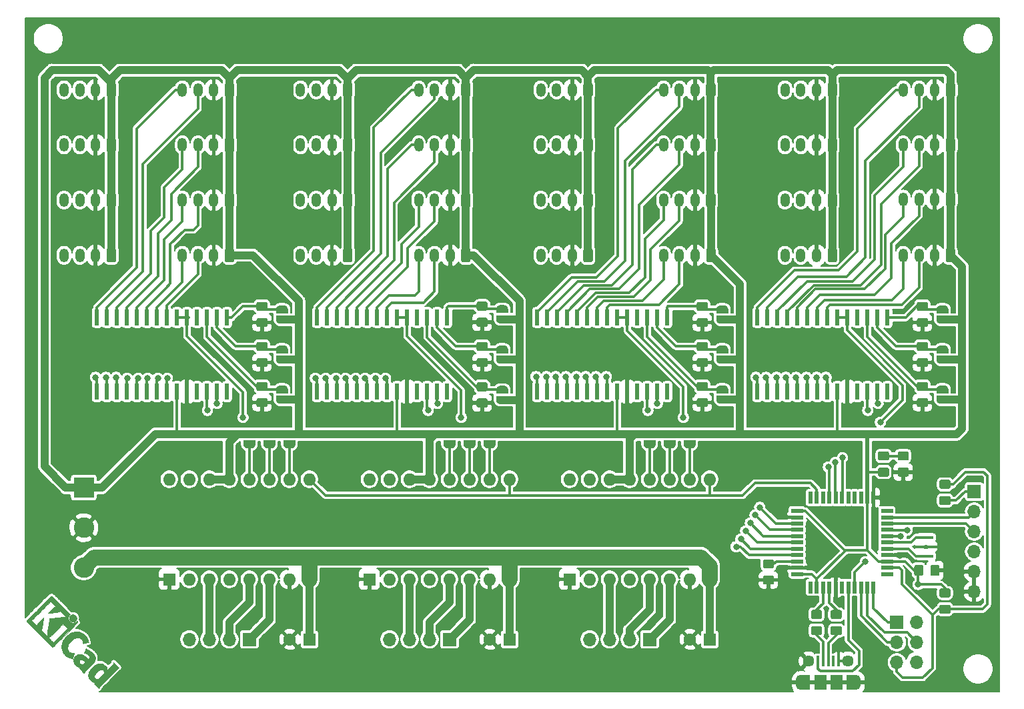
<source format=gbr>
G04 #@! TF.GenerationSoftware,KiCad,Pcbnew,(5.1.5-0-10_14)*
G04 #@! TF.CreationDate,2020-02-24T10:17:45-05:00*
G04 #@! TF.ProjectId,piggyback,70696767-7962-4616-936b-2e6b69636164,rev?*
G04 #@! TF.SameCoordinates,Original*
G04 #@! TF.FileFunction,Copper,L1,Top*
G04 #@! TF.FilePolarity,Positive*
%FSLAX46Y46*%
G04 Gerber Fmt 4.6, Leading zero omitted, Abs format (unit mm)*
G04 Created by KiCad (PCBNEW (5.1.5-0-10_14)) date 2020-02-24 10:17:45*
%MOMM*%
%LPD*%
G04 APERTURE LIST*
%ADD10C,0.010000*%
%ADD11O,1.200000X1.750000*%
%ADD12C,0.100000*%
%ADD13R,1.600000X1.600000*%
%ADD14O,1.600000X1.600000*%
%ADD15R,1.700000X1.700000*%
%ADD16O,1.700000X1.700000*%
%ADD17R,1.500000X1.900000*%
%ADD18C,1.450000*%
%ADD19R,0.400000X1.350000*%
%ADD20O,1.200000X1.900000*%
%ADD21R,1.200000X1.900000*%
%ADD22R,0.550000X1.500000*%
%ADD23R,1.500000X0.550000*%
%ADD24R,0.600000X2.000000*%
%ADD25R,1.900000X0.400000*%
%ADD26C,1.600000*%
%ADD27R,2.600000X2.600000*%
%ADD28C,2.600000*%
%ADD29C,0.800000*%
%ADD30C,0.300000*%
%ADD31C,1.000000*%
%ADD32C,0.500000*%
%ADD33C,2.000000*%
%ADD34C,0.200000*%
G04 APERTURE END LIST*
D10*
G36*
X47495248Y-134790184D02*
G01*
X47546186Y-134875400D01*
X47577123Y-134966911D01*
X47587753Y-135062079D01*
X47577768Y-135158267D01*
X47546863Y-135252839D01*
X47497332Y-135339511D01*
X47432692Y-135412425D01*
X47355820Y-135468290D01*
X47269867Y-135506584D01*
X47177980Y-135526787D01*
X47083311Y-135528377D01*
X46989007Y-135510832D01*
X46898222Y-135473631D01*
X46853186Y-135446166D01*
X46816403Y-135420019D01*
X46790047Y-135397866D01*
X46768031Y-135373269D01*
X46744268Y-135339792D01*
X46725797Y-135311457D01*
X46682023Y-135223122D01*
X46659008Y-135127806D01*
X46656987Y-135027939D01*
X46676196Y-134925949D01*
X46685594Y-134896825D01*
X46699686Y-134859486D01*
X46713992Y-134830602D01*
X46732777Y-134803946D01*
X46760308Y-134773291D01*
X46792698Y-134740507D01*
X46855237Y-134683748D01*
X46913710Y-134644246D01*
X46974391Y-134619189D01*
X47043549Y-134605766D01*
X47102106Y-134601723D01*
X47199482Y-134606018D01*
X47284705Y-134626992D01*
X47362454Y-134666271D01*
X47424615Y-134713901D01*
X47495248Y-134790184D01*
G37*
X47495248Y-134790184D02*
X47546186Y-134875400D01*
X47577123Y-134966911D01*
X47587753Y-135062079D01*
X47577768Y-135158267D01*
X47546863Y-135252839D01*
X47497332Y-135339511D01*
X47432692Y-135412425D01*
X47355820Y-135468290D01*
X47269867Y-135506584D01*
X47177980Y-135526787D01*
X47083311Y-135528377D01*
X46989007Y-135510832D01*
X46898222Y-135473631D01*
X46853186Y-135446166D01*
X46816403Y-135420019D01*
X46790047Y-135397866D01*
X46768031Y-135373269D01*
X46744268Y-135339792D01*
X46725797Y-135311457D01*
X46682023Y-135223122D01*
X46659008Y-135127806D01*
X46656987Y-135027939D01*
X46676196Y-134925949D01*
X46685594Y-134896825D01*
X46699686Y-134859486D01*
X46713992Y-134830602D01*
X46732777Y-134803946D01*
X46760308Y-134773291D01*
X46792698Y-134740507D01*
X46855237Y-134683748D01*
X46913710Y-134644246D01*
X46974391Y-134619189D01*
X47043549Y-134605766D01*
X47102106Y-134601723D01*
X47199482Y-134606018D01*
X47284705Y-134626992D01*
X47362454Y-134666271D01*
X47424615Y-134713901D01*
X47495248Y-134790184D01*
G36*
X51747700Y-142501342D02*
G01*
X51581956Y-142667113D01*
X51431402Y-142817704D01*
X51295290Y-142953919D01*
X51172866Y-143076566D01*
X51063381Y-143186449D01*
X50966083Y-143284376D01*
X50880223Y-143371151D01*
X50805048Y-143447583D01*
X50739808Y-143514475D01*
X50683751Y-143572636D01*
X50636127Y-143622870D01*
X50596185Y-143665984D01*
X50563175Y-143702784D01*
X50536344Y-143734076D01*
X50514942Y-143760666D01*
X50498218Y-143783360D01*
X50485421Y-143802965D01*
X50475800Y-143820287D01*
X50468605Y-143836130D01*
X50463083Y-143851303D01*
X50458485Y-143866611D01*
X50454059Y-143882860D01*
X50451293Y-143892971D01*
X50432590Y-143960132D01*
X49825787Y-143353329D01*
X49893638Y-143285478D01*
X49923783Y-143254299D01*
X49945854Y-143229467D01*
X49956441Y-143214908D01*
X49956727Y-143212866D01*
X49943782Y-143209657D01*
X49915104Y-143206212D01*
X49885353Y-143203861D01*
X49817952Y-143194068D01*
X49739829Y-143173932D01*
X49658825Y-143145969D01*
X49582779Y-143112690D01*
X49554141Y-143097697D01*
X49495407Y-143059562D01*
X49429778Y-143008020D01*
X49363001Y-142948376D01*
X49300821Y-142885932D01*
X49248982Y-142825989D01*
X49226434Y-142795228D01*
X49155698Y-142670665D01*
X49106499Y-142539833D01*
X49078951Y-142403585D01*
X49073165Y-142262781D01*
X49089256Y-142118274D01*
X49120366Y-141992692D01*
X49164128Y-141871336D01*
X49218821Y-141757244D01*
X49286701Y-141646943D01*
X49370022Y-141536956D01*
X49471037Y-141423809D01*
X49525287Y-141368532D01*
X49566915Y-141329865D01*
X50153189Y-141916140D01*
X50087527Y-141982095D01*
X50027580Y-142046161D01*
X49977081Y-142104669D01*
X49939758Y-142153949D01*
X49932858Y-142164502D01*
X49879485Y-142262850D01*
X49847406Y-142353842D01*
X49836715Y-142437881D01*
X49847502Y-142515367D01*
X49879859Y-142586699D01*
X49933877Y-142652280D01*
X50009647Y-142712508D01*
X50065649Y-142746275D01*
X50113260Y-142768162D01*
X50169813Y-142788160D01*
X50215324Y-142800152D01*
X50298002Y-142817255D01*
X51111310Y-142003947D01*
X51094452Y-141925476D01*
X51067863Y-141841014D01*
X51027180Y-141762640D01*
X50975419Y-141694017D01*
X50915600Y-141638803D01*
X50850737Y-141600660D01*
X50817134Y-141589074D01*
X50745771Y-141578518D01*
X50671009Y-141584044D01*
X50590557Y-141606295D01*
X50502125Y-141645915D01*
X50403423Y-141703547D01*
X50398369Y-141706789D01*
X50347156Y-141743618D01*
X50286735Y-141793232D01*
X50220836Y-141851962D01*
X50153189Y-141916140D01*
X49566915Y-141329865D01*
X49681322Y-141223600D01*
X49835316Y-141100640D01*
X49987140Y-140999706D01*
X50136665Y-140920854D01*
X50283763Y-140864137D01*
X50428305Y-140829611D01*
X50570164Y-140817333D01*
X50709209Y-140827357D01*
X50763031Y-140837408D01*
X50874115Y-140869088D01*
X50975161Y-140914116D01*
X51070089Y-140974876D01*
X51162816Y-141053751D01*
X51227488Y-141119902D01*
X51311413Y-141219335D01*
X51375604Y-141314377D01*
X51421653Y-141408040D01*
X51451156Y-141503335D01*
X51461517Y-141562079D01*
X51466787Y-141598340D01*
X51471538Y-141624264D01*
X51474232Y-141633180D01*
X51483032Y-141626665D01*
X51505619Y-141605903D01*
X51540058Y-141572848D01*
X51584412Y-141529455D01*
X51636745Y-141477678D01*
X51695120Y-141419472D01*
X51757600Y-141356791D01*
X51822249Y-141291590D01*
X51887131Y-141225822D01*
X51950307Y-141161442D01*
X52009844Y-141100407D01*
X52063802Y-141044668D01*
X52110247Y-140996180D01*
X52147240Y-140956898D01*
X52172847Y-140928778D01*
X52177437Y-140923493D01*
X52221871Y-140868343D01*
X52252693Y-140821172D01*
X52273469Y-140775309D01*
X52287769Y-140724083D01*
X52290112Y-140712878D01*
X52298779Y-140669659D01*
X52938942Y-141309822D01*
X51747700Y-142501342D01*
G37*
X51747700Y-142501342D02*
X51581956Y-142667113D01*
X51431402Y-142817704D01*
X51295290Y-142953919D01*
X51172866Y-143076566D01*
X51063381Y-143186449D01*
X50966083Y-143284376D01*
X50880223Y-143371151D01*
X50805048Y-143447583D01*
X50739808Y-143514475D01*
X50683751Y-143572636D01*
X50636127Y-143622870D01*
X50596185Y-143665984D01*
X50563175Y-143702784D01*
X50536344Y-143734076D01*
X50514942Y-143760666D01*
X50498218Y-143783360D01*
X50485421Y-143802965D01*
X50475800Y-143820287D01*
X50468605Y-143836130D01*
X50463083Y-143851303D01*
X50458485Y-143866611D01*
X50454059Y-143882860D01*
X50451293Y-143892971D01*
X50432590Y-143960132D01*
X49825787Y-143353329D01*
X49893638Y-143285478D01*
X49923783Y-143254299D01*
X49945854Y-143229467D01*
X49956441Y-143214908D01*
X49956727Y-143212866D01*
X49943782Y-143209657D01*
X49915104Y-143206212D01*
X49885353Y-143203861D01*
X49817952Y-143194068D01*
X49739829Y-143173932D01*
X49658825Y-143145969D01*
X49582779Y-143112690D01*
X49554141Y-143097697D01*
X49495407Y-143059562D01*
X49429778Y-143008020D01*
X49363001Y-142948376D01*
X49300821Y-142885932D01*
X49248982Y-142825989D01*
X49226434Y-142795228D01*
X49155698Y-142670665D01*
X49106499Y-142539833D01*
X49078951Y-142403585D01*
X49073165Y-142262781D01*
X49089256Y-142118274D01*
X49120366Y-141992692D01*
X49164128Y-141871336D01*
X49218821Y-141757244D01*
X49286701Y-141646943D01*
X49370022Y-141536956D01*
X49471037Y-141423809D01*
X49525287Y-141368532D01*
X49566915Y-141329865D01*
X50153189Y-141916140D01*
X50087527Y-141982095D01*
X50027580Y-142046161D01*
X49977081Y-142104669D01*
X49939758Y-142153949D01*
X49932858Y-142164502D01*
X49879485Y-142262850D01*
X49847406Y-142353842D01*
X49836715Y-142437881D01*
X49847502Y-142515367D01*
X49879859Y-142586699D01*
X49933877Y-142652280D01*
X50009647Y-142712508D01*
X50065649Y-142746275D01*
X50113260Y-142768162D01*
X50169813Y-142788160D01*
X50215324Y-142800152D01*
X50298002Y-142817255D01*
X51111310Y-142003947D01*
X51094452Y-141925476D01*
X51067863Y-141841014D01*
X51027180Y-141762640D01*
X50975419Y-141694017D01*
X50915600Y-141638803D01*
X50850737Y-141600660D01*
X50817134Y-141589074D01*
X50745771Y-141578518D01*
X50671009Y-141584044D01*
X50590557Y-141606295D01*
X50502125Y-141645915D01*
X50403423Y-141703547D01*
X50398369Y-141706789D01*
X50347156Y-141743618D01*
X50286735Y-141793232D01*
X50220836Y-141851962D01*
X50153189Y-141916140D01*
X49566915Y-141329865D01*
X49681322Y-141223600D01*
X49835316Y-141100640D01*
X49987140Y-140999706D01*
X50136665Y-140920854D01*
X50283763Y-140864137D01*
X50428305Y-140829611D01*
X50570164Y-140817333D01*
X50709209Y-140827357D01*
X50763031Y-140837408D01*
X50874115Y-140869088D01*
X50975161Y-140914116D01*
X51070089Y-140974876D01*
X51162816Y-141053751D01*
X51227488Y-141119902D01*
X51311413Y-141219335D01*
X51375604Y-141314377D01*
X51421653Y-141408040D01*
X51451156Y-141503335D01*
X51461517Y-141562079D01*
X51466787Y-141598340D01*
X51471538Y-141624264D01*
X51474232Y-141633180D01*
X51483032Y-141626665D01*
X51505619Y-141605903D01*
X51540058Y-141572848D01*
X51584412Y-141529455D01*
X51636745Y-141477678D01*
X51695120Y-141419472D01*
X51757600Y-141356791D01*
X51822249Y-141291590D01*
X51887131Y-141225822D01*
X51950307Y-141161442D01*
X52009844Y-141100407D01*
X52063802Y-141044668D01*
X52110247Y-140996180D01*
X52147240Y-140956898D01*
X52172847Y-140928778D01*
X52177437Y-140923493D01*
X52221871Y-140868343D01*
X52252693Y-140821172D01*
X52273469Y-140775309D01*
X52287769Y-140724083D01*
X52290112Y-140712878D01*
X52298779Y-140669659D01*
X52938942Y-141309822D01*
X51747700Y-142501342D01*
G36*
X49691971Y-139589034D02*
G01*
X49785241Y-139710609D01*
X49857103Y-139830038D01*
X49907987Y-139948129D01*
X49938319Y-140065690D01*
X49948253Y-140165512D01*
X49944510Y-140266610D01*
X49926103Y-140361018D01*
X49891232Y-140456565D01*
X49871718Y-140497962D01*
X49853248Y-140534619D01*
X49835609Y-140568100D01*
X49817598Y-140599792D01*
X49798012Y-140631083D01*
X49775644Y-140663360D01*
X49749293Y-140698011D01*
X49717752Y-140736423D01*
X49679819Y-140779983D01*
X49634290Y-140830080D01*
X49579960Y-140888100D01*
X49515625Y-140955430D01*
X49440082Y-141033458D01*
X49352125Y-141123572D01*
X49250551Y-141227158D01*
X49150486Y-141328995D01*
X49040981Y-141440376D01*
X48946182Y-141536879D01*
X48865008Y-141619764D01*
X48796377Y-141690290D01*
X48739205Y-141749716D01*
X48692410Y-141799304D01*
X48654910Y-141840313D01*
X48625622Y-141874003D01*
X48603464Y-141901633D01*
X48587352Y-141924464D01*
X48576206Y-141943754D01*
X48568941Y-141960765D01*
X48564476Y-141976756D01*
X48561728Y-141992987D01*
X48559615Y-142010717D01*
X48558813Y-142017600D01*
X48553850Y-142044936D01*
X48547828Y-142060908D01*
X48547519Y-142061249D01*
X48538273Y-142055112D01*
X48514930Y-142034635D01*
X48479278Y-142001521D01*
X48433102Y-141957479D01*
X48378189Y-141904214D01*
X48316325Y-141843430D01*
X48249296Y-141776834D01*
X48241581Y-141769124D01*
X47942551Y-141470093D01*
X48008174Y-141399857D01*
X48073796Y-141329621D01*
X47993839Y-141321771D01*
X47877277Y-141300688D01*
X47760892Y-141261649D01*
X47678378Y-141221885D01*
X47619151Y-141183431D01*
X47553146Y-141131557D01*
X47486145Y-141071609D01*
X47423933Y-141008927D01*
X47372292Y-140948854D01*
X47350714Y-140919196D01*
X47278478Y-140793415D01*
X47227862Y-140665239D01*
X47198935Y-140535891D01*
X47191763Y-140406593D01*
X47206419Y-140278571D01*
X47242970Y-140153048D01*
X47300752Y-140032510D01*
X47332041Y-139983778D01*
X47370641Y-139934416D01*
X47420994Y-139878930D01*
X47444613Y-139854613D01*
X47446911Y-139852407D01*
X47984269Y-140389764D01*
X47937771Y-140449404D01*
X47912569Y-140514468D01*
X47907500Y-140588083D01*
X47907956Y-140594779D01*
X47917479Y-140653554D01*
X47938074Y-140706086D01*
X47972589Y-140757459D01*
X48023869Y-140812759D01*
X48036959Y-140825276D01*
X48076890Y-140861456D01*
X48109026Y-140885932D01*
X48140973Y-140903505D01*
X48180340Y-140918979D01*
X48191527Y-140922843D01*
X48259748Y-140940395D01*
X48322999Y-140943356D01*
X48342781Y-140941587D01*
X48414327Y-140933214D01*
X48552832Y-140794709D01*
X48608065Y-140738718D01*
X48647847Y-140696545D01*
X48673406Y-140666789D01*
X48685966Y-140648048D01*
X48687650Y-140640586D01*
X48678626Y-140627089D01*
X48656593Y-140601346D01*
X48624709Y-140566870D01*
X48586137Y-140527169D01*
X48579863Y-140520874D01*
X48490747Y-140439188D01*
X48406716Y-140378021D01*
X48325928Y-140336404D01*
X48246539Y-140313368D01*
X48174499Y-140307725D01*
X48102068Y-140317158D01*
X48040003Y-140344257D01*
X47984269Y-140389764D01*
X47446911Y-139852407D01*
X47512275Y-139789685D01*
X47573966Y-139739794D01*
X47635815Y-139700920D01*
X47703954Y-139669038D01*
X47757953Y-139648974D01*
X47866788Y-139623038D01*
X47984255Y-139616017D01*
X48107540Y-139627363D01*
X48233829Y-139656528D01*
X48360310Y-139702966D01*
X48484170Y-139766128D01*
X48540460Y-139801291D01*
X48652386Y-139881956D01*
X48767664Y-139976611D01*
X48879272Y-140079194D01*
X48967609Y-140169839D01*
X49077286Y-140289103D01*
X49113744Y-140242152D01*
X49170214Y-140158399D01*
X49205277Y-140079306D01*
X49218762Y-140003829D01*
X49210497Y-139930920D01*
X49180311Y-139859533D01*
X49128034Y-139788623D01*
X49053491Y-139717141D01*
X49023810Y-139693118D01*
X48906176Y-139611077D01*
X48780419Y-139543351D01*
X48686706Y-139503380D01*
X48641073Y-139485147D01*
X48602887Y-139468980D01*
X48577434Y-139457167D01*
X48570551Y-139453179D01*
X48570080Y-139439869D01*
X48578742Y-139407563D01*
X48596658Y-139355917D01*
X48623948Y-139284589D01*
X48660731Y-139193238D01*
X48667231Y-139177408D01*
X48697114Y-139105018D01*
X48724244Y-139039734D01*
X48747423Y-138984398D01*
X48765458Y-138941855D01*
X48777148Y-138914951D01*
X48781201Y-138906504D01*
X48791634Y-138910212D01*
X48813946Y-138925061D01*
X48836539Y-138942451D01*
X48861227Y-138960411D01*
X48901697Y-138987523D01*
X48954296Y-139021443D01*
X49015375Y-139059832D01*
X49081280Y-139100344D01*
X49106441Y-139115573D01*
X49198824Y-139171769D01*
X49274998Y-139219571D01*
X49338472Y-139261580D01*
X49392756Y-139300401D01*
X49441359Y-139338636D01*
X49487790Y-139378889D01*
X49535560Y-139423762D01*
X49576866Y-139464506D01*
X49691971Y-139589034D01*
G37*
X49691971Y-139589034D02*
X49785241Y-139710609D01*
X49857103Y-139830038D01*
X49907987Y-139948129D01*
X49938319Y-140065690D01*
X49948253Y-140165512D01*
X49944510Y-140266610D01*
X49926103Y-140361018D01*
X49891232Y-140456565D01*
X49871718Y-140497962D01*
X49853248Y-140534619D01*
X49835609Y-140568100D01*
X49817598Y-140599792D01*
X49798012Y-140631083D01*
X49775644Y-140663360D01*
X49749293Y-140698011D01*
X49717752Y-140736423D01*
X49679819Y-140779983D01*
X49634290Y-140830080D01*
X49579960Y-140888100D01*
X49515625Y-140955430D01*
X49440082Y-141033458D01*
X49352125Y-141123572D01*
X49250551Y-141227158D01*
X49150486Y-141328995D01*
X49040981Y-141440376D01*
X48946182Y-141536879D01*
X48865008Y-141619764D01*
X48796377Y-141690290D01*
X48739205Y-141749716D01*
X48692410Y-141799304D01*
X48654910Y-141840313D01*
X48625622Y-141874003D01*
X48603464Y-141901633D01*
X48587352Y-141924464D01*
X48576206Y-141943754D01*
X48568941Y-141960765D01*
X48564476Y-141976756D01*
X48561728Y-141992987D01*
X48559615Y-142010717D01*
X48558813Y-142017600D01*
X48553850Y-142044936D01*
X48547828Y-142060908D01*
X48547519Y-142061249D01*
X48538273Y-142055112D01*
X48514930Y-142034635D01*
X48479278Y-142001521D01*
X48433102Y-141957479D01*
X48378189Y-141904214D01*
X48316325Y-141843430D01*
X48249296Y-141776834D01*
X48241581Y-141769124D01*
X47942551Y-141470093D01*
X48008174Y-141399857D01*
X48073796Y-141329621D01*
X47993839Y-141321771D01*
X47877277Y-141300688D01*
X47760892Y-141261649D01*
X47678378Y-141221885D01*
X47619151Y-141183431D01*
X47553146Y-141131557D01*
X47486145Y-141071609D01*
X47423933Y-141008927D01*
X47372292Y-140948854D01*
X47350714Y-140919196D01*
X47278478Y-140793415D01*
X47227862Y-140665239D01*
X47198935Y-140535891D01*
X47191763Y-140406593D01*
X47206419Y-140278571D01*
X47242970Y-140153048D01*
X47300752Y-140032510D01*
X47332041Y-139983778D01*
X47370641Y-139934416D01*
X47420994Y-139878930D01*
X47444613Y-139854613D01*
X47446911Y-139852407D01*
X47984269Y-140389764D01*
X47937771Y-140449404D01*
X47912569Y-140514468D01*
X47907500Y-140588083D01*
X47907956Y-140594779D01*
X47917479Y-140653554D01*
X47938074Y-140706086D01*
X47972589Y-140757459D01*
X48023869Y-140812759D01*
X48036959Y-140825276D01*
X48076890Y-140861456D01*
X48109026Y-140885932D01*
X48140973Y-140903505D01*
X48180340Y-140918979D01*
X48191527Y-140922843D01*
X48259748Y-140940395D01*
X48322999Y-140943356D01*
X48342781Y-140941587D01*
X48414327Y-140933214D01*
X48552832Y-140794709D01*
X48608065Y-140738718D01*
X48647847Y-140696545D01*
X48673406Y-140666789D01*
X48685966Y-140648048D01*
X48687650Y-140640586D01*
X48678626Y-140627089D01*
X48656593Y-140601346D01*
X48624709Y-140566870D01*
X48586137Y-140527169D01*
X48579863Y-140520874D01*
X48490747Y-140439188D01*
X48406716Y-140378021D01*
X48325928Y-140336404D01*
X48246539Y-140313368D01*
X48174499Y-140307725D01*
X48102068Y-140317158D01*
X48040003Y-140344257D01*
X47984269Y-140389764D01*
X47446911Y-139852407D01*
X47512275Y-139789685D01*
X47573966Y-139739794D01*
X47635815Y-139700920D01*
X47703954Y-139669038D01*
X47757953Y-139648974D01*
X47866788Y-139623038D01*
X47984255Y-139616017D01*
X48107540Y-139627363D01*
X48233829Y-139656528D01*
X48360310Y-139702966D01*
X48484170Y-139766128D01*
X48540460Y-139801291D01*
X48652386Y-139881956D01*
X48767664Y-139976611D01*
X48879272Y-140079194D01*
X48967609Y-140169839D01*
X49077286Y-140289103D01*
X49113744Y-140242152D01*
X49170214Y-140158399D01*
X49205277Y-140079306D01*
X49218762Y-140003829D01*
X49210497Y-139930920D01*
X49180311Y-139859533D01*
X49128034Y-139788623D01*
X49053491Y-139717141D01*
X49023810Y-139693118D01*
X48906176Y-139611077D01*
X48780419Y-139543351D01*
X48686706Y-139503380D01*
X48641073Y-139485147D01*
X48602887Y-139468980D01*
X48577434Y-139457167D01*
X48570551Y-139453179D01*
X48570080Y-139439869D01*
X48578742Y-139407563D01*
X48596658Y-139355917D01*
X48623948Y-139284589D01*
X48660731Y-139193238D01*
X48667231Y-139177408D01*
X48697114Y-139105018D01*
X48724244Y-139039734D01*
X48747423Y-138984398D01*
X48765458Y-138941855D01*
X48777148Y-138914951D01*
X48781201Y-138906504D01*
X48791634Y-138910212D01*
X48813946Y-138925061D01*
X48836539Y-138942451D01*
X48861227Y-138960411D01*
X48901697Y-138987523D01*
X48954296Y-139021443D01*
X49015375Y-139059832D01*
X49081280Y-139100344D01*
X49106441Y-139115573D01*
X49198824Y-139171769D01*
X49274998Y-139219571D01*
X49338472Y-139261580D01*
X49392756Y-139300401D01*
X49441359Y-139338636D01*
X49487790Y-139378889D01*
X49535560Y-139423762D01*
X49576866Y-139464506D01*
X49691971Y-139589034D01*
G36*
X48682460Y-137282009D02*
G01*
X48780725Y-137410218D01*
X48868265Y-137554524D01*
X48946258Y-137716669D01*
X49015883Y-137898391D01*
X49019929Y-137910279D01*
X49040908Y-137970893D01*
X49060332Y-138024367D01*
X49076732Y-138066855D01*
X49088635Y-138094508D01*
X49093602Y-138103077D01*
X49103649Y-138120207D01*
X49103935Y-138126441D01*
X49092950Y-138130210D01*
X49063019Y-138137456D01*
X49017398Y-138147539D01*
X48959338Y-138159814D01*
X48892096Y-138173641D01*
X48818923Y-138188377D01*
X48743075Y-138203380D01*
X48667805Y-138218007D01*
X48596365Y-138231618D01*
X48532011Y-138243568D01*
X48477997Y-138253218D01*
X48437575Y-138259923D01*
X48413999Y-138263042D01*
X48411047Y-138263187D01*
X48407180Y-138252745D01*
X48403528Y-138224803D01*
X48400665Y-138184432D01*
X48399769Y-138163064D01*
X48384773Y-138041603D01*
X48348520Y-137926944D01*
X48291666Y-137820451D01*
X48214867Y-137723485D01*
X48164965Y-137675239D01*
X48067173Y-137601716D01*
X47964572Y-137549860D01*
X47856747Y-137519625D01*
X47743281Y-137510968D01*
X47623758Y-137523841D01*
X47497762Y-137558200D01*
X47410075Y-137592972D01*
X47283113Y-137657916D01*
X47155972Y-137739350D01*
X47031285Y-137834521D01*
X46911679Y-137940683D01*
X46799786Y-138055088D01*
X46698237Y-138174988D01*
X46609660Y-138297635D01*
X46536688Y-138420279D01*
X46481951Y-138540175D01*
X46469242Y-138575909D01*
X46436829Y-138704838D01*
X46425491Y-138829961D01*
X46434951Y-138949890D01*
X46464928Y-139063230D01*
X46515143Y-139168592D01*
X46585315Y-139264583D01*
X46613688Y-139294854D01*
X46707365Y-139373087D01*
X46815731Y-139435044D01*
X46937228Y-139480124D01*
X47070295Y-139507728D01*
X47190315Y-139516978D01*
X47254705Y-139518391D01*
X47172684Y-139856764D01*
X47152132Y-139941093D01*
X47133058Y-140018487D01*
X47116161Y-140086178D01*
X47102139Y-140141397D01*
X47091691Y-140181379D01*
X47085517Y-140203355D01*
X47084355Y-140206570D01*
X47071720Y-140207567D01*
X47041414Y-140201699D01*
X46996882Y-140190096D01*
X46941567Y-140173885D01*
X46878914Y-140154198D01*
X46812367Y-140132163D01*
X46745370Y-140108910D01*
X46681368Y-140085569D01*
X46623805Y-140063269D01*
X46576124Y-140043138D01*
X46553581Y-140032515D01*
X46432255Y-139964668D01*
X46317070Y-139884842D01*
X46203431Y-139789594D01*
X46112132Y-139701587D01*
X46064855Y-139652762D01*
X46019951Y-139604891D01*
X45981351Y-139562273D01*
X45952985Y-139529200D01*
X45944202Y-139518036D01*
X45866294Y-139399349D01*
X45798123Y-139267370D01*
X45742428Y-139128636D01*
X45701946Y-138989681D01*
X45684391Y-138897627D01*
X45670810Y-138731026D01*
X45676655Y-138557876D01*
X45701261Y-138381940D01*
X45743967Y-138206977D01*
X45804111Y-138036748D01*
X45856043Y-137922797D01*
X45950357Y-137757422D01*
X46064235Y-137596169D01*
X46194693Y-137442008D01*
X46338748Y-137297907D01*
X46493415Y-137166836D01*
X46655710Y-137051764D01*
X46822650Y-136955658D01*
X46833543Y-136950163D01*
X46992597Y-136880040D01*
X47151459Y-136829715D01*
X47314929Y-136798070D01*
X47487809Y-136783985D01*
X47550831Y-136782997D01*
X47734738Y-136791624D01*
X47906211Y-136818080D01*
X48067558Y-136863095D01*
X48221087Y-136927399D01*
X48369107Y-137011721D01*
X48449043Y-137066922D01*
X48572292Y-137168157D01*
X48682460Y-137282009D01*
G37*
X48682460Y-137282009D02*
X48780725Y-137410218D01*
X48868265Y-137554524D01*
X48946258Y-137716669D01*
X49015883Y-137898391D01*
X49019929Y-137910279D01*
X49040908Y-137970893D01*
X49060332Y-138024367D01*
X49076732Y-138066855D01*
X49088635Y-138094508D01*
X49093602Y-138103077D01*
X49103649Y-138120207D01*
X49103935Y-138126441D01*
X49092950Y-138130210D01*
X49063019Y-138137456D01*
X49017398Y-138147539D01*
X48959338Y-138159814D01*
X48892096Y-138173641D01*
X48818923Y-138188377D01*
X48743075Y-138203380D01*
X48667805Y-138218007D01*
X48596365Y-138231618D01*
X48532011Y-138243568D01*
X48477997Y-138253218D01*
X48437575Y-138259923D01*
X48413999Y-138263042D01*
X48411047Y-138263187D01*
X48407180Y-138252745D01*
X48403528Y-138224803D01*
X48400665Y-138184432D01*
X48399769Y-138163064D01*
X48384773Y-138041603D01*
X48348520Y-137926944D01*
X48291666Y-137820451D01*
X48214867Y-137723485D01*
X48164965Y-137675239D01*
X48067173Y-137601716D01*
X47964572Y-137549860D01*
X47856747Y-137519625D01*
X47743281Y-137510968D01*
X47623758Y-137523841D01*
X47497762Y-137558200D01*
X47410075Y-137592972D01*
X47283113Y-137657916D01*
X47155972Y-137739350D01*
X47031285Y-137834521D01*
X46911679Y-137940683D01*
X46799786Y-138055088D01*
X46698237Y-138174988D01*
X46609660Y-138297635D01*
X46536688Y-138420279D01*
X46481951Y-138540175D01*
X46469242Y-138575909D01*
X46436829Y-138704838D01*
X46425491Y-138829961D01*
X46434951Y-138949890D01*
X46464928Y-139063230D01*
X46515143Y-139168592D01*
X46585315Y-139264583D01*
X46613688Y-139294854D01*
X46707365Y-139373087D01*
X46815731Y-139435044D01*
X46937228Y-139480124D01*
X47070295Y-139507728D01*
X47190315Y-139516978D01*
X47254705Y-139518391D01*
X47172684Y-139856764D01*
X47152132Y-139941093D01*
X47133058Y-140018487D01*
X47116161Y-140086178D01*
X47102139Y-140141397D01*
X47091691Y-140181379D01*
X47085517Y-140203355D01*
X47084355Y-140206570D01*
X47071720Y-140207567D01*
X47041414Y-140201699D01*
X46996882Y-140190096D01*
X46941567Y-140173885D01*
X46878914Y-140154198D01*
X46812367Y-140132163D01*
X46745370Y-140108910D01*
X46681368Y-140085569D01*
X46623805Y-140063269D01*
X46576124Y-140043138D01*
X46553581Y-140032515D01*
X46432255Y-139964668D01*
X46317070Y-139884842D01*
X46203431Y-139789594D01*
X46112132Y-139701587D01*
X46064855Y-139652762D01*
X46019951Y-139604891D01*
X45981351Y-139562273D01*
X45952985Y-139529200D01*
X45944202Y-139518036D01*
X45866294Y-139399349D01*
X45798123Y-139267370D01*
X45742428Y-139128636D01*
X45701946Y-138989681D01*
X45684391Y-138897627D01*
X45670810Y-138731026D01*
X45676655Y-138557876D01*
X45701261Y-138381940D01*
X45743967Y-138206977D01*
X45804111Y-138036748D01*
X45856043Y-137922797D01*
X45950357Y-137757422D01*
X46064235Y-137596169D01*
X46194693Y-137442008D01*
X46338748Y-137297907D01*
X46493415Y-137166836D01*
X46655710Y-137051764D01*
X46822650Y-136955658D01*
X46833543Y-136950163D01*
X46992597Y-136880040D01*
X47151459Y-136829715D01*
X47314929Y-136798070D01*
X47487809Y-136783985D01*
X47550831Y-136782997D01*
X47734738Y-136791624D01*
X47906211Y-136818080D01*
X48067558Y-136863095D01*
X48221087Y-136927399D01*
X48369107Y-137011721D01*
X48449043Y-137066922D01*
X48572292Y-137168157D01*
X48682460Y-137282009D01*
G36*
X46692088Y-134641074D02*
G01*
X46619203Y-134729323D01*
X46565459Y-134827781D01*
X46531450Y-134933778D01*
X46517769Y-135044646D01*
X46525012Y-135157716D01*
X46552673Y-135267215D01*
X46599799Y-135370374D01*
X46662340Y-135459174D01*
X46737851Y-135533075D01*
X46823892Y-135591532D01*
X46918018Y-135634006D01*
X47017789Y-135659953D01*
X47120760Y-135668834D01*
X47224492Y-135660106D01*
X47326539Y-135633226D01*
X47424461Y-135587656D01*
X47515814Y-135522851D01*
X47552466Y-135488939D01*
X47614648Y-135426757D01*
X47651368Y-135463476D01*
X47675030Y-135491160D01*
X47685705Y-135518524D01*
X47688087Y-135554476D01*
X47688087Y-135608756D01*
X46138412Y-137158431D01*
X45953047Y-137343784D01*
X45782964Y-137513822D01*
X45627492Y-137669203D01*
X45485959Y-137810589D01*
X45357694Y-137938640D01*
X45242026Y-138054015D01*
X45138283Y-138157374D01*
X45045792Y-138249378D01*
X44963884Y-138330687D01*
X44891885Y-138401960D01*
X44829125Y-138463858D01*
X44774932Y-138517040D01*
X44728634Y-138562167D01*
X44689560Y-138599899D01*
X44657039Y-138630895D01*
X44630398Y-138655816D01*
X44608967Y-138675321D01*
X44592072Y-138690072D01*
X44579045Y-138700727D01*
X44569212Y-138707947D01*
X44561901Y-138712392D01*
X44556443Y-138714721D01*
X44554369Y-138715264D01*
X44546467Y-138717278D01*
X44539409Y-138719338D01*
X44532526Y-138720805D01*
X44525149Y-138721044D01*
X44516606Y-138719420D01*
X44506232Y-138715296D01*
X44493352Y-138708036D01*
X44477301Y-138697005D01*
X44457407Y-138681565D01*
X44433003Y-138661080D01*
X44403417Y-138634915D01*
X44367981Y-138602435D01*
X44326025Y-138563002D01*
X44276879Y-138515981D01*
X44219875Y-138460734D01*
X44154342Y-138396628D01*
X44079613Y-138323025D01*
X43995015Y-138239288D01*
X43899882Y-138144784D01*
X43793542Y-138038874D01*
X43675327Y-137920924D01*
X43544567Y-137790297D01*
X43400592Y-137646356D01*
X43242735Y-137488466D01*
X43070323Y-137315991D01*
X42882688Y-137128295D01*
X42855551Y-137101150D01*
X42666799Y-136912338D01*
X42493382Y-136738820D01*
X42334654Y-136579943D01*
X42189969Y-136435051D01*
X42058685Y-136303488D01*
X41940153Y-136184599D01*
X41833731Y-136077729D01*
X41738772Y-135982223D01*
X41654633Y-135897425D01*
X41580666Y-135822680D01*
X41516229Y-135757332D01*
X41460674Y-135700728D01*
X41413359Y-135652211D01*
X41373637Y-135611126D01*
X41340863Y-135576816D01*
X41314393Y-135548629D01*
X41293580Y-135525907D01*
X41277781Y-135507998D01*
X41266350Y-135494243D01*
X41258642Y-135483989D01*
X41254013Y-135476579D01*
X41252111Y-135472318D01*
X41248652Y-135463809D01*
X41245023Y-135456452D01*
X41241863Y-135449564D01*
X41239813Y-135442462D01*
X41239512Y-135434467D01*
X41241602Y-135424896D01*
X41246722Y-135413066D01*
X41255512Y-135398297D01*
X41268612Y-135379905D01*
X41286663Y-135357211D01*
X41310303Y-135329531D01*
X41340175Y-135296185D01*
X41376917Y-135256488D01*
X41421170Y-135209762D01*
X41473574Y-135155323D01*
X41534767Y-135092491D01*
X41605393Y-135020582D01*
X41686090Y-134938915D01*
X41777498Y-134846808D01*
X41880257Y-134743580D01*
X41995008Y-134628549D01*
X42122390Y-134501034D01*
X42263044Y-134360351D01*
X42417608Y-134205819D01*
X42586725Y-134036758D01*
X42771033Y-133852483D01*
X42800839Y-133822677D01*
X42986725Y-133636771D01*
X43157304Y-133466157D01*
X43313261Y-133310186D01*
X43455278Y-133168210D01*
X43584040Y-133039581D01*
X43700231Y-132923653D01*
X43804535Y-132819777D01*
X43897635Y-132727306D01*
X43975774Y-132649988D01*
X44189912Y-132864126D01*
X44177146Y-132933163D01*
X44173896Y-132952212D01*
X44171144Y-132969205D01*
X44168092Y-132985024D01*
X44163943Y-133000545D01*
X44157896Y-133016649D01*
X44149154Y-133034214D01*
X44136917Y-133054119D01*
X44120386Y-133077244D01*
X44098764Y-133104468D01*
X44071251Y-133136671D01*
X44037047Y-133174729D01*
X43995356Y-133219525D01*
X43945377Y-133271935D01*
X43886313Y-133332839D01*
X43817364Y-133403116D01*
X43737732Y-133483646D01*
X43646617Y-133575307D01*
X43543222Y-133678978D01*
X43426747Y-133795540D01*
X43296394Y-133925870D01*
X43151364Y-134070848D01*
X43064652Y-134157547D01*
X42911263Y-134310970D01*
X42773005Y-134449276D01*
X42649001Y-134573264D01*
X42538369Y-134683733D01*
X42440231Y-134781486D01*
X42353706Y-134867321D01*
X42277915Y-134942039D01*
X42211979Y-135006440D01*
X42155017Y-135061324D01*
X42106151Y-135107491D01*
X42064500Y-135145742D01*
X42029185Y-135176875D01*
X41999326Y-135201693D01*
X41974044Y-135220994D01*
X41952459Y-135235577D01*
X41933691Y-135246246D01*
X41916861Y-135253799D01*
X41901090Y-135259034D01*
X41885496Y-135262754D01*
X41869201Y-135265759D01*
X41851326Y-135268848D01*
X41840733Y-135270827D01*
X41772575Y-135284152D01*
X42148447Y-135660024D01*
X42235622Y-135747150D01*
X42308204Y-135819519D01*
X42367533Y-135878372D01*
X42414949Y-135924950D01*
X42451792Y-135960494D01*
X42479401Y-135986242D01*
X42499118Y-136003439D01*
X42512280Y-136013323D01*
X42520228Y-136017135D01*
X42524303Y-136016115D01*
X42525843Y-136011505D01*
X42526008Y-136009648D01*
X42534438Y-135965650D01*
X42553462Y-135910002D01*
X42580609Y-135849465D01*
X42593439Y-135824942D01*
X42602861Y-135808991D01*
X42614995Y-135791340D01*
X42631256Y-135770455D01*
X42653062Y-135744805D01*
X42681830Y-135712857D01*
X42718977Y-135673077D01*
X42765917Y-135623932D01*
X42824068Y-135563892D01*
X42894846Y-135491420D01*
X42979668Y-135404988D01*
X43011009Y-135373114D01*
X43098785Y-135283899D01*
X43172048Y-135209565D01*
X43232104Y-135148882D01*
X43280263Y-135100629D01*
X43317833Y-135063574D01*
X43346123Y-135036496D01*
X43366443Y-135018167D01*
X43380100Y-135007360D01*
X43388403Y-135002850D01*
X43392661Y-135003411D01*
X43394183Y-135007817D01*
X43394294Y-135014031D01*
X43392470Y-135030500D01*
X43387509Y-135066656D01*
X43379814Y-135119890D01*
X43369790Y-135187589D01*
X43357839Y-135267145D01*
X43344366Y-135355947D01*
X43329774Y-135451383D01*
X43314464Y-135550842D01*
X43298843Y-135651715D01*
X43283312Y-135751392D01*
X43268276Y-135847260D01*
X43254138Y-135936709D01*
X43241300Y-136017129D01*
X43230168Y-136085910D01*
X43221144Y-136140439D01*
X43214632Y-136178108D01*
X43213172Y-136186028D01*
X43203286Y-136228330D01*
X43188308Y-136281220D01*
X43171239Y-136334208D01*
X43168793Y-136341209D01*
X43150043Y-136390617D01*
X43132382Y-136426077D01*
X43111101Y-136455462D01*
X43082165Y-136485979D01*
X43027835Y-136539412D01*
X43844146Y-137355724D01*
X43845962Y-137224983D01*
X43848151Y-137156612D01*
X43852531Y-137081117D01*
X43858346Y-137010184D01*
X43861830Y-136977814D01*
X43868270Y-136928329D01*
X43877573Y-136862379D01*
X43889417Y-136781947D01*
X43903476Y-136689012D01*
X43919427Y-136585555D01*
X43936946Y-136473556D01*
X43955708Y-136354995D01*
X43975389Y-136231853D01*
X43995665Y-136106110D01*
X44016213Y-135979747D01*
X44036708Y-135854743D01*
X44056826Y-135733081D01*
X44076241Y-135616738D01*
X44094632Y-135507696D01*
X44111673Y-135407936D01*
X44127041Y-135319438D01*
X44140410Y-135244181D01*
X44151459Y-135184147D01*
X44159860Y-135141316D01*
X44165292Y-135117668D01*
X44166951Y-135113523D01*
X44180587Y-135111143D01*
X44214511Y-135106628D01*
X44266554Y-135100218D01*
X44334551Y-135092151D01*
X44416336Y-135082665D01*
X44509740Y-135072001D01*
X44612601Y-135060395D01*
X44722749Y-135048086D01*
X44838020Y-135035315D01*
X44956245Y-135022317D01*
X45051059Y-135011973D01*
X45765948Y-135726862D01*
X45760964Y-135740203D01*
X45755365Y-135766068D01*
X45755056Y-135767857D01*
X45747020Y-135802463D01*
X45734869Y-135842399D01*
X45731873Y-135850909D01*
X45728413Y-135859369D01*
X45723468Y-135868735D01*
X45716074Y-135880010D01*
X45705266Y-135894203D01*
X45690083Y-135912318D01*
X45669559Y-135935365D01*
X45642730Y-135964347D01*
X45608634Y-136000271D01*
X45566306Y-136044145D01*
X45514783Y-136096974D01*
X45453100Y-136159766D01*
X45380294Y-136233525D01*
X45295402Y-136319259D01*
X45197458Y-136417973D01*
X45085501Y-136530674D01*
X44959407Y-136657523D01*
X44828890Y-136788802D01*
X44713275Y-136905031D01*
X44611526Y-137007152D01*
X44522607Y-137096107D01*
X44445481Y-137172836D01*
X44379112Y-137238280D01*
X44322462Y-137293381D01*
X44274495Y-137339079D01*
X44234175Y-137376318D01*
X44200465Y-137406037D01*
X44172330Y-137429177D01*
X44148732Y-137446680D01*
X44128633Y-137459487D01*
X44110999Y-137468539D01*
X44094792Y-137474779D01*
X44078977Y-137479145D01*
X44062515Y-137482580D01*
X44047689Y-137485385D01*
X44016980Y-137491861D01*
X43997371Y-137497121D01*
X43994253Y-137498557D01*
X44001204Y-137507031D01*
X44022553Y-137529796D01*
X44056698Y-137565213D01*
X44102034Y-137611645D01*
X44156959Y-137667457D01*
X44219870Y-137731010D01*
X44289161Y-137800666D01*
X44337853Y-137849430D01*
X44412249Y-137923516D01*
X44481174Y-137991546D01*
X44543047Y-138052007D01*
X44596290Y-138103380D01*
X44639324Y-138144150D01*
X44670570Y-138172801D01*
X44688450Y-138187816D01*
X44692095Y-138189661D01*
X44697189Y-138173681D01*
X44697212Y-138162347D01*
X44700008Y-138140923D01*
X44709209Y-138107342D01*
X44718146Y-138081545D01*
X44740966Y-138021053D01*
X45570962Y-137186708D01*
X46400958Y-136352363D01*
X46085830Y-136037235D01*
X46016547Y-135968184D01*
X45952298Y-135904598D01*
X45894808Y-135848149D01*
X45845805Y-135800517D01*
X45807015Y-135763372D01*
X45780164Y-135738393D01*
X45766980Y-135727254D01*
X45765948Y-135726862D01*
X45051059Y-135011973D01*
X45075261Y-135009333D01*
X45192899Y-134996602D01*
X45306993Y-134984361D01*
X45415379Y-134972849D01*
X45515887Y-134962304D01*
X45606353Y-134952967D01*
X45684610Y-134945074D01*
X45748492Y-134938865D01*
X45775244Y-134936387D01*
X45907441Y-134926226D01*
X46020476Y-134921518D01*
X46117092Y-134922220D01*
X46200024Y-134928291D01*
X46211867Y-134929715D01*
X46261446Y-134936013D01*
X45461348Y-134135561D01*
X45431163Y-134173226D01*
X45388279Y-134211438D01*
X45324776Y-134244491D01*
X45240119Y-134272617D01*
X45156970Y-134291691D01*
X45129490Y-134296235D01*
X45083097Y-134302955D01*
X45020489Y-134311517D01*
X44944363Y-134321590D01*
X44857416Y-134332843D01*
X44762343Y-134344944D01*
X44661842Y-134357560D01*
X44558608Y-134370360D01*
X44455341Y-134383013D01*
X44354735Y-134395186D01*
X44259487Y-134406548D01*
X44172296Y-134416767D01*
X44095855Y-134425511D01*
X44032864Y-134432449D01*
X43986018Y-134437249D01*
X43958013Y-134439579D01*
X43953518Y-134439748D01*
X43957158Y-134432064D01*
X43977014Y-134409078D01*
X44012889Y-134370991D01*
X44064589Y-134318004D01*
X44131916Y-134250319D01*
X44214673Y-134168137D01*
X44300161Y-134083935D01*
X44394513Y-133991453D01*
X44474603Y-133913519D01*
X44542163Y-133848753D01*
X44598931Y-133795769D01*
X44646638Y-133753187D01*
X44687023Y-133719620D01*
X44721817Y-133693689D01*
X44752756Y-133674010D01*
X44781575Y-133659199D01*
X44810008Y-133647872D01*
X44839790Y-133638649D01*
X44867877Y-133631326D01*
X44939363Y-133613576D01*
X44189912Y-132864126D01*
X43975774Y-132649988D01*
X43980217Y-132645591D01*
X44052963Y-132573985D01*
X44116558Y-132511840D01*
X44171685Y-132458509D01*
X44219029Y-132413343D01*
X44259273Y-132375695D01*
X44293102Y-132344917D01*
X44321199Y-132320361D01*
X44344248Y-132301379D01*
X44362934Y-132287324D01*
X44377939Y-132277548D01*
X44389949Y-132271402D01*
X44399647Y-132268240D01*
X44407715Y-132267414D01*
X44414842Y-132268275D01*
X44421707Y-132270176D01*
X44428996Y-132272469D01*
X44435759Y-132274185D01*
X44441281Y-132276064D01*
X44448709Y-132280199D01*
X44458825Y-132287354D01*
X44472413Y-132298296D01*
X44490255Y-132313790D01*
X44513133Y-132334600D01*
X44541831Y-132361493D01*
X44577131Y-132395232D01*
X44619816Y-132436583D01*
X44670669Y-132486314D01*
X44730472Y-132545186D01*
X44800008Y-132613967D01*
X44880061Y-132693422D01*
X44971411Y-132784314D01*
X45074843Y-132887411D01*
X45191139Y-133003478D01*
X45321081Y-133133279D01*
X45465453Y-133277580D01*
X45614764Y-133426872D01*
X46760526Y-134572635D01*
X46692088Y-134641074D01*
G37*
X46692088Y-134641074D02*
X46619203Y-134729323D01*
X46565459Y-134827781D01*
X46531450Y-134933778D01*
X46517769Y-135044646D01*
X46525012Y-135157716D01*
X46552673Y-135267215D01*
X46599799Y-135370374D01*
X46662340Y-135459174D01*
X46737851Y-135533075D01*
X46823892Y-135591532D01*
X46918018Y-135634006D01*
X47017789Y-135659953D01*
X47120760Y-135668834D01*
X47224492Y-135660106D01*
X47326539Y-135633226D01*
X47424461Y-135587656D01*
X47515814Y-135522851D01*
X47552466Y-135488939D01*
X47614648Y-135426757D01*
X47651368Y-135463476D01*
X47675030Y-135491160D01*
X47685705Y-135518524D01*
X47688087Y-135554476D01*
X47688087Y-135608756D01*
X46138412Y-137158431D01*
X45953047Y-137343784D01*
X45782964Y-137513822D01*
X45627492Y-137669203D01*
X45485959Y-137810589D01*
X45357694Y-137938640D01*
X45242026Y-138054015D01*
X45138283Y-138157374D01*
X45045792Y-138249378D01*
X44963884Y-138330687D01*
X44891885Y-138401960D01*
X44829125Y-138463858D01*
X44774932Y-138517040D01*
X44728634Y-138562167D01*
X44689560Y-138599899D01*
X44657039Y-138630895D01*
X44630398Y-138655816D01*
X44608967Y-138675321D01*
X44592072Y-138690072D01*
X44579045Y-138700727D01*
X44569212Y-138707947D01*
X44561901Y-138712392D01*
X44556443Y-138714721D01*
X44554369Y-138715264D01*
X44546467Y-138717278D01*
X44539409Y-138719338D01*
X44532526Y-138720805D01*
X44525149Y-138721044D01*
X44516606Y-138719420D01*
X44506232Y-138715296D01*
X44493352Y-138708036D01*
X44477301Y-138697005D01*
X44457407Y-138681565D01*
X44433003Y-138661080D01*
X44403417Y-138634915D01*
X44367981Y-138602435D01*
X44326025Y-138563002D01*
X44276879Y-138515981D01*
X44219875Y-138460734D01*
X44154342Y-138396628D01*
X44079613Y-138323025D01*
X43995015Y-138239288D01*
X43899882Y-138144784D01*
X43793542Y-138038874D01*
X43675327Y-137920924D01*
X43544567Y-137790297D01*
X43400592Y-137646356D01*
X43242735Y-137488466D01*
X43070323Y-137315991D01*
X42882688Y-137128295D01*
X42855551Y-137101150D01*
X42666799Y-136912338D01*
X42493382Y-136738820D01*
X42334654Y-136579943D01*
X42189969Y-136435051D01*
X42058685Y-136303488D01*
X41940153Y-136184599D01*
X41833731Y-136077729D01*
X41738772Y-135982223D01*
X41654633Y-135897425D01*
X41580666Y-135822680D01*
X41516229Y-135757332D01*
X41460674Y-135700728D01*
X41413359Y-135652211D01*
X41373637Y-135611126D01*
X41340863Y-135576816D01*
X41314393Y-135548629D01*
X41293580Y-135525907D01*
X41277781Y-135507998D01*
X41266350Y-135494243D01*
X41258642Y-135483989D01*
X41254013Y-135476579D01*
X41252111Y-135472318D01*
X41248652Y-135463809D01*
X41245023Y-135456452D01*
X41241863Y-135449564D01*
X41239813Y-135442462D01*
X41239512Y-135434467D01*
X41241602Y-135424896D01*
X41246722Y-135413066D01*
X41255512Y-135398297D01*
X41268612Y-135379905D01*
X41286663Y-135357211D01*
X41310303Y-135329531D01*
X41340175Y-135296185D01*
X41376917Y-135256488D01*
X41421170Y-135209762D01*
X41473574Y-135155323D01*
X41534767Y-135092491D01*
X41605393Y-135020582D01*
X41686090Y-134938915D01*
X41777498Y-134846808D01*
X41880257Y-134743580D01*
X41995008Y-134628549D01*
X42122390Y-134501034D01*
X42263044Y-134360351D01*
X42417608Y-134205819D01*
X42586725Y-134036758D01*
X42771033Y-133852483D01*
X42800839Y-133822677D01*
X42986725Y-133636771D01*
X43157304Y-133466157D01*
X43313261Y-133310186D01*
X43455278Y-133168210D01*
X43584040Y-133039581D01*
X43700231Y-132923653D01*
X43804535Y-132819777D01*
X43897635Y-132727306D01*
X43975774Y-132649988D01*
X44189912Y-132864126D01*
X44177146Y-132933163D01*
X44173896Y-132952212D01*
X44171144Y-132969205D01*
X44168092Y-132985024D01*
X44163943Y-133000545D01*
X44157896Y-133016649D01*
X44149154Y-133034214D01*
X44136917Y-133054119D01*
X44120386Y-133077244D01*
X44098764Y-133104468D01*
X44071251Y-133136671D01*
X44037047Y-133174729D01*
X43995356Y-133219525D01*
X43945377Y-133271935D01*
X43886313Y-133332839D01*
X43817364Y-133403116D01*
X43737732Y-133483646D01*
X43646617Y-133575307D01*
X43543222Y-133678978D01*
X43426747Y-133795540D01*
X43296394Y-133925870D01*
X43151364Y-134070848D01*
X43064652Y-134157547D01*
X42911263Y-134310970D01*
X42773005Y-134449276D01*
X42649001Y-134573264D01*
X42538369Y-134683733D01*
X42440231Y-134781486D01*
X42353706Y-134867321D01*
X42277915Y-134942039D01*
X42211979Y-135006440D01*
X42155017Y-135061324D01*
X42106151Y-135107491D01*
X42064500Y-135145742D01*
X42029185Y-135176875D01*
X41999326Y-135201693D01*
X41974044Y-135220994D01*
X41952459Y-135235577D01*
X41933691Y-135246246D01*
X41916861Y-135253799D01*
X41901090Y-135259034D01*
X41885496Y-135262754D01*
X41869201Y-135265759D01*
X41851326Y-135268848D01*
X41840733Y-135270827D01*
X41772575Y-135284152D01*
X42148447Y-135660024D01*
X42235622Y-135747150D01*
X42308204Y-135819519D01*
X42367533Y-135878372D01*
X42414949Y-135924950D01*
X42451792Y-135960494D01*
X42479401Y-135986242D01*
X42499118Y-136003439D01*
X42512280Y-136013323D01*
X42520228Y-136017135D01*
X42524303Y-136016115D01*
X42525843Y-136011505D01*
X42526008Y-136009648D01*
X42534438Y-135965650D01*
X42553462Y-135910002D01*
X42580609Y-135849465D01*
X42593439Y-135824942D01*
X42602861Y-135808991D01*
X42614995Y-135791340D01*
X42631256Y-135770455D01*
X42653062Y-135744805D01*
X42681830Y-135712857D01*
X42718977Y-135673077D01*
X42765917Y-135623932D01*
X42824068Y-135563892D01*
X42894846Y-135491420D01*
X42979668Y-135404988D01*
X43011009Y-135373114D01*
X43098785Y-135283899D01*
X43172048Y-135209565D01*
X43232104Y-135148882D01*
X43280263Y-135100629D01*
X43317833Y-135063574D01*
X43346123Y-135036496D01*
X43366443Y-135018167D01*
X43380100Y-135007360D01*
X43388403Y-135002850D01*
X43392661Y-135003411D01*
X43394183Y-135007817D01*
X43394294Y-135014031D01*
X43392470Y-135030500D01*
X43387509Y-135066656D01*
X43379814Y-135119890D01*
X43369790Y-135187589D01*
X43357839Y-135267145D01*
X43344366Y-135355947D01*
X43329774Y-135451383D01*
X43314464Y-135550842D01*
X43298843Y-135651715D01*
X43283312Y-135751392D01*
X43268276Y-135847260D01*
X43254138Y-135936709D01*
X43241300Y-136017129D01*
X43230168Y-136085910D01*
X43221144Y-136140439D01*
X43214632Y-136178108D01*
X43213172Y-136186028D01*
X43203286Y-136228330D01*
X43188308Y-136281220D01*
X43171239Y-136334208D01*
X43168793Y-136341209D01*
X43150043Y-136390617D01*
X43132382Y-136426077D01*
X43111101Y-136455462D01*
X43082165Y-136485979D01*
X43027835Y-136539412D01*
X43844146Y-137355724D01*
X43845962Y-137224983D01*
X43848151Y-137156612D01*
X43852531Y-137081117D01*
X43858346Y-137010184D01*
X43861830Y-136977814D01*
X43868270Y-136928329D01*
X43877573Y-136862379D01*
X43889417Y-136781947D01*
X43903476Y-136689012D01*
X43919427Y-136585555D01*
X43936946Y-136473556D01*
X43955708Y-136354995D01*
X43975389Y-136231853D01*
X43995665Y-136106110D01*
X44016213Y-135979747D01*
X44036708Y-135854743D01*
X44056826Y-135733081D01*
X44076241Y-135616738D01*
X44094632Y-135507696D01*
X44111673Y-135407936D01*
X44127041Y-135319438D01*
X44140410Y-135244181D01*
X44151459Y-135184147D01*
X44159860Y-135141316D01*
X44165292Y-135117668D01*
X44166951Y-135113523D01*
X44180587Y-135111143D01*
X44214511Y-135106628D01*
X44266554Y-135100218D01*
X44334551Y-135092151D01*
X44416336Y-135082665D01*
X44509740Y-135072001D01*
X44612601Y-135060395D01*
X44722749Y-135048086D01*
X44838020Y-135035315D01*
X44956245Y-135022317D01*
X45051059Y-135011973D01*
X45765948Y-135726862D01*
X45760964Y-135740203D01*
X45755365Y-135766068D01*
X45755056Y-135767857D01*
X45747020Y-135802463D01*
X45734869Y-135842399D01*
X45731873Y-135850909D01*
X45728413Y-135859369D01*
X45723468Y-135868735D01*
X45716074Y-135880010D01*
X45705266Y-135894203D01*
X45690083Y-135912318D01*
X45669559Y-135935365D01*
X45642730Y-135964347D01*
X45608634Y-136000271D01*
X45566306Y-136044145D01*
X45514783Y-136096974D01*
X45453100Y-136159766D01*
X45380294Y-136233525D01*
X45295402Y-136319259D01*
X45197458Y-136417973D01*
X45085501Y-136530674D01*
X44959407Y-136657523D01*
X44828890Y-136788802D01*
X44713275Y-136905031D01*
X44611526Y-137007152D01*
X44522607Y-137096107D01*
X44445481Y-137172836D01*
X44379112Y-137238280D01*
X44322462Y-137293381D01*
X44274495Y-137339079D01*
X44234175Y-137376318D01*
X44200465Y-137406037D01*
X44172330Y-137429177D01*
X44148732Y-137446680D01*
X44128633Y-137459487D01*
X44110999Y-137468539D01*
X44094792Y-137474779D01*
X44078977Y-137479145D01*
X44062515Y-137482580D01*
X44047689Y-137485385D01*
X44016980Y-137491861D01*
X43997371Y-137497121D01*
X43994253Y-137498557D01*
X44001204Y-137507031D01*
X44022553Y-137529796D01*
X44056698Y-137565213D01*
X44102034Y-137611645D01*
X44156959Y-137667457D01*
X44219870Y-137731010D01*
X44289161Y-137800666D01*
X44337853Y-137849430D01*
X44412249Y-137923516D01*
X44481174Y-137991546D01*
X44543047Y-138052007D01*
X44596290Y-138103380D01*
X44639324Y-138144150D01*
X44670570Y-138172801D01*
X44688450Y-138187816D01*
X44692095Y-138189661D01*
X44697189Y-138173681D01*
X44697212Y-138162347D01*
X44700008Y-138140923D01*
X44709209Y-138107342D01*
X44718146Y-138081545D01*
X44740966Y-138021053D01*
X45570962Y-137186708D01*
X46400958Y-136352363D01*
X46085830Y-136037235D01*
X46016547Y-135968184D01*
X45952298Y-135904598D01*
X45894808Y-135848149D01*
X45845805Y-135800517D01*
X45807015Y-135763372D01*
X45780164Y-135738393D01*
X45766980Y-135727254D01*
X45765948Y-135726862D01*
X45051059Y-135011973D01*
X45075261Y-135009333D01*
X45192899Y-134996602D01*
X45306993Y-134984361D01*
X45415379Y-134972849D01*
X45515887Y-134962304D01*
X45606353Y-134952967D01*
X45684610Y-134945074D01*
X45748492Y-134938865D01*
X45775244Y-134936387D01*
X45907441Y-134926226D01*
X46020476Y-134921518D01*
X46117092Y-134922220D01*
X46200024Y-134928291D01*
X46211867Y-134929715D01*
X46261446Y-134936013D01*
X45461348Y-134135561D01*
X45431163Y-134173226D01*
X45388279Y-134211438D01*
X45324776Y-134244491D01*
X45240119Y-134272617D01*
X45156970Y-134291691D01*
X45129490Y-134296235D01*
X45083097Y-134302955D01*
X45020489Y-134311517D01*
X44944363Y-134321590D01*
X44857416Y-134332843D01*
X44762343Y-134344944D01*
X44661842Y-134357560D01*
X44558608Y-134370360D01*
X44455341Y-134383013D01*
X44354735Y-134395186D01*
X44259487Y-134406548D01*
X44172296Y-134416767D01*
X44095855Y-134425511D01*
X44032864Y-134432449D01*
X43986018Y-134437249D01*
X43958013Y-134439579D01*
X43953518Y-134439748D01*
X43957158Y-134432064D01*
X43977014Y-134409078D01*
X44012889Y-134370991D01*
X44064589Y-134318004D01*
X44131916Y-134250319D01*
X44214673Y-134168137D01*
X44300161Y-134083935D01*
X44394513Y-133991453D01*
X44474603Y-133913519D01*
X44542163Y-133848753D01*
X44598931Y-133795769D01*
X44646638Y-133753187D01*
X44687023Y-133719620D01*
X44721817Y-133693689D01*
X44752756Y-133674010D01*
X44781575Y-133659199D01*
X44810008Y-133647872D01*
X44839790Y-133638649D01*
X44867877Y-133631326D01*
X44939363Y-133613576D01*
X44189912Y-132864126D01*
X43975774Y-132649988D01*
X43980217Y-132645591D01*
X44052963Y-132573985D01*
X44116558Y-132511840D01*
X44171685Y-132458509D01*
X44219029Y-132413343D01*
X44259273Y-132375695D01*
X44293102Y-132344917D01*
X44321199Y-132320361D01*
X44344248Y-132301379D01*
X44362934Y-132287324D01*
X44377939Y-132277548D01*
X44389949Y-132271402D01*
X44399647Y-132268240D01*
X44407715Y-132267414D01*
X44414842Y-132268275D01*
X44421707Y-132270176D01*
X44428996Y-132272469D01*
X44435759Y-132274185D01*
X44441281Y-132276064D01*
X44448709Y-132280199D01*
X44458825Y-132287354D01*
X44472413Y-132298296D01*
X44490255Y-132313790D01*
X44513133Y-132334600D01*
X44541831Y-132361493D01*
X44577131Y-132395232D01*
X44619816Y-132436583D01*
X44670669Y-132486314D01*
X44730472Y-132545186D01*
X44800008Y-132613967D01*
X44880061Y-132693422D01*
X44971411Y-132784314D01*
X45074843Y-132887411D01*
X45191139Y-133003478D01*
X45321081Y-133133279D01*
X45465453Y-133277580D01*
X45614764Y-133426872D01*
X46760526Y-134572635D01*
X46692088Y-134641074D01*
D11*
X46000000Y-82000000D03*
X48000000Y-82000000D03*
X50000000Y-82000000D03*
G04 #@! TA.AperFunction,ComponentPad*
D12*
G36*
X52374505Y-81126204D02*
G01*
X52398773Y-81129804D01*
X52422572Y-81135765D01*
X52445671Y-81144030D01*
X52467850Y-81154520D01*
X52488893Y-81167132D01*
X52508599Y-81181747D01*
X52526777Y-81198223D01*
X52543253Y-81216401D01*
X52557868Y-81236107D01*
X52570480Y-81257150D01*
X52580970Y-81279329D01*
X52589235Y-81302428D01*
X52595196Y-81326227D01*
X52598796Y-81350495D01*
X52600000Y-81374999D01*
X52600000Y-82625001D01*
X52598796Y-82649505D01*
X52595196Y-82673773D01*
X52589235Y-82697572D01*
X52580970Y-82720671D01*
X52570480Y-82742850D01*
X52557868Y-82763893D01*
X52543253Y-82783599D01*
X52526777Y-82801777D01*
X52508599Y-82818253D01*
X52488893Y-82832868D01*
X52467850Y-82845480D01*
X52445671Y-82855970D01*
X52422572Y-82864235D01*
X52398773Y-82870196D01*
X52374505Y-82873796D01*
X52350001Y-82875000D01*
X51649999Y-82875000D01*
X51625495Y-82873796D01*
X51601227Y-82870196D01*
X51577428Y-82864235D01*
X51554329Y-82855970D01*
X51532150Y-82845480D01*
X51511107Y-82832868D01*
X51491401Y-82818253D01*
X51473223Y-82801777D01*
X51456747Y-82783599D01*
X51442132Y-82763893D01*
X51429520Y-82742850D01*
X51419030Y-82720671D01*
X51410765Y-82697572D01*
X51404804Y-82673773D01*
X51401204Y-82649505D01*
X51400000Y-82625001D01*
X51400000Y-81374999D01*
X51401204Y-81350495D01*
X51404804Y-81326227D01*
X51410765Y-81302428D01*
X51419030Y-81279329D01*
X51429520Y-81257150D01*
X51442132Y-81236107D01*
X51456747Y-81216401D01*
X51473223Y-81198223D01*
X51491401Y-81181747D01*
X51511107Y-81167132D01*
X51532150Y-81154520D01*
X51554329Y-81144030D01*
X51577428Y-81135765D01*
X51601227Y-81129804D01*
X51625495Y-81126204D01*
X51649999Y-81125000D01*
X52350001Y-81125000D01*
X52374505Y-81126204D01*
G37*
G04 #@! TD.AperFunction*
D13*
X59360000Y-130140000D03*
D14*
X77140000Y-117440000D03*
X61900000Y-130140000D03*
X74600000Y-117440000D03*
X64440000Y-130140000D03*
X72060000Y-117440000D03*
X66980000Y-130140000D03*
X69520000Y-117440000D03*
X69520000Y-130140000D03*
X66980000Y-117440000D03*
X72060000Y-130140000D03*
X64440000Y-117440000D03*
X74600000Y-130140000D03*
X61900000Y-117440000D03*
X77140000Y-130140000D03*
X59360000Y-117440000D03*
X84760000Y-117440000D03*
X102540000Y-130140000D03*
X87300000Y-117440000D03*
X100000000Y-130140000D03*
X89840000Y-117440000D03*
X97460000Y-130140000D03*
X92380000Y-117440000D03*
X94920000Y-130140000D03*
X94920000Y-117440000D03*
X92380000Y-130140000D03*
X97460000Y-117440000D03*
X89840000Y-130140000D03*
X100000000Y-117440000D03*
X87300000Y-130140000D03*
X102540000Y-117440000D03*
D13*
X84760000Y-130140000D03*
X110160000Y-130140000D03*
D14*
X127940000Y-117440000D03*
X112700000Y-130140000D03*
X125400000Y-117440000D03*
X115240000Y-130140000D03*
X122860000Y-117440000D03*
X117780000Y-130140000D03*
X120320000Y-117440000D03*
X120320000Y-130140000D03*
X117780000Y-117440000D03*
X122860000Y-130140000D03*
X115240000Y-117440000D03*
X125400000Y-130140000D03*
X112700000Y-117440000D03*
X127940000Y-130140000D03*
X110160000Y-117440000D03*
G04 #@! TA.AperFunction,SMDPad,CuDef*
D12*
G36*
X135874505Y-127601204D02*
G01*
X135898773Y-127604804D01*
X135922572Y-127610765D01*
X135945671Y-127619030D01*
X135967850Y-127629520D01*
X135988893Y-127642132D01*
X136008599Y-127656747D01*
X136026777Y-127673223D01*
X136043253Y-127691401D01*
X136057868Y-127711107D01*
X136070480Y-127732150D01*
X136080970Y-127754329D01*
X136089235Y-127777428D01*
X136095196Y-127801227D01*
X136098796Y-127825495D01*
X136100000Y-127849999D01*
X136100000Y-128500001D01*
X136098796Y-128524505D01*
X136095196Y-128548773D01*
X136089235Y-128572572D01*
X136080970Y-128595671D01*
X136070480Y-128617850D01*
X136057868Y-128638893D01*
X136043253Y-128658599D01*
X136026777Y-128676777D01*
X136008599Y-128693253D01*
X135988893Y-128707868D01*
X135967850Y-128720480D01*
X135945671Y-128730970D01*
X135922572Y-128739235D01*
X135898773Y-128745196D01*
X135874505Y-128748796D01*
X135850001Y-128750000D01*
X134949999Y-128750000D01*
X134925495Y-128748796D01*
X134901227Y-128745196D01*
X134877428Y-128739235D01*
X134854329Y-128730970D01*
X134832150Y-128720480D01*
X134811107Y-128707868D01*
X134791401Y-128693253D01*
X134773223Y-128676777D01*
X134756747Y-128658599D01*
X134742132Y-128638893D01*
X134729520Y-128617850D01*
X134719030Y-128595671D01*
X134710765Y-128572572D01*
X134704804Y-128548773D01*
X134701204Y-128524505D01*
X134700000Y-128500001D01*
X134700000Y-127849999D01*
X134701204Y-127825495D01*
X134704804Y-127801227D01*
X134710765Y-127777428D01*
X134719030Y-127754329D01*
X134729520Y-127732150D01*
X134742132Y-127711107D01*
X134756747Y-127691401D01*
X134773223Y-127673223D01*
X134791401Y-127656747D01*
X134811107Y-127642132D01*
X134832150Y-127629520D01*
X134854329Y-127619030D01*
X134877428Y-127610765D01*
X134901227Y-127604804D01*
X134925495Y-127601204D01*
X134949999Y-127600000D01*
X135850001Y-127600000D01*
X135874505Y-127601204D01*
G37*
G04 #@! TD.AperFunction*
G04 #@! TA.AperFunction,SMDPad,CuDef*
G36*
X135874505Y-129651204D02*
G01*
X135898773Y-129654804D01*
X135922572Y-129660765D01*
X135945671Y-129669030D01*
X135967850Y-129679520D01*
X135988893Y-129692132D01*
X136008599Y-129706747D01*
X136026777Y-129723223D01*
X136043253Y-129741401D01*
X136057868Y-129761107D01*
X136070480Y-129782150D01*
X136080970Y-129804329D01*
X136089235Y-129827428D01*
X136095196Y-129851227D01*
X136098796Y-129875495D01*
X136100000Y-129899999D01*
X136100000Y-130550001D01*
X136098796Y-130574505D01*
X136095196Y-130598773D01*
X136089235Y-130622572D01*
X136080970Y-130645671D01*
X136070480Y-130667850D01*
X136057868Y-130688893D01*
X136043253Y-130708599D01*
X136026777Y-130726777D01*
X136008599Y-130743253D01*
X135988893Y-130757868D01*
X135967850Y-130770480D01*
X135945671Y-130780970D01*
X135922572Y-130789235D01*
X135898773Y-130795196D01*
X135874505Y-130798796D01*
X135850001Y-130800000D01*
X134949999Y-130800000D01*
X134925495Y-130798796D01*
X134901227Y-130795196D01*
X134877428Y-130789235D01*
X134854329Y-130780970D01*
X134832150Y-130770480D01*
X134811107Y-130757868D01*
X134791401Y-130743253D01*
X134773223Y-130726777D01*
X134756747Y-130708599D01*
X134742132Y-130688893D01*
X134729520Y-130667850D01*
X134719030Y-130645671D01*
X134710765Y-130622572D01*
X134704804Y-130598773D01*
X134701204Y-130574505D01*
X134700000Y-130550001D01*
X134700000Y-129899999D01*
X134701204Y-129875495D01*
X134704804Y-129851227D01*
X134710765Y-129827428D01*
X134719030Y-129804329D01*
X134729520Y-129782150D01*
X134742132Y-129761107D01*
X134756747Y-129741401D01*
X134773223Y-129723223D01*
X134791401Y-129706747D01*
X134811107Y-129692132D01*
X134832150Y-129679520D01*
X134854329Y-129669030D01*
X134877428Y-129660765D01*
X134901227Y-129654804D01*
X134925495Y-129651204D01*
X134949999Y-129650000D01*
X135850001Y-129650000D01*
X135874505Y-129651204D01*
G37*
G04 #@! TD.AperFunction*
D15*
X69520000Y-137760000D03*
D16*
X66980000Y-137760000D03*
X64440000Y-137760000D03*
X61900000Y-137760000D03*
D15*
X94920000Y-137760000D03*
D16*
X92380000Y-137760000D03*
X89840000Y-137760000D03*
X87300000Y-137760000D03*
X112700000Y-137760000D03*
X115240000Y-137760000D03*
X117780000Y-137760000D03*
D15*
X120320000Y-137760000D03*
D17*
X144000000Y-143237500D03*
D18*
X140500000Y-140537500D03*
D19*
X142350000Y-140537500D03*
X141700000Y-140537500D03*
X144300000Y-140537500D03*
X143650000Y-140537500D03*
X143000000Y-140537500D03*
D18*
X145500000Y-140537500D03*
D17*
X142000000Y-143237500D03*
D20*
X139500000Y-143237500D03*
X146500000Y-143237500D03*
D21*
X145900000Y-143237500D03*
X140100000Y-143237500D03*
G04 #@! TA.AperFunction,SMDPad,CuDef*
D12*
G36*
X73850000Y-112210000D02*
G01*
X73850000Y-111710000D01*
X73850602Y-111710000D01*
X73850602Y-111685466D01*
X73855412Y-111636635D01*
X73864984Y-111588510D01*
X73879228Y-111541555D01*
X73898005Y-111496222D01*
X73921136Y-111452949D01*
X73948396Y-111412150D01*
X73979524Y-111374221D01*
X74014221Y-111339524D01*
X74052150Y-111308396D01*
X74092949Y-111281136D01*
X74136222Y-111258005D01*
X74181555Y-111239228D01*
X74228510Y-111224984D01*
X74276635Y-111215412D01*
X74325466Y-111210602D01*
X74350000Y-111210602D01*
X74350000Y-111210000D01*
X74850000Y-111210000D01*
X74850000Y-111210602D01*
X74874534Y-111210602D01*
X74923365Y-111215412D01*
X74971490Y-111224984D01*
X75018445Y-111239228D01*
X75063778Y-111258005D01*
X75107051Y-111281136D01*
X75147850Y-111308396D01*
X75185779Y-111339524D01*
X75220476Y-111374221D01*
X75251604Y-111412150D01*
X75278864Y-111452949D01*
X75301995Y-111496222D01*
X75320772Y-111541555D01*
X75335016Y-111588510D01*
X75344588Y-111636635D01*
X75349398Y-111685466D01*
X75349398Y-111710000D01*
X75350000Y-111710000D01*
X75350000Y-112210000D01*
X73850000Y-112210000D01*
G37*
G04 #@! TD.AperFunction*
G04 #@! TA.AperFunction,SMDPad,CuDef*
G36*
X75349398Y-113010000D02*
G01*
X75349398Y-113034534D01*
X75344588Y-113083365D01*
X75335016Y-113131490D01*
X75320772Y-113178445D01*
X75301995Y-113223778D01*
X75278864Y-113267051D01*
X75251604Y-113307850D01*
X75220476Y-113345779D01*
X75185779Y-113380476D01*
X75147850Y-113411604D01*
X75107051Y-113438864D01*
X75063778Y-113461995D01*
X75018445Y-113480772D01*
X74971490Y-113495016D01*
X74923365Y-113504588D01*
X74874534Y-113509398D01*
X74850000Y-113509398D01*
X74850000Y-113510000D01*
X74350000Y-113510000D01*
X74350000Y-113509398D01*
X74325466Y-113509398D01*
X74276635Y-113504588D01*
X74228510Y-113495016D01*
X74181555Y-113480772D01*
X74136222Y-113461995D01*
X74092949Y-113438864D01*
X74052150Y-113411604D01*
X74014221Y-113380476D01*
X73979524Y-113345779D01*
X73948396Y-113307850D01*
X73921136Y-113267051D01*
X73898005Y-113223778D01*
X73879228Y-113178445D01*
X73864984Y-113131490D01*
X73855412Y-113083365D01*
X73850602Y-113034534D01*
X73850602Y-113010000D01*
X73850000Y-113010000D01*
X73850000Y-112510000D01*
X75350000Y-112510000D01*
X75350000Y-113010000D01*
X75349398Y-113010000D01*
G37*
G04 #@! TD.AperFunction*
G04 #@! TA.AperFunction,SMDPad,CuDef*
G36*
X72809398Y-113010000D02*
G01*
X72809398Y-113034534D01*
X72804588Y-113083365D01*
X72795016Y-113131490D01*
X72780772Y-113178445D01*
X72761995Y-113223778D01*
X72738864Y-113267051D01*
X72711604Y-113307850D01*
X72680476Y-113345779D01*
X72645779Y-113380476D01*
X72607850Y-113411604D01*
X72567051Y-113438864D01*
X72523778Y-113461995D01*
X72478445Y-113480772D01*
X72431490Y-113495016D01*
X72383365Y-113504588D01*
X72334534Y-113509398D01*
X72310000Y-113509398D01*
X72310000Y-113510000D01*
X71810000Y-113510000D01*
X71810000Y-113509398D01*
X71785466Y-113509398D01*
X71736635Y-113504588D01*
X71688510Y-113495016D01*
X71641555Y-113480772D01*
X71596222Y-113461995D01*
X71552949Y-113438864D01*
X71512150Y-113411604D01*
X71474221Y-113380476D01*
X71439524Y-113345779D01*
X71408396Y-113307850D01*
X71381136Y-113267051D01*
X71358005Y-113223778D01*
X71339228Y-113178445D01*
X71324984Y-113131490D01*
X71315412Y-113083365D01*
X71310602Y-113034534D01*
X71310602Y-113010000D01*
X71310000Y-113010000D01*
X71310000Y-112510000D01*
X72810000Y-112510000D01*
X72810000Y-113010000D01*
X72809398Y-113010000D01*
G37*
G04 #@! TD.AperFunction*
G04 #@! TA.AperFunction,SMDPad,CuDef*
G36*
X71310000Y-112210000D02*
G01*
X71310000Y-111710000D01*
X71310602Y-111710000D01*
X71310602Y-111685466D01*
X71315412Y-111636635D01*
X71324984Y-111588510D01*
X71339228Y-111541555D01*
X71358005Y-111496222D01*
X71381136Y-111452949D01*
X71408396Y-111412150D01*
X71439524Y-111374221D01*
X71474221Y-111339524D01*
X71512150Y-111308396D01*
X71552949Y-111281136D01*
X71596222Y-111258005D01*
X71641555Y-111239228D01*
X71688510Y-111224984D01*
X71736635Y-111215412D01*
X71785466Y-111210602D01*
X71810000Y-111210602D01*
X71810000Y-111210000D01*
X72310000Y-111210000D01*
X72310000Y-111210602D01*
X72334534Y-111210602D01*
X72383365Y-111215412D01*
X72431490Y-111224984D01*
X72478445Y-111239228D01*
X72523778Y-111258005D01*
X72567051Y-111281136D01*
X72607850Y-111308396D01*
X72645779Y-111339524D01*
X72680476Y-111374221D01*
X72711604Y-111412150D01*
X72738864Y-111452949D01*
X72761995Y-111496222D01*
X72780772Y-111541555D01*
X72795016Y-111588510D01*
X72804588Y-111636635D01*
X72809398Y-111685466D01*
X72809398Y-111710000D01*
X72810000Y-111710000D01*
X72810000Y-112210000D01*
X71310000Y-112210000D01*
G37*
G04 #@! TD.AperFunction*
G04 #@! TA.AperFunction,SMDPad,CuDef*
G36*
X68770000Y-112210000D02*
G01*
X68770000Y-111710000D01*
X68770602Y-111710000D01*
X68770602Y-111685466D01*
X68775412Y-111636635D01*
X68784984Y-111588510D01*
X68799228Y-111541555D01*
X68818005Y-111496222D01*
X68841136Y-111452949D01*
X68868396Y-111412150D01*
X68899524Y-111374221D01*
X68934221Y-111339524D01*
X68972150Y-111308396D01*
X69012949Y-111281136D01*
X69056222Y-111258005D01*
X69101555Y-111239228D01*
X69148510Y-111224984D01*
X69196635Y-111215412D01*
X69245466Y-111210602D01*
X69270000Y-111210602D01*
X69270000Y-111210000D01*
X69770000Y-111210000D01*
X69770000Y-111210602D01*
X69794534Y-111210602D01*
X69843365Y-111215412D01*
X69891490Y-111224984D01*
X69938445Y-111239228D01*
X69983778Y-111258005D01*
X70027051Y-111281136D01*
X70067850Y-111308396D01*
X70105779Y-111339524D01*
X70140476Y-111374221D01*
X70171604Y-111412150D01*
X70198864Y-111452949D01*
X70221995Y-111496222D01*
X70240772Y-111541555D01*
X70255016Y-111588510D01*
X70264588Y-111636635D01*
X70269398Y-111685466D01*
X70269398Y-111710000D01*
X70270000Y-111710000D01*
X70270000Y-112210000D01*
X68770000Y-112210000D01*
G37*
G04 #@! TD.AperFunction*
G04 #@! TA.AperFunction,SMDPad,CuDef*
G36*
X70269398Y-113010000D02*
G01*
X70269398Y-113034534D01*
X70264588Y-113083365D01*
X70255016Y-113131490D01*
X70240772Y-113178445D01*
X70221995Y-113223778D01*
X70198864Y-113267051D01*
X70171604Y-113307850D01*
X70140476Y-113345779D01*
X70105779Y-113380476D01*
X70067850Y-113411604D01*
X70027051Y-113438864D01*
X69983778Y-113461995D01*
X69938445Y-113480772D01*
X69891490Y-113495016D01*
X69843365Y-113504588D01*
X69794534Y-113509398D01*
X69770000Y-113509398D01*
X69770000Y-113510000D01*
X69270000Y-113510000D01*
X69270000Y-113509398D01*
X69245466Y-113509398D01*
X69196635Y-113504588D01*
X69148510Y-113495016D01*
X69101555Y-113480772D01*
X69056222Y-113461995D01*
X69012949Y-113438864D01*
X68972150Y-113411604D01*
X68934221Y-113380476D01*
X68899524Y-113345779D01*
X68868396Y-113307850D01*
X68841136Y-113267051D01*
X68818005Y-113223778D01*
X68799228Y-113178445D01*
X68784984Y-113131490D01*
X68775412Y-113083365D01*
X68770602Y-113034534D01*
X68770602Y-113010000D01*
X68770000Y-113010000D01*
X68770000Y-112510000D01*
X70270000Y-112510000D01*
X70270000Y-113010000D01*
X70269398Y-113010000D01*
G37*
G04 #@! TD.AperFunction*
G04 #@! TA.AperFunction,SMDPad,CuDef*
G36*
X100749398Y-113010000D02*
G01*
X100749398Y-113034534D01*
X100744588Y-113083365D01*
X100735016Y-113131490D01*
X100720772Y-113178445D01*
X100701995Y-113223778D01*
X100678864Y-113267051D01*
X100651604Y-113307850D01*
X100620476Y-113345779D01*
X100585779Y-113380476D01*
X100547850Y-113411604D01*
X100507051Y-113438864D01*
X100463778Y-113461995D01*
X100418445Y-113480772D01*
X100371490Y-113495016D01*
X100323365Y-113504588D01*
X100274534Y-113509398D01*
X100250000Y-113509398D01*
X100250000Y-113510000D01*
X99750000Y-113510000D01*
X99750000Y-113509398D01*
X99725466Y-113509398D01*
X99676635Y-113504588D01*
X99628510Y-113495016D01*
X99581555Y-113480772D01*
X99536222Y-113461995D01*
X99492949Y-113438864D01*
X99452150Y-113411604D01*
X99414221Y-113380476D01*
X99379524Y-113345779D01*
X99348396Y-113307850D01*
X99321136Y-113267051D01*
X99298005Y-113223778D01*
X99279228Y-113178445D01*
X99264984Y-113131490D01*
X99255412Y-113083365D01*
X99250602Y-113034534D01*
X99250602Y-113010000D01*
X99250000Y-113010000D01*
X99250000Y-112510000D01*
X100750000Y-112510000D01*
X100750000Y-113010000D01*
X100749398Y-113010000D01*
G37*
G04 #@! TD.AperFunction*
G04 #@! TA.AperFunction,SMDPad,CuDef*
G36*
X99250000Y-112210000D02*
G01*
X99250000Y-111710000D01*
X99250602Y-111710000D01*
X99250602Y-111685466D01*
X99255412Y-111636635D01*
X99264984Y-111588510D01*
X99279228Y-111541555D01*
X99298005Y-111496222D01*
X99321136Y-111452949D01*
X99348396Y-111412150D01*
X99379524Y-111374221D01*
X99414221Y-111339524D01*
X99452150Y-111308396D01*
X99492949Y-111281136D01*
X99536222Y-111258005D01*
X99581555Y-111239228D01*
X99628510Y-111224984D01*
X99676635Y-111215412D01*
X99725466Y-111210602D01*
X99750000Y-111210602D01*
X99750000Y-111210000D01*
X100250000Y-111210000D01*
X100250000Y-111210602D01*
X100274534Y-111210602D01*
X100323365Y-111215412D01*
X100371490Y-111224984D01*
X100418445Y-111239228D01*
X100463778Y-111258005D01*
X100507051Y-111281136D01*
X100547850Y-111308396D01*
X100585779Y-111339524D01*
X100620476Y-111374221D01*
X100651604Y-111412150D01*
X100678864Y-111452949D01*
X100701995Y-111496222D01*
X100720772Y-111541555D01*
X100735016Y-111588510D01*
X100744588Y-111636635D01*
X100749398Y-111685466D01*
X100749398Y-111710000D01*
X100750000Y-111710000D01*
X100750000Y-112210000D01*
X99250000Y-112210000D01*
G37*
G04 #@! TD.AperFunction*
G04 #@! TA.AperFunction,SMDPad,CuDef*
G36*
X96710000Y-112210000D02*
G01*
X96710000Y-111710000D01*
X96710602Y-111710000D01*
X96710602Y-111685466D01*
X96715412Y-111636635D01*
X96724984Y-111588510D01*
X96739228Y-111541555D01*
X96758005Y-111496222D01*
X96781136Y-111452949D01*
X96808396Y-111412150D01*
X96839524Y-111374221D01*
X96874221Y-111339524D01*
X96912150Y-111308396D01*
X96952949Y-111281136D01*
X96996222Y-111258005D01*
X97041555Y-111239228D01*
X97088510Y-111224984D01*
X97136635Y-111215412D01*
X97185466Y-111210602D01*
X97210000Y-111210602D01*
X97210000Y-111210000D01*
X97710000Y-111210000D01*
X97710000Y-111210602D01*
X97734534Y-111210602D01*
X97783365Y-111215412D01*
X97831490Y-111224984D01*
X97878445Y-111239228D01*
X97923778Y-111258005D01*
X97967051Y-111281136D01*
X98007850Y-111308396D01*
X98045779Y-111339524D01*
X98080476Y-111374221D01*
X98111604Y-111412150D01*
X98138864Y-111452949D01*
X98161995Y-111496222D01*
X98180772Y-111541555D01*
X98195016Y-111588510D01*
X98204588Y-111636635D01*
X98209398Y-111685466D01*
X98209398Y-111710000D01*
X98210000Y-111710000D01*
X98210000Y-112210000D01*
X96710000Y-112210000D01*
G37*
G04 #@! TD.AperFunction*
G04 #@! TA.AperFunction,SMDPad,CuDef*
G36*
X98209398Y-113010000D02*
G01*
X98209398Y-113034534D01*
X98204588Y-113083365D01*
X98195016Y-113131490D01*
X98180772Y-113178445D01*
X98161995Y-113223778D01*
X98138864Y-113267051D01*
X98111604Y-113307850D01*
X98080476Y-113345779D01*
X98045779Y-113380476D01*
X98007850Y-113411604D01*
X97967051Y-113438864D01*
X97923778Y-113461995D01*
X97878445Y-113480772D01*
X97831490Y-113495016D01*
X97783365Y-113504588D01*
X97734534Y-113509398D01*
X97710000Y-113509398D01*
X97710000Y-113510000D01*
X97210000Y-113510000D01*
X97210000Y-113509398D01*
X97185466Y-113509398D01*
X97136635Y-113504588D01*
X97088510Y-113495016D01*
X97041555Y-113480772D01*
X96996222Y-113461995D01*
X96952949Y-113438864D01*
X96912150Y-113411604D01*
X96874221Y-113380476D01*
X96839524Y-113345779D01*
X96808396Y-113307850D01*
X96781136Y-113267051D01*
X96758005Y-113223778D01*
X96739228Y-113178445D01*
X96724984Y-113131490D01*
X96715412Y-113083365D01*
X96710602Y-113034534D01*
X96710602Y-113010000D01*
X96710000Y-113010000D01*
X96710000Y-112510000D01*
X98210000Y-112510000D01*
X98210000Y-113010000D01*
X98209398Y-113010000D01*
G37*
G04 #@! TD.AperFunction*
G04 #@! TA.AperFunction,SMDPad,CuDef*
G36*
X95669398Y-113010000D02*
G01*
X95669398Y-113034534D01*
X95664588Y-113083365D01*
X95655016Y-113131490D01*
X95640772Y-113178445D01*
X95621995Y-113223778D01*
X95598864Y-113267051D01*
X95571604Y-113307850D01*
X95540476Y-113345779D01*
X95505779Y-113380476D01*
X95467850Y-113411604D01*
X95427051Y-113438864D01*
X95383778Y-113461995D01*
X95338445Y-113480772D01*
X95291490Y-113495016D01*
X95243365Y-113504588D01*
X95194534Y-113509398D01*
X95170000Y-113509398D01*
X95170000Y-113510000D01*
X94670000Y-113510000D01*
X94670000Y-113509398D01*
X94645466Y-113509398D01*
X94596635Y-113504588D01*
X94548510Y-113495016D01*
X94501555Y-113480772D01*
X94456222Y-113461995D01*
X94412949Y-113438864D01*
X94372150Y-113411604D01*
X94334221Y-113380476D01*
X94299524Y-113345779D01*
X94268396Y-113307850D01*
X94241136Y-113267051D01*
X94218005Y-113223778D01*
X94199228Y-113178445D01*
X94184984Y-113131490D01*
X94175412Y-113083365D01*
X94170602Y-113034534D01*
X94170602Y-113010000D01*
X94170000Y-113010000D01*
X94170000Y-112510000D01*
X95670000Y-112510000D01*
X95670000Y-113010000D01*
X95669398Y-113010000D01*
G37*
G04 #@! TD.AperFunction*
G04 #@! TA.AperFunction,SMDPad,CuDef*
G36*
X94170000Y-112210000D02*
G01*
X94170000Y-111710000D01*
X94170602Y-111710000D01*
X94170602Y-111685466D01*
X94175412Y-111636635D01*
X94184984Y-111588510D01*
X94199228Y-111541555D01*
X94218005Y-111496222D01*
X94241136Y-111452949D01*
X94268396Y-111412150D01*
X94299524Y-111374221D01*
X94334221Y-111339524D01*
X94372150Y-111308396D01*
X94412949Y-111281136D01*
X94456222Y-111258005D01*
X94501555Y-111239228D01*
X94548510Y-111224984D01*
X94596635Y-111215412D01*
X94645466Y-111210602D01*
X94670000Y-111210602D01*
X94670000Y-111210000D01*
X95170000Y-111210000D01*
X95170000Y-111210602D01*
X95194534Y-111210602D01*
X95243365Y-111215412D01*
X95291490Y-111224984D01*
X95338445Y-111239228D01*
X95383778Y-111258005D01*
X95427051Y-111281136D01*
X95467850Y-111308396D01*
X95505779Y-111339524D01*
X95540476Y-111374221D01*
X95571604Y-111412150D01*
X95598864Y-111452949D01*
X95621995Y-111496222D01*
X95640772Y-111541555D01*
X95655016Y-111588510D01*
X95664588Y-111636635D01*
X95669398Y-111685466D01*
X95669398Y-111710000D01*
X95670000Y-111710000D01*
X95670000Y-112210000D01*
X94170000Y-112210000D01*
G37*
G04 #@! TD.AperFunction*
G04 #@! TA.AperFunction,SMDPad,CuDef*
G36*
X124650000Y-112210000D02*
G01*
X124650000Y-111710000D01*
X124650602Y-111710000D01*
X124650602Y-111685466D01*
X124655412Y-111636635D01*
X124664984Y-111588510D01*
X124679228Y-111541555D01*
X124698005Y-111496222D01*
X124721136Y-111452949D01*
X124748396Y-111412150D01*
X124779524Y-111374221D01*
X124814221Y-111339524D01*
X124852150Y-111308396D01*
X124892949Y-111281136D01*
X124936222Y-111258005D01*
X124981555Y-111239228D01*
X125028510Y-111224984D01*
X125076635Y-111215412D01*
X125125466Y-111210602D01*
X125150000Y-111210602D01*
X125150000Y-111210000D01*
X125650000Y-111210000D01*
X125650000Y-111210602D01*
X125674534Y-111210602D01*
X125723365Y-111215412D01*
X125771490Y-111224984D01*
X125818445Y-111239228D01*
X125863778Y-111258005D01*
X125907051Y-111281136D01*
X125947850Y-111308396D01*
X125985779Y-111339524D01*
X126020476Y-111374221D01*
X126051604Y-111412150D01*
X126078864Y-111452949D01*
X126101995Y-111496222D01*
X126120772Y-111541555D01*
X126135016Y-111588510D01*
X126144588Y-111636635D01*
X126149398Y-111685466D01*
X126149398Y-111710000D01*
X126150000Y-111710000D01*
X126150000Y-112210000D01*
X124650000Y-112210000D01*
G37*
G04 #@! TD.AperFunction*
G04 #@! TA.AperFunction,SMDPad,CuDef*
G36*
X126149398Y-113010000D02*
G01*
X126149398Y-113034534D01*
X126144588Y-113083365D01*
X126135016Y-113131490D01*
X126120772Y-113178445D01*
X126101995Y-113223778D01*
X126078864Y-113267051D01*
X126051604Y-113307850D01*
X126020476Y-113345779D01*
X125985779Y-113380476D01*
X125947850Y-113411604D01*
X125907051Y-113438864D01*
X125863778Y-113461995D01*
X125818445Y-113480772D01*
X125771490Y-113495016D01*
X125723365Y-113504588D01*
X125674534Y-113509398D01*
X125650000Y-113509398D01*
X125650000Y-113510000D01*
X125150000Y-113510000D01*
X125150000Y-113509398D01*
X125125466Y-113509398D01*
X125076635Y-113504588D01*
X125028510Y-113495016D01*
X124981555Y-113480772D01*
X124936222Y-113461995D01*
X124892949Y-113438864D01*
X124852150Y-113411604D01*
X124814221Y-113380476D01*
X124779524Y-113345779D01*
X124748396Y-113307850D01*
X124721136Y-113267051D01*
X124698005Y-113223778D01*
X124679228Y-113178445D01*
X124664984Y-113131490D01*
X124655412Y-113083365D01*
X124650602Y-113034534D01*
X124650602Y-113010000D01*
X124650000Y-113010000D01*
X124650000Y-112510000D01*
X126150000Y-112510000D01*
X126150000Y-113010000D01*
X126149398Y-113010000D01*
G37*
G04 #@! TD.AperFunction*
G04 #@! TA.AperFunction,SMDPad,CuDef*
G36*
X123609398Y-113010000D02*
G01*
X123609398Y-113034534D01*
X123604588Y-113083365D01*
X123595016Y-113131490D01*
X123580772Y-113178445D01*
X123561995Y-113223778D01*
X123538864Y-113267051D01*
X123511604Y-113307850D01*
X123480476Y-113345779D01*
X123445779Y-113380476D01*
X123407850Y-113411604D01*
X123367051Y-113438864D01*
X123323778Y-113461995D01*
X123278445Y-113480772D01*
X123231490Y-113495016D01*
X123183365Y-113504588D01*
X123134534Y-113509398D01*
X123110000Y-113509398D01*
X123110000Y-113510000D01*
X122610000Y-113510000D01*
X122610000Y-113509398D01*
X122585466Y-113509398D01*
X122536635Y-113504588D01*
X122488510Y-113495016D01*
X122441555Y-113480772D01*
X122396222Y-113461995D01*
X122352949Y-113438864D01*
X122312150Y-113411604D01*
X122274221Y-113380476D01*
X122239524Y-113345779D01*
X122208396Y-113307850D01*
X122181136Y-113267051D01*
X122158005Y-113223778D01*
X122139228Y-113178445D01*
X122124984Y-113131490D01*
X122115412Y-113083365D01*
X122110602Y-113034534D01*
X122110602Y-113010000D01*
X122110000Y-113010000D01*
X122110000Y-112510000D01*
X123610000Y-112510000D01*
X123610000Y-113010000D01*
X123609398Y-113010000D01*
G37*
G04 #@! TD.AperFunction*
G04 #@! TA.AperFunction,SMDPad,CuDef*
G36*
X122110000Y-112210000D02*
G01*
X122110000Y-111710000D01*
X122110602Y-111710000D01*
X122110602Y-111685466D01*
X122115412Y-111636635D01*
X122124984Y-111588510D01*
X122139228Y-111541555D01*
X122158005Y-111496222D01*
X122181136Y-111452949D01*
X122208396Y-111412150D01*
X122239524Y-111374221D01*
X122274221Y-111339524D01*
X122312150Y-111308396D01*
X122352949Y-111281136D01*
X122396222Y-111258005D01*
X122441555Y-111239228D01*
X122488510Y-111224984D01*
X122536635Y-111215412D01*
X122585466Y-111210602D01*
X122610000Y-111210602D01*
X122610000Y-111210000D01*
X123110000Y-111210000D01*
X123110000Y-111210602D01*
X123134534Y-111210602D01*
X123183365Y-111215412D01*
X123231490Y-111224984D01*
X123278445Y-111239228D01*
X123323778Y-111258005D01*
X123367051Y-111281136D01*
X123407850Y-111308396D01*
X123445779Y-111339524D01*
X123480476Y-111374221D01*
X123511604Y-111412150D01*
X123538864Y-111452949D01*
X123561995Y-111496222D01*
X123580772Y-111541555D01*
X123595016Y-111588510D01*
X123604588Y-111636635D01*
X123609398Y-111685466D01*
X123609398Y-111710000D01*
X123610000Y-111710000D01*
X123610000Y-112210000D01*
X122110000Y-112210000D01*
G37*
G04 #@! TD.AperFunction*
G04 #@! TA.AperFunction,SMDPad,CuDef*
G36*
X119570000Y-112210000D02*
G01*
X119570000Y-111710000D01*
X119570602Y-111710000D01*
X119570602Y-111685466D01*
X119575412Y-111636635D01*
X119584984Y-111588510D01*
X119599228Y-111541555D01*
X119618005Y-111496222D01*
X119641136Y-111452949D01*
X119668396Y-111412150D01*
X119699524Y-111374221D01*
X119734221Y-111339524D01*
X119772150Y-111308396D01*
X119812949Y-111281136D01*
X119856222Y-111258005D01*
X119901555Y-111239228D01*
X119948510Y-111224984D01*
X119996635Y-111215412D01*
X120045466Y-111210602D01*
X120070000Y-111210602D01*
X120070000Y-111210000D01*
X120570000Y-111210000D01*
X120570000Y-111210602D01*
X120594534Y-111210602D01*
X120643365Y-111215412D01*
X120691490Y-111224984D01*
X120738445Y-111239228D01*
X120783778Y-111258005D01*
X120827051Y-111281136D01*
X120867850Y-111308396D01*
X120905779Y-111339524D01*
X120940476Y-111374221D01*
X120971604Y-111412150D01*
X120998864Y-111452949D01*
X121021995Y-111496222D01*
X121040772Y-111541555D01*
X121055016Y-111588510D01*
X121064588Y-111636635D01*
X121069398Y-111685466D01*
X121069398Y-111710000D01*
X121070000Y-111710000D01*
X121070000Y-112210000D01*
X119570000Y-112210000D01*
G37*
G04 #@! TD.AperFunction*
G04 #@! TA.AperFunction,SMDPad,CuDef*
G36*
X121069398Y-113010000D02*
G01*
X121069398Y-113034534D01*
X121064588Y-113083365D01*
X121055016Y-113131490D01*
X121040772Y-113178445D01*
X121021995Y-113223778D01*
X120998864Y-113267051D01*
X120971604Y-113307850D01*
X120940476Y-113345779D01*
X120905779Y-113380476D01*
X120867850Y-113411604D01*
X120827051Y-113438864D01*
X120783778Y-113461995D01*
X120738445Y-113480772D01*
X120691490Y-113495016D01*
X120643365Y-113504588D01*
X120594534Y-113509398D01*
X120570000Y-113509398D01*
X120570000Y-113510000D01*
X120070000Y-113510000D01*
X120070000Y-113509398D01*
X120045466Y-113509398D01*
X119996635Y-113504588D01*
X119948510Y-113495016D01*
X119901555Y-113480772D01*
X119856222Y-113461995D01*
X119812949Y-113438864D01*
X119772150Y-113411604D01*
X119734221Y-113380476D01*
X119699524Y-113345779D01*
X119668396Y-113307850D01*
X119641136Y-113267051D01*
X119618005Y-113223778D01*
X119599228Y-113178445D01*
X119584984Y-113131490D01*
X119575412Y-113083365D01*
X119570602Y-113034534D01*
X119570602Y-113010000D01*
X119570000Y-113010000D01*
X119570000Y-112510000D01*
X121070000Y-112510000D01*
X121070000Y-113010000D01*
X121069398Y-113010000D01*
G37*
G04 #@! TD.AperFunction*
G04 #@! TA.AperFunction,SMDPad,CuDef*
G36*
X72910602Y-106030000D02*
G01*
X72910602Y-106005466D01*
X72915412Y-105956635D01*
X72924984Y-105908510D01*
X72939228Y-105861555D01*
X72958005Y-105816222D01*
X72981136Y-105772949D01*
X73008396Y-105732150D01*
X73039524Y-105694221D01*
X73074221Y-105659524D01*
X73112150Y-105628396D01*
X73152949Y-105601136D01*
X73196222Y-105578005D01*
X73241555Y-105559228D01*
X73288510Y-105544984D01*
X73336635Y-105535412D01*
X73385466Y-105530602D01*
X73410000Y-105530602D01*
X73410000Y-105530000D01*
X73910000Y-105530000D01*
X73910000Y-105530602D01*
X73934534Y-105530602D01*
X73983365Y-105535412D01*
X74031490Y-105544984D01*
X74078445Y-105559228D01*
X74123778Y-105578005D01*
X74167051Y-105601136D01*
X74207850Y-105628396D01*
X74245779Y-105659524D01*
X74280476Y-105694221D01*
X74311604Y-105732150D01*
X74338864Y-105772949D01*
X74361995Y-105816222D01*
X74380772Y-105861555D01*
X74395016Y-105908510D01*
X74404588Y-105956635D01*
X74409398Y-106005466D01*
X74409398Y-106030000D01*
X74410000Y-106030000D01*
X74410000Y-106530000D01*
X72910000Y-106530000D01*
X72910000Y-106030000D01*
X72910602Y-106030000D01*
G37*
G04 #@! TD.AperFunction*
G04 #@! TA.AperFunction,SMDPad,CuDef*
G36*
X74410000Y-106830000D02*
G01*
X74410000Y-107330000D01*
X74409398Y-107330000D01*
X74409398Y-107354534D01*
X74404588Y-107403365D01*
X74395016Y-107451490D01*
X74380772Y-107498445D01*
X74361995Y-107543778D01*
X74338864Y-107587051D01*
X74311604Y-107627850D01*
X74280476Y-107665779D01*
X74245779Y-107700476D01*
X74207850Y-107731604D01*
X74167051Y-107758864D01*
X74123778Y-107781995D01*
X74078445Y-107800772D01*
X74031490Y-107815016D01*
X73983365Y-107824588D01*
X73934534Y-107829398D01*
X73910000Y-107829398D01*
X73910000Y-107830000D01*
X73410000Y-107830000D01*
X73410000Y-107829398D01*
X73385466Y-107829398D01*
X73336635Y-107824588D01*
X73288510Y-107815016D01*
X73241555Y-107800772D01*
X73196222Y-107781995D01*
X73152949Y-107758864D01*
X73112150Y-107731604D01*
X73074221Y-107700476D01*
X73039524Y-107665779D01*
X73008396Y-107627850D01*
X72981136Y-107587051D01*
X72958005Y-107543778D01*
X72939228Y-107498445D01*
X72924984Y-107451490D01*
X72915412Y-107403365D01*
X72910602Y-107354534D01*
X72910602Y-107330000D01*
X72910000Y-107330000D01*
X72910000Y-106830000D01*
X74410000Y-106830000D01*
G37*
G04 #@! TD.AperFunction*
G04 #@! TA.AperFunction,SMDPad,CuDef*
G36*
X74410000Y-101750000D02*
G01*
X74410000Y-102250000D01*
X74409398Y-102250000D01*
X74409398Y-102274534D01*
X74404588Y-102323365D01*
X74395016Y-102371490D01*
X74380772Y-102418445D01*
X74361995Y-102463778D01*
X74338864Y-102507051D01*
X74311604Y-102547850D01*
X74280476Y-102585779D01*
X74245779Y-102620476D01*
X74207850Y-102651604D01*
X74167051Y-102678864D01*
X74123778Y-102701995D01*
X74078445Y-102720772D01*
X74031490Y-102735016D01*
X73983365Y-102744588D01*
X73934534Y-102749398D01*
X73910000Y-102749398D01*
X73910000Y-102750000D01*
X73410000Y-102750000D01*
X73410000Y-102749398D01*
X73385466Y-102749398D01*
X73336635Y-102744588D01*
X73288510Y-102735016D01*
X73241555Y-102720772D01*
X73196222Y-102701995D01*
X73152949Y-102678864D01*
X73112150Y-102651604D01*
X73074221Y-102620476D01*
X73039524Y-102585779D01*
X73008396Y-102547850D01*
X72981136Y-102507051D01*
X72958005Y-102463778D01*
X72939228Y-102418445D01*
X72924984Y-102371490D01*
X72915412Y-102323365D01*
X72910602Y-102274534D01*
X72910602Y-102250000D01*
X72910000Y-102250000D01*
X72910000Y-101750000D01*
X74410000Y-101750000D01*
G37*
G04 #@! TD.AperFunction*
G04 #@! TA.AperFunction,SMDPad,CuDef*
G36*
X72910602Y-100950000D02*
G01*
X72910602Y-100925466D01*
X72915412Y-100876635D01*
X72924984Y-100828510D01*
X72939228Y-100781555D01*
X72958005Y-100736222D01*
X72981136Y-100692949D01*
X73008396Y-100652150D01*
X73039524Y-100614221D01*
X73074221Y-100579524D01*
X73112150Y-100548396D01*
X73152949Y-100521136D01*
X73196222Y-100498005D01*
X73241555Y-100479228D01*
X73288510Y-100464984D01*
X73336635Y-100455412D01*
X73385466Y-100450602D01*
X73410000Y-100450602D01*
X73410000Y-100450000D01*
X73910000Y-100450000D01*
X73910000Y-100450602D01*
X73934534Y-100450602D01*
X73983365Y-100455412D01*
X74031490Y-100464984D01*
X74078445Y-100479228D01*
X74123778Y-100498005D01*
X74167051Y-100521136D01*
X74207850Y-100548396D01*
X74245779Y-100579524D01*
X74280476Y-100614221D01*
X74311604Y-100652150D01*
X74338864Y-100692949D01*
X74361995Y-100736222D01*
X74380772Y-100781555D01*
X74395016Y-100828510D01*
X74404588Y-100876635D01*
X74409398Y-100925466D01*
X74409398Y-100950000D01*
X74410000Y-100950000D01*
X74410000Y-101450000D01*
X72910000Y-101450000D01*
X72910000Y-100950000D01*
X72910602Y-100950000D01*
G37*
G04 #@! TD.AperFunction*
G04 #@! TA.AperFunction,SMDPad,CuDef*
G36*
X72910602Y-95870000D02*
G01*
X72910602Y-95845466D01*
X72915412Y-95796635D01*
X72924984Y-95748510D01*
X72939228Y-95701555D01*
X72958005Y-95656222D01*
X72981136Y-95612949D01*
X73008396Y-95572150D01*
X73039524Y-95534221D01*
X73074221Y-95499524D01*
X73112150Y-95468396D01*
X73152949Y-95441136D01*
X73196222Y-95418005D01*
X73241555Y-95399228D01*
X73288510Y-95384984D01*
X73336635Y-95375412D01*
X73385466Y-95370602D01*
X73410000Y-95370602D01*
X73410000Y-95370000D01*
X73910000Y-95370000D01*
X73910000Y-95370602D01*
X73934534Y-95370602D01*
X73983365Y-95375412D01*
X74031490Y-95384984D01*
X74078445Y-95399228D01*
X74123778Y-95418005D01*
X74167051Y-95441136D01*
X74207850Y-95468396D01*
X74245779Y-95499524D01*
X74280476Y-95534221D01*
X74311604Y-95572150D01*
X74338864Y-95612949D01*
X74361995Y-95656222D01*
X74380772Y-95701555D01*
X74395016Y-95748510D01*
X74404588Y-95796635D01*
X74409398Y-95845466D01*
X74409398Y-95870000D01*
X74410000Y-95870000D01*
X74410000Y-96370000D01*
X72910000Y-96370000D01*
X72910000Y-95870000D01*
X72910602Y-95870000D01*
G37*
G04 #@! TD.AperFunction*
G04 #@! TA.AperFunction,SMDPad,CuDef*
G36*
X74410000Y-96670000D02*
G01*
X74410000Y-97170000D01*
X74409398Y-97170000D01*
X74409398Y-97194534D01*
X74404588Y-97243365D01*
X74395016Y-97291490D01*
X74380772Y-97338445D01*
X74361995Y-97383778D01*
X74338864Y-97427051D01*
X74311604Y-97467850D01*
X74280476Y-97505779D01*
X74245779Y-97540476D01*
X74207850Y-97571604D01*
X74167051Y-97598864D01*
X74123778Y-97621995D01*
X74078445Y-97640772D01*
X74031490Y-97655016D01*
X73983365Y-97664588D01*
X73934534Y-97669398D01*
X73910000Y-97669398D01*
X73910000Y-97670000D01*
X73410000Y-97670000D01*
X73410000Y-97669398D01*
X73385466Y-97669398D01*
X73336635Y-97664588D01*
X73288510Y-97655016D01*
X73241555Y-97640772D01*
X73196222Y-97621995D01*
X73152949Y-97598864D01*
X73112150Y-97571604D01*
X73074221Y-97540476D01*
X73039524Y-97505779D01*
X73008396Y-97467850D01*
X72981136Y-97427051D01*
X72958005Y-97383778D01*
X72939228Y-97338445D01*
X72924984Y-97291490D01*
X72915412Y-97243365D01*
X72910602Y-97194534D01*
X72910602Y-97170000D01*
X72910000Y-97170000D01*
X72910000Y-96670000D01*
X74410000Y-96670000D01*
G37*
G04 #@! TD.AperFunction*
G04 #@! TA.AperFunction,SMDPad,CuDef*
G36*
X144474505Y-136071204D02*
G01*
X144498773Y-136074804D01*
X144522572Y-136080765D01*
X144545671Y-136089030D01*
X144567850Y-136099520D01*
X144588893Y-136112132D01*
X144608599Y-136126747D01*
X144626777Y-136143223D01*
X144643253Y-136161401D01*
X144657868Y-136181107D01*
X144670480Y-136202150D01*
X144680970Y-136224329D01*
X144689235Y-136247428D01*
X144695196Y-136271227D01*
X144698796Y-136295495D01*
X144700000Y-136319999D01*
X144700000Y-136970001D01*
X144698796Y-136994505D01*
X144695196Y-137018773D01*
X144689235Y-137042572D01*
X144680970Y-137065671D01*
X144670480Y-137087850D01*
X144657868Y-137108893D01*
X144643253Y-137128599D01*
X144626777Y-137146777D01*
X144608599Y-137163253D01*
X144588893Y-137177868D01*
X144567850Y-137190480D01*
X144545671Y-137200970D01*
X144522572Y-137209235D01*
X144498773Y-137215196D01*
X144474505Y-137218796D01*
X144450001Y-137220000D01*
X143549999Y-137220000D01*
X143525495Y-137218796D01*
X143501227Y-137215196D01*
X143477428Y-137209235D01*
X143454329Y-137200970D01*
X143432150Y-137190480D01*
X143411107Y-137177868D01*
X143391401Y-137163253D01*
X143373223Y-137146777D01*
X143356747Y-137128599D01*
X143342132Y-137108893D01*
X143329520Y-137087850D01*
X143319030Y-137065671D01*
X143310765Y-137042572D01*
X143304804Y-137018773D01*
X143301204Y-136994505D01*
X143300000Y-136970001D01*
X143300000Y-136319999D01*
X143301204Y-136295495D01*
X143304804Y-136271227D01*
X143310765Y-136247428D01*
X143319030Y-136224329D01*
X143329520Y-136202150D01*
X143342132Y-136181107D01*
X143356747Y-136161401D01*
X143373223Y-136143223D01*
X143391401Y-136126747D01*
X143411107Y-136112132D01*
X143432150Y-136099520D01*
X143454329Y-136089030D01*
X143477428Y-136080765D01*
X143501227Y-136074804D01*
X143525495Y-136071204D01*
X143549999Y-136070000D01*
X144450001Y-136070000D01*
X144474505Y-136071204D01*
G37*
G04 #@! TD.AperFunction*
G04 #@! TA.AperFunction,SMDPad,CuDef*
G36*
X144474505Y-134021204D02*
G01*
X144498773Y-134024804D01*
X144522572Y-134030765D01*
X144545671Y-134039030D01*
X144567850Y-134049520D01*
X144588893Y-134062132D01*
X144608599Y-134076747D01*
X144626777Y-134093223D01*
X144643253Y-134111401D01*
X144657868Y-134131107D01*
X144670480Y-134152150D01*
X144680970Y-134174329D01*
X144689235Y-134197428D01*
X144695196Y-134221227D01*
X144698796Y-134245495D01*
X144700000Y-134269999D01*
X144700000Y-134920001D01*
X144698796Y-134944505D01*
X144695196Y-134968773D01*
X144689235Y-134992572D01*
X144680970Y-135015671D01*
X144670480Y-135037850D01*
X144657868Y-135058893D01*
X144643253Y-135078599D01*
X144626777Y-135096777D01*
X144608599Y-135113253D01*
X144588893Y-135127868D01*
X144567850Y-135140480D01*
X144545671Y-135150970D01*
X144522572Y-135159235D01*
X144498773Y-135165196D01*
X144474505Y-135168796D01*
X144450001Y-135170000D01*
X143549999Y-135170000D01*
X143525495Y-135168796D01*
X143501227Y-135165196D01*
X143477428Y-135159235D01*
X143454329Y-135150970D01*
X143432150Y-135140480D01*
X143411107Y-135127868D01*
X143391401Y-135113253D01*
X143373223Y-135096777D01*
X143356747Y-135078599D01*
X143342132Y-135058893D01*
X143329520Y-135037850D01*
X143319030Y-135015671D01*
X143310765Y-134992572D01*
X143304804Y-134968773D01*
X143301204Y-134944505D01*
X143300000Y-134920001D01*
X143300000Y-134269999D01*
X143301204Y-134245495D01*
X143304804Y-134221227D01*
X143310765Y-134197428D01*
X143319030Y-134174329D01*
X143329520Y-134152150D01*
X143342132Y-134131107D01*
X143356747Y-134111401D01*
X143373223Y-134093223D01*
X143391401Y-134076747D01*
X143411107Y-134062132D01*
X143432150Y-134049520D01*
X143454329Y-134039030D01*
X143477428Y-134030765D01*
X143501227Y-134024804D01*
X143525495Y-134021204D01*
X143549999Y-134020000D01*
X144450001Y-134020000D01*
X144474505Y-134021204D01*
G37*
G04 #@! TD.AperFunction*
G04 #@! TA.AperFunction,SMDPad,CuDef*
G36*
X141974505Y-134021204D02*
G01*
X141998773Y-134024804D01*
X142022572Y-134030765D01*
X142045671Y-134039030D01*
X142067850Y-134049520D01*
X142088893Y-134062132D01*
X142108599Y-134076747D01*
X142126777Y-134093223D01*
X142143253Y-134111401D01*
X142157868Y-134131107D01*
X142170480Y-134152150D01*
X142180970Y-134174329D01*
X142189235Y-134197428D01*
X142195196Y-134221227D01*
X142198796Y-134245495D01*
X142200000Y-134269999D01*
X142200000Y-134920001D01*
X142198796Y-134944505D01*
X142195196Y-134968773D01*
X142189235Y-134992572D01*
X142180970Y-135015671D01*
X142170480Y-135037850D01*
X142157868Y-135058893D01*
X142143253Y-135078599D01*
X142126777Y-135096777D01*
X142108599Y-135113253D01*
X142088893Y-135127868D01*
X142067850Y-135140480D01*
X142045671Y-135150970D01*
X142022572Y-135159235D01*
X141998773Y-135165196D01*
X141974505Y-135168796D01*
X141950001Y-135170000D01*
X141049999Y-135170000D01*
X141025495Y-135168796D01*
X141001227Y-135165196D01*
X140977428Y-135159235D01*
X140954329Y-135150970D01*
X140932150Y-135140480D01*
X140911107Y-135127868D01*
X140891401Y-135113253D01*
X140873223Y-135096777D01*
X140856747Y-135078599D01*
X140842132Y-135058893D01*
X140829520Y-135037850D01*
X140819030Y-135015671D01*
X140810765Y-134992572D01*
X140804804Y-134968773D01*
X140801204Y-134944505D01*
X140800000Y-134920001D01*
X140800000Y-134269999D01*
X140801204Y-134245495D01*
X140804804Y-134221227D01*
X140810765Y-134197428D01*
X140819030Y-134174329D01*
X140829520Y-134152150D01*
X140842132Y-134131107D01*
X140856747Y-134111401D01*
X140873223Y-134093223D01*
X140891401Y-134076747D01*
X140911107Y-134062132D01*
X140932150Y-134049520D01*
X140954329Y-134039030D01*
X140977428Y-134030765D01*
X141001227Y-134024804D01*
X141025495Y-134021204D01*
X141049999Y-134020000D01*
X141950001Y-134020000D01*
X141974505Y-134021204D01*
G37*
G04 #@! TD.AperFunction*
G04 #@! TA.AperFunction,SMDPad,CuDef*
G36*
X141974505Y-136071204D02*
G01*
X141998773Y-136074804D01*
X142022572Y-136080765D01*
X142045671Y-136089030D01*
X142067850Y-136099520D01*
X142088893Y-136112132D01*
X142108599Y-136126747D01*
X142126777Y-136143223D01*
X142143253Y-136161401D01*
X142157868Y-136181107D01*
X142170480Y-136202150D01*
X142180970Y-136224329D01*
X142189235Y-136247428D01*
X142195196Y-136271227D01*
X142198796Y-136295495D01*
X142200000Y-136319999D01*
X142200000Y-136970001D01*
X142198796Y-136994505D01*
X142195196Y-137018773D01*
X142189235Y-137042572D01*
X142180970Y-137065671D01*
X142170480Y-137087850D01*
X142157868Y-137108893D01*
X142143253Y-137128599D01*
X142126777Y-137146777D01*
X142108599Y-137163253D01*
X142088893Y-137177868D01*
X142067850Y-137190480D01*
X142045671Y-137200970D01*
X142022572Y-137209235D01*
X141998773Y-137215196D01*
X141974505Y-137218796D01*
X141950001Y-137220000D01*
X141049999Y-137220000D01*
X141025495Y-137218796D01*
X141001227Y-137215196D01*
X140977428Y-137209235D01*
X140954329Y-137200970D01*
X140932150Y-137190480D01*
X140911107Y-137177868D01*
X140891401Y-137163253D01*
X140873223Y-137146777D01*
X140856747Y-137128599D01*
X140842132Y-137108893D01*
X140829520Y-137087850D01*
X140819030Y-137065671D01*
X140810765Y-137042572D01*
X140804804Y-137018773D01*
X140801204Y-136994505D01*
X140800000Y-136970001D01*
X140800000Y-136319999D01*
X140801204Y-136295495D01*
X140804804Y-136271227D01*
X140810765Y-136247428D01*
X140819030Y-136224329D01*
X140829520Y-136202150D01*
X140842132Y-136181107D01*
X140856747Y-136161401D01*
X140873223Y-136143223D01*
X140891401Y-136126747D01*
X140911107Y-136112132D01*
X140932150Y-136099520D01*
X140954329Y-136089030D01*
X140977428Y-136080765D01*
X141001227Y-136074804D01*
X141025495Y-136071204D01*
X141049999Y-136070000D01*
X141950001Y-136070000D01*
X141974505Y-136071204D01*
G37*
G04 #@! TD.AperFunction*
G04 #@! TA.AperFunction,SMDPad,CuDef*
G36*
X71594505Y-105081204D02*
G01*
X71618773Y-105084804D01*
X71642572Y-105090765D01*
X71665671Y-105099030D01*
X71687850Y-105109520D01*
X71708893Y-105122132D01*
X71728599Y-105136747D01*
X71746777Y-105153223D01*
X71763253Y-105171401D01*
X71777868Y-105191107D01*
X71790480Y-105212150D01*
X71800970Y-105234329D01*
X71809235Y-105257428D01*
X71815196Y-105281227D01*
X71818796Y-105305495D01*
X71820000Y-105329999D01*
X71820000Y-105980001D01*
X71818796Y-106004505D01*
X71815196Y-106028773D01*
X71809235Y-106052572D01*
X71800970Y-106075671D01*
X71790480Y-106097850D01*
X71777868Y-106118893D01*
X71763253Y-106138599D01*
X71746777Y-106156777D01*
X71728599Y-106173253D01*
X71708893Y-106187868D01*
X71687850Y-106200480D01*
X71665671Y-106210970D01*
X71642572Y-106219235D01*
X71618773Y-106225196D01*
X71594505Y-106228796D01*
X71570001Y-106230000D01*
X70669999Y-106230000D01*
X70645495Y-106228796D01*
X70621227Y-106225196D01*
X70597428Y-106219235D01*
X70574329Y-106210970D01*
X70552150Y-106200480D01*
X70531107Y-106187868D01*
X70511401Y-106173253D01*
X70493223Y-106156777D01*
X70476747Y-106138599D01*
X70462132Y-106118893D01*
X70449520Y-106097850D01*
X70439030Y-106075671D01*
X70430765Y-106052572D01*
X70424804Y-106028773D01*
X70421204Y-106004505D01*
X70420000Y-105980001D01*
X70420000Y-105329999D01*
X70421204Y-105305495D01*
X70424804Y-105281227D01*
X70430765Y-105257428D01*
X70439030Y-105234329D01*
X70449520Y-105212150D01*
X70462132Y-105191107D01*
X70476747Y-105171401D01*
X70493223Y-105153223D01*
X70511401Y-105136747D01*
X70531107Y-105122132D01*
X70552150Y-105109520D01*
X70574329Y-105099030D01*
X70597428Y-105090765D01*
X70621227Y-105084804D01*
X70645495Y-105081204D01*
X70669999Y-105080000D01*
X71570001Y-105080000D01*
X71594505Y-105081204D01*
G37*
G04 #@! TD.AperFunction*
G04 #@! TA.AperFunction,SMDPad,CuDef*
G36*
X71594505Y-107131204D02*
G01*
X71618773Y-107134804D01*
X71642572Y-107140765D01*
X71665671Y-107149030D01*
X71687850Y-107159520D01*
X71708893Y-107172132D01*
X71728599Y-107186747D01*
X71746777Y-107203223D01*
X71763253Y-107221401D01*
X71777868Y-107241107D01*
X71790480Y-107262150D01*
X71800970Y-107284329D01*
X71809235Y-107307428D01*
X71815196Y-107331227D01*
X71818796Y-107355495D01*
X71820000Y-107379999D01*
X71820000Y-108030001D01*
X71818796Y-108054505D01*
X71815196Y-108078773D01*
X71809235Y-108102572D01*
X71800970Y-108125671D01*
X71790480Y-108147850D01*
X71777868Y-108168893D01*
X71763253Y-108188599D01*
X71746777Y-108206777D01*
X71728599Y-108223253D01*
X71708893Y-108237868D01*
X71687850Y-108250480D01*
X71665671Y-108260970D01*
X71642572Y-108269235D01*
X71618773Y-108275196D01*
X71594505Y-108278796D01*
X71570001Y-108280000D01*
X70669999Y-108280000D01*
X70645495Y-108278796D01*
X70621227Y-108275196D01*
X70597428Y-108269235D01*
X70574329Y-108260970D01*
X70552150Y-108250480D01*
X70531107Y-108237868D01*
X70511401Y-108223253D01*
X70493223Y-108206777D01*
X70476747Y-108188599D01*
X70462132Y-108168893D01*
X70449520Y-108147850D01*
X70439030Y-108125671D01*
X70430765Y-108102572D01*
X70424804Y-108078773D01*
X70421204Y-108054505D01*
X70420000Y-108030001D01*
X70420000Y-107379999D01*
X70421204Y-107355495D01*
X70424804Y-107331227D01*
X70430765Y-107307428D01*
X70439030Y-107284329D01*
X70449520Y-107262150D01*
X70462132Y-107241107D01*
X70476747Y-107221401D01*
X70493223Y-107203223D01*
X70511401Y-107186747D01*
X70531107Y-107172132D01*
X70552150Y-107159520D01*
X70574329Y-107149030D01*
X70597428Y-107140765D01*
X70621227Y-107134804D01*
X70645495Y-107131204D01*
X70669999Y-107130000D01*
X71570001Y-107130000D01*
X71594505Y-107131204D01*
G37*
G04 #@! TD.AperFunction*
G04 #@! TA.AperFunction,SMDPad,CuDef*
G36*
X71594505Y-102051204D02*
G01*
X71618773Y-102054804D01*
X71642572Y-102060765D01*
X71665671Y-102069030D01*
X71687850Y-102079520D01*
X71708893Y-102092132D01*
X71728599Y-102106747D01*
X71746777Y-102123223D01*
X71763253Y-102141401D01*
X71777868Y-102161107D01*
X71790480Y-102182150D01*
X71800970Y-102204329D01*
X71809235Y-102227428D01*
X71815196Y-102251227D01*
X71818796Y-102275495D01*
X71820000Y-102299999D01*
X71820000Y-102950001D01*
X71818796Y-102974505D01*
X71815196Y-102998773D01*
X71809235Y-103022572D01*
X71800970Y-103045671D01*
X71790480Y-103067850D01*
X71777868Y-103088893D01*
X71763253Y-103108599D01*
X71746777Y-103126777D01*
X71728599Y-103143253D01*
X71708893Y-103157868D01*
X71687850Y-103170480D01*
X71665671Y-103180970D01*
X71642572Y-103189235D01*
X71618773Y-103195196D01*
X71594505Y-103198796D01*
X71570001Y-103200000D01*
X70669999Y-103200000D01*
X70645495Y-103198796D01*
X70621227Y-103195196D01*
X70597428Y-103189235D01*
X70574329Y-103180970D01*
X70552150Y-103170480D01*
X70531107Y-103157868D01*
X70511401Y-103143253D01*
X70493223Y-103126777D01*
X70476747Y-103108599D01*
X70462132Y-103088893D01*
X70449520Y-103067850D01*
X70439030Y-103045671D01*
X70430765Y-103022572D01*
X70424804Y-102998773D01*
X70421204Y-102974505D01*
X70420000Y-102950001D01*
X70420000Y-102299999D01*
X70421204Y-102275495D01*
X70424804Y-102251227D01*
X70430765Y-102227428D01*
X70439030Y-102204329D01*
X70449520Y-102182150D01*
X70462132Y-102161107D01*
X70476747Y-102141401D01*
X70493223Y-102123223D01*
X70511401Y-102106747D01*
X70531107Y-102092132D01*
X70552150Y-102079520D01*
X70574329Y-102069030D01*
X70597428Y-102060765D01*
X70621227Y-102054804D01*
X70645495Y-102051204D01*
X70669999Y-102050000D01*
X71570001Y-102050000D01*
X71594505Y-102051204D01*
G37*
G04 #@! TD.AperFunction*
G04 #@! TA.AperFunction,SMDPad,CuDef*
G36*
X71594505Y-100001204D02*
G01*
X71618773Y-100004804D01*
X71642572Y-100010765D01*
X71665671Y-100019030D01*
X71687850Y-100029520D01*
X71708893Y-100042132D01*
X71728599Y-100056747D01*
X71746777Y-100073223D01*
X71763253Y-100091401D01*
X71777868Y-100111107D01*
X71790480Y-100132150D01*
X71800970Y-100154329D01*
X71809235Y-100177428D01*
X71815196Y-100201227D01*
X71818796Y-100225495D01*
X71820000Y-100249999D01*
X71820000Y-100900001D01*
X71818796Y-100924505D01*
X71815196Y-100948773D01*
X71809235Y-100972572D01*
X71800970Y-100995671D01*
X71790480Y-101017850D01*
X71777868Y-101038893D01*
X71763253Y-101058599D01*
X71746777Y-101076777D01*
X71728599Y-101093253D01*
X71708893Y-101107868D01*
X71687850Y-101120480D01*
X71665671Y-101130970D01*
X71642572Y-101139235D01*
X71618773Y-101145196D01*
X71594505Y-101148796D01*
X71570001Y-101150000D01*
X70669999Y-101150000D01*
X70645495Y-101148796D01*
X70621227Y-101145196D01*
X70597428Y-101139235D01*
X70574329Y-101130970D01*
X70552150Y-101120480D01*
X70531107Y-101107868D01*
X70511401Y-101093253D01*
X70493223Y-101076777D01*
X70476747Y-101058599D01*
X70462132Y-101038893D01*
X70449520Y-101017850D01*
X70439030Y-100995671D01*
X70430765Y-100972572D01*
X70424804Y-100948773D01*
X70421204Y-100924505D01*
X70420000Y-100900001D01*
X70420000Y-100249999D01*
X70421204Y-100225495D01*
X70424804Y-100201227D01*
X70430765Y-100177428D01*
X70439030Y-100154329D01*
X70449520Y-100132150D01*
X70462132Y-100111107D01*
X70476747Y-100091401D01*
X70493223Y-100073223D01*
X70511401Y-100056747D01*
X70531107Y-100042132D01*
X70552150Y-100029520D01*
X70574329Y-100019030D01*
X70597428Y-100010765D01*
X70621227Y-100004804D01*
X70645495Y-100001204D01*
X70669999Y-100000000D01*
X71570001Y-100000000D01*
X71594505Y-100001204D01*
G37*
G04 #@! TD.AperFunction*
G04 #@! TA.AperFunction,SMDPad,CuDef*
G36*
X71594505Y-94921204D02*
G01*
X71618773Y-94924804D01*
X71642572Y-94930765D01*
X71665671Y-94939030D01*
X71687850Y-94949520D01*
X71708893Y-94962132D01*
X71728599Y-94976747D01*
X71746777Y-94993223D01*
X71763253Y-95011401D01*
X71777868Y-95031107D01*
X71790480Y-95052150D01*
X71800970Y-95074329D01*
X71809235Y-95097428D01*
X71815196Y-95121227D01*
X71818796Y-95145495D01*
X71820000Y-95169999D01*
X71820000Y-95820001D01*
X71818796Y-95844505D01*
X71815196Y-95868773D01*
X71809235Y-95892572D01*
X71800970Y-95915671D01*
X71790480Y-95937850D01*
X71777868Y-95958893D01*
X71763253Y-95978599D01*
X71746777Y-95996777D01*
X71728599Y-96013253D01*
X71708893Y-96027868D01*
X71687850Y-96040480D01*
X71665671Y-96050970D01*
X71642572Y-96059235D01*
X71618773Y-96065196D01*
X71594505Y-96068796D01*
X71570001Y-96070000D01*
X70669999Y-96070000D01*
X70645495Y-96068796D01*
X70621227Y-96065196D01*
X70597428Y-96059235D01*
X70574329Y-96050970D01*
X70552150Y-96040480D01*
X70531107Y-96027868D01*
X70511401Y-96013253D01*
X70493223Y-95996777D01*
X70476747Y-95978599D01*
X70462132Y-95958893D01*
X70449520Y-95937850D01*
X70439030Y-95915671D01*
X70430765Y-95892572D01*
X70424804Y-95868773D01*
X70421204Y-95844505D01*
X70420000Y-95820001D01*
X70420000Y-95169999D01*
X70421204Y-95145495D01*
X70424804Y-95121227D01*
X70430765Y-95097428D01*
X70439030Y-95074329D01*
X70449520Y-95052150D01*
X70462132Y-95031107D01*
X70476747Y-95011401D01*
X70493223Y-94993223D01*
X70511401Y-94976747D01*
X70531107Y-94962132D01*
X70552150Y-94949520D01*
X70574329Y-94939030D01*
X70597428Y-94930765D01*
X70621227Y-94924804D01*
X70645495Y-94921204D01*
X70669999Y-94920000D01*
X71570001Y-94920000D01*
X71594505Y-94921204D01*
G37*
G04 #@! TD.AperFunction*
G04 #@! TA.AperFunction,SMDPad,CuDef*
G36*
X71594505Y-96971204D02*
G01*
X71618773Y-96974804D01*
X71642572Y-96980765D01*
X71665671Y-96989030D01*
X71687850Y-96999520D01*
X71708893Y-97012132D01*
X71728599Y-97026747D01*
X71746777Y-97043223D01*
X71763253Y-97061401D01*
X71777868Y-97081107D01*
X71790480Y-97102150D01*
X71800970Y-97124329D01*
X71809235Y-97147428D01*
X71815196Y-97171227D01*
X71818796Y-97195495D01*
X71820000Y-97219999D01*
X71820000Y-97870001D01*
X71818796Y-97894505D01*
X71815196Y-97918773D01*
X71809235Y-97942572D01*
X71800970Y-97965671D01*
X71790480Y-97987850D01*
X71777868Y-98008893D01*
X71763253Y-98028599D01*
X71746777Y-98046777D01*
X71728599Y-98063253D01*
X71708893Y-98077868D01*
X71687850Y-98090480D01*
X71665671Y-98100970D01*
X71642572Y-98109235D01*
X71618773Y-98115196D01*
X71594505Y-98118796D01*
X71570001Y-98120000D01*
X70669999Y-98120000D01*
X70645495Y-98118796D01*
X70621227Y-98115196D01*
X70597428Y-98109235D01*
X70574329Y-98100970D01*
X70552150Y-98090480D01*
X70531107Y-98077868D01*
X70511401Y-98063253D01*
X70493223Y-98046777D01*
X70476747Y-98028599D01*
X70462132Y-98008893D01*
X70449520Y-97987850D01*
X70439030Y-97965671D01*
X70430765Y-97942572D01*
X70424804Y-97918773D01*
X70421204Y-97894505D01*
X70420000Y-97870001D01*
X70420000Y-97219999D01*
X70421204Y-97195495D01*
X70424804Y-97171227D01*
X70430765Y-97147428D01*
X70439030Y-97124329D01*
X70449520Y-97102150D01*
X70462132Y-97081107D01*
X70476747Y-97061401D01*
X70493223Y-97043223D01*
X70511401Y-97026747D01*
X70531107Y-97012132D01*
X70552150Y-96999520D01*
X70574329Y-96989030D01*
X70597428Y-96980765D01*
X70621227Y-96974804D01*
X70645495Y-96971204D01*
X70669999Y-96970000D01*
X71570001Y-96970000D01*
X71594505Y-96971204D01*
G37*
G04 #@! TD.AperFunction*
D22*
X140740000Y-131160000D03*
X141540000Y-131160000D03*
X142340000Y-131160000D03*
X143140000Y-131160000D03*
X143940000Y-131160000D03*
X144740000Y-131160000D03*
X145540000Y-131160000D03*
X146340000Y-131160000D03*
X147140000Y-131160000D03*
X147940000Y-131160000D03*
X148740000Y-131160000D03*
D23*
X150440000Y-129460000D03*
X150440000Y-128660000D03*
X150440000Y-127860000D03*
X150440000Y-127060000D03*
X150440000Y-126260000D03*
X150440000Y-125460000D03*
X150440000Y-124660000D03*
X150440000Y-123860000D03*
X150440000Y-123060000D03*
X150440000Y-122260000D03*
X150440000Y-121460000D03*
D22*
X148740000Y-119760000D03*
X147940000Y-119760000D03*
X147140000Y-119760000D03*
X146340000Y-119760000D03*
X145540000Y-119760000D03*
X144740000Y-119760000D03*
X143940000Y-119760000D03*
X143140000Y-119760000D03*
X142340000Y-119760000D03*
X141540000Y-119760000D03*
X140740000Y-119760000D03*
D23*
X139040000Y-121460000D03*
X139040000Y-122260000D03*
X139040000Y-123060000D03*
X139040000Y-123860000D03*
X139040000Y-124660000D03*
X139040000Y-125460000D03*
X139040000Y-126260000D03*
X139040000Y-127060000D03*
X139040000Y-127860000D03*
X139040000Y-128660000D03*
X139040000Y-129460000D03*
D24*
X50165000Y-106300000D03*
X51435000Y-106300000D03*
X52705000Y-106300000D03*
X53975000Y-106300000D03*
X55245000Y-106300000D03*
X56515000Y-106300000D03*
X57785000Y-106300000D03*
X59055000Y-106300000D03*
X60325000Y-106300000D03*
X61595000Y-106300000D03*
X62865000Y-106300000D03*
X64135000Y-106300000D03*
X65405000Y-106300000D03*
X66675000Y-106300000D03*
X66675000Y-96900000D03*
X65405000Y-96900000D03*
X64135000Y-96900000D03*
X62865000Y-96900000D03*
X61595000Y-96900000D03*
X60325000Y-96900000D03*
X59055000Y-96900000D03*
X57785000Y-96900000D03*
X56515000Y-96900000D03*
X55245000Y-96900000D03*
X53975000Y-96900000D03*
X52705000Y-96900000D03*
X51435000Y-96900000D03*
X50165000Y-96900000D03*
D25*
X155400000Y-124800000D03*
X155400000Y-126000000D03*
X155400000Y-127200000D03*
G04 #@! TA.AperFunction,SMDPad,CuDef*
D12*
G36*
X100850602Y-106070000D02*
G01*
X100850602Y-106045466D01*
X100855412Y-105996635D01*
X100864984Y-105948510D01*
X100879228Y-105901555D01*
X100898005Y-105856222D01*
X100921136Y-105812949D01*
X100948396Y-105772150D01*
X100979524Y-105734221D01*
X101014221Y-105699524D01*
X101052150Y-105668396D01*
X101092949Y-105641136D01*
X101136222Y-105618005D01*
X101181555Y-105599228D01*
X101228510Y-105584984D01*
X101276635Y-105575412D01*
X101325466Y-105570602D01*
X101350000Y-105570602D01*
X101350000Y-105570000D01*
X101850000Y-105570000D01*
X101850000Y-105570602D01*
X101874534Y-105570602D01*
X101923365Y-105575412D01*
X101971490Y-105584984D01*
X102018445Y-105599228D01*
X102063778Y-105618005D01*
X102107051Y-105641136D01*
X102147850Y-105668396D01*
X102185779Y-105699524D01*
X102220476Y-105734221D01*
X102251604Y-105772150D01*
X102278864Y-105812949D01*
X102301995Y-105856222D01*
X102320772Y-105901555D01*
X102335016Y-105948510D01*
X102344588Y-105996635D01*
X102349398Y-106045466D01*
X102349398Y-106070000D01*
X102350000Y-106070000D01*
X102350000Y-106570000D01*
X100850000Y-106570000D01*
X100850000Y-106070000D01*
X100850602Y-106070000D01*
G37*
G04 #@! TD.AperFunction*
G04 #@! TA.AperFunction,SMDPad,CuDef*
G36*
X102350000Y-106870000D02*
G01*
X102350000Y-107370000D01*
X102349398Y-107370000D01*
X102349398Y-107394534D01*
X102344588Y-107443365D01*
X102335016Y-107491490D01*
X102320772Y-107538445D01*
X102301995Y-107583778D01*
X102278864Y-107627051D01*
X102251604Y-107667850D01*
X102220476Y-107705779D01*
X102185779Y-107740476D01*
X102147850Y-107771604D01*
X102107051Y-107798864D01*
X102063778Y-107821995D01*
X102018445Y-107840772D01*
X101971490Y-107855016D01*
X101923365Y-107864588D01*
X101874534Y-107869398D01*
X101850000Y-107869398D01*
X101850000Y-107870000D01*
X101350000Y-107870000D01*
X101350000Y-107869398D01*
X101325466Y-107869398D01*
X101276635Y-107864588D01*
X101228510Y-107855016D01*
X101181555Y-107840772D01*
X101136222Y-107821995D01*
X101092949Y-107798864D01*
X101052150Y-107771604D01*
X101014221Y-107740476D01*
X100979524Y-107705779D01*
X100948396Y-107667850D01*
X100921136Y-107627051D01*
X100898005Y-107583778D01*
X100879228Y-107538445D01*
X100864984Y-107491490D01*
X100855412Y-107443365D01*
X100850602Y-107394534D01*
X100850602Y-107370000D01*
X100850000Y-107370000D01*
X100850000Y-106870000D01*
X102350000Y-106870000D01*
G37*
G04 #@! TD.AperFunction*
G04 #@! TA.AperFunction,SMDPad,CuDef*
G36*
X102350000Y-101750000D02*
G01*
X102350000Y-102250000D01*
X102349398Y-102250000D01*
X102349398Y-102274534D01*
X102344588Y-102323365D01*
X102335016Y-102371490D01*
X102320772Y-102418445D01*
X102301995Y-102463778D01*
X102278864Y-102507051D01*
X102251604Y-102547850D01*
X102220476Y-102585779D01*
X102185779Y-102620476D01*
X102147850Y-102651604D01*
X102107051Y-102678864D01*
X102063778Y-102701995D01*
X102018445Y-102720772D01*
X101971490Y-102735016D01*
X101923365Y-102744588D01*
X101874534Y-102749398D01*
X101850000Y-102749398D01*
X101850000Y-102750000D01*
X101350000Y-102750000D01*
X101350000Y-102749398D01*
X101325466Y-102749398D01*
X101276635Y-102744588D01*
X101228510Y-102735016D01*
X101181555Y-102720772D01*
X101136222Y-102701995D01*
X101092949Y-102678864D01*
X101052150Y-102651604D01*
X101014221Y-102620476D01*
X100979524Y-102585779D01*
X100948396Y-102547850D01*
X100921136Y-102507051D01*
X100898005Y-102463778D01*
X100879228Y-102418445D01*
X100864984Y-102371490D01*
X100855412Y-102323365D01*
X100850602Y-102274534D01*
X100850602Y-102250000D01*
X100850000Y-102250000D01*
X100850000Y-101750000D01*
X102350000Y-101750000D01*
G37*
G04 #@! TD.AperFunction*
G04 #@! TA.AperFunction,SMDPad,CuDef*
G36*
X100850602Y-100950000D02*
G01*
X100850602Y-100925466D01*
X100855412Y-100876635D01*
X100864984Y-100828510D01*
X100879228Y-100781555D01*
X100898005Y-100736222D01*
X100921136Y-100692949D01*
X100948396Y-100652150D01*
X100979524Y-100614221D01*
X101014221Y-100579524D01*
X101052150Y-100548396D01*
X101092949Y-100521136D01*
X101136222Y-100498005D01*
X101181555Y-100479228D01*
X101228510Y-100464984D01*
X101276635Y-100455412D01*
X101325466Y-100450602D01*
X101350000Y-100450602D01*
X101350000Y-100450000D01*
X101850000Y-100450000D01*
X101850000Y-100450602D01*
X101874534Y-100450602D01*
X101923365Y-100455412D01*
X101971490Y-100464984D01*
X102018445Y-100479228D01*
X102063778Y-100498005D01*
X102107051Y-100521136D01*
X102147850Y-100548396D01*
X102185779Y-100579524D01*
X102220476Y-100614221D01*
X102251604Y-100652150D01*
X102278864Y-100692949D01*
X102301995Y-100736222D01*
X102320772Y-100781555D01*
X102335016Y-100828510D01*
X102344588Y-100876635D01*
X102349398Y-100925466D01*
X102349398Y-100950000D01*
X102350000Y-100950000D01*
X102350000Y-101450000D01*
X100850000Y-101450000D01*
X100850000Y-100950000D01*
X100850602Y-100950000D01*
G37*
G04 #@! TD.AperFunction*
G04 #@! TA.AperFunction,SMDPad,CuDef*
G36*
X102350000Y-96630000D02*
G01*
X102350000Y-97130000D01*
X102349398Y-97130000D01*
X102349398Y-97154534D01*
X102344588Y-97203365D01*
X102335016Y-97251490D01*
X102320772Y-97298445D01*
X102301995Y-97343778D01*
X102278864Y-97387051D01*
X102251604Y-97427850D01*
X102220476Y-97465779D01*
X102185779Y-97500476D01*
X102147850Y-97531604D01*
X102107051Y-97558864D01*
X102063778Y-97581995D01*
X102018445Y-97600772D01*
X101971490Y-97615016D01*
X101923365Y-97624588D01*
X101874534Y-97629398D01*
X101850000Y-97629398D01*
X101850000Y-97630000D01*
X101350000Y-97630000D01*
X101350000Y-97629398D01*
X101325466Y-97629398D01*
X101276635Y-97624588D01*
X101228510Y-97615016D01*
X101181555Y-97600772D01*
X101136222Y-97581995D01*
X101092949Y-97558864D01*
X101052150Y-97531604D01*
X101014221Y-97500476D01*
X100979524Y-97465779D01*
X100948396Y-97427850D01*
X100921136Y-97387051D01*
X100898005Y-97343778D01*
X100879228Y-97298445D01*
X100864984Y-97251490D01*
X100855412Y-97203365D01*
X100850602Y-97154534D01*
X100850602Y-97130000D01*
X100850000Y-97130000D01*
X100850000Y-96630000D01*
X102350000Y-96630000D01*
G37*
G04 #@! TD.AperFunction*
G04 #@! TA.AperFunction,SMDPad,CuDef*
G36*
X100850602Y-95830000D02*
G01*
X100850602Y-95805466D01*
X100855412Y-95756635D01*
X100864984Y-95708510D01*
X100879228Y-95661555D01*
X100898005Y-95616222D01*
X100921136Y-95572949D01*
X100948396Y-95532150D01*
X100979524Y-95494221D01*
X101014221Y-95459524D01*
X101052150Y-95428396D01*
X101092949Y-95401136D01*
X101136222Y-95378005D01*
X101181555Y-95359228D01*
X101228510Y-95344984D01*
X101276635Y-95335412D01*
X101325466Y-95330602D01*
X101350000Y-95330602D01*
X101350000Y-95330000D01*
X101850000Y-95330000D01*
X101850000Y-95330602D01*
X101874534Y-95330602D01*
X101923365Y-95335412D01*
X101971490Y-95344984D01*
X102018445Y-95359228D01*
X102063778Y-95378005D01*
X102107051Y-95401136D01*
X102147850Y-95428396D01*
X102185779Y-95459524D01*
X102220476Y-95494221D01*
X102251604Y-95532150D01*
X102278864Y-95572949D01*
X102301995Y-95616222D01*
X102320772Y-95661555D01*
X102335016Y-95708510D01*
X102344588Y-95756635D01*
X102349398Y-95805466D01*
X102349398Y-95830000D01*
X102350000Y-95830000D01*
X102350000Y-96330000D01*
X100850000Y-96330000D01*
X100850000Y-95830000D01*
X100850602Y-95830000D01*
G37*
G04 #@! TD.AperFunction*
G04 #@! TA.AperFunction,SMDPad,CuDef*
G36*
X128790602Y-106030000D02*
G01*
X128790602Y-106005466D01*
X128795412Y-105956635D01*
X128804984Y-105908510D01*
X128819228Y-105861555D01*
X128838005Y-105816222D01*
X128861136Y-105772949D01*
X128888396Y-105732150D01*
X128919524Y-105694221D01*
X128954221Y-105659524D01*
X128992150Y-105628396D01*
X129032949Y-105601136D01*
X129076222Y-105578005D01*
X129121555Y-105559228D01*
X129168510Y-105544984D01*
X129216635Y-105535412D01*
X129265466Y-105530602D01*
X129290000Y-105530602D01*
X129290000Y-105530000D01*
X129790000Y-105530000D01*
X129790000Y-105530602D01*
X129814534Y-105530602D01*
X129863365Y-105535412D01*
X129911490Y-105544984D01*
X129958445Y-105559228D01*
X130003778Y-105578005D01*
X130047051Y-105601136D01*
X130087850Y-105628396D01*
X130125779Y-105659524D01*
X130160476Y-105694221D01*
X130191604Y-105732150D01*
X130218864Y-105772949D01*
X130241995Y-105816222D01*
X130260772Y-105861555D01*
X130275016Y-105908510D01*
X130284588Y-105956635D01*
X130289398Y-106005466D01*
X130289398Y-106030000D01*
X130290000Y-106030000D01*
X130290000Y-106530000D01*
X128790000Y-106530000D01*
X128790000Y-106030000D01*
X128790602Y-106030000D01*
G37*
G04 #@! TD.AperFunction*
G04 #@! TA.AperFunction,SMDPad,CuDef*
G36*
X130290000Y-106830000D02*
G01*
X130290000Y-107330000D01*
X130289398Y-107330000D01*
X130289398Y-107354534D01*
X130284588Y-107403365D01*
X130275016Y-107451490D01*
X130260772Y-107498445D01*
X130241995Y-107543778D01*
X130218864Y-107587051D01*
X130191604Y-107627850D01*
X130160476Y-107665779D01*
X130125779Y-107700476D01*
X130087850Y-107731604D01*
X130047051Y-107758864D01*
X130003778Y-107781995D01*
X129958445Y-107800772D01*
X129911490Y-107815016D01*
X129863365Y-107824588D01*
X129814534Y-107829398D01*
X129790000Y-107829398D01*
X129790000Y-107830000D01*
X129290000Y-107830000D01*
X129290000Y-107829398D01*
X129265466Y-107829398D01*
X129216635Y-107824588D01*
X129168510Y-107815016D01*
X129121555Y-107800772D01*
X129076222Y-107781995D01*
X129032949Y-107758864D01*
X128992150Y-107731604D01*
X128954221Y-107700476D01*
X128919524Y-107665779D01*
X128888396Y-107627850D01*
X128861136Y-107587051D01*
X128838005Y-107543778D01*
X128819228Y-107498445D01*
X128804984Y-107451490D01*
X128795412Y-107403365D01*
X128790602Y-107354534D01*
X128790602Y-107330000D01*
X128790000Y-107330000D01*
X128790000Y-106830000D01*
X130290000Y-106830000D01*
G37*
G04 #@! TD.AperFunction*
G04 #@! TA.AperFunction,SMDPad,CuDef*
G36*
X158230000Y-106830000D02*
G01*
X158230000Y-107330000D01*
X158229398Y-107330000D01*
X158229398Y-107354534D01*
X158224588Y-107403365D01*
X158215016Y-107451490D01*
X158200772Y-107498445D01*
X158181995Y-107543778D01*
X158158864Y-107587051D01*
X158131604Y-107627850D01*
X158100476Y-107665779D01*
X158065779Y-107700476D01*
X158027850Y-107731604D01*
X157987051Y-107758864D01*
X157943778Y-107781995D01*
X157898445Y-107800772D01*
X157851490Y-107815016D01*
X157803365Y-107824588D01*
X157754534Y-107829398D01*
X157730000Y-107829398D01*
X157730000Y-107830000D01*
X157230000Y-107830000D01*
X157230000Y-107829398D01*
X157205466Y-107829398D01*
X157156635Y-107824588D01*
X157108510Y-107815016D01*
X157061555Y-107800772D01*
X157016222Y-107781995D01*
X156972949Y-107758864D01*
X156932150Y-107731604D01*
X156894221Y-107700476D01*
X156859524Y-107665779D01*
X156828396Y-107627850D01*
X156801136Y-107587051D01*
X156778005Y-107543778D01*
X156759228Y-107498445D01*
X156744984Y-107451490D01*
X156735412Y-107403365D01*
X156730602Y-107354534D01*
X156730602Y-107330000D01*
X156730000Y-107330000D01*
X156730000Y-106830000D01*
X158230000Y-106830000D01*
G37*
G04 #@! TD.AperFunction*
G04 #@! TA.AperFunction,SMDPad,CuDef*
G36*
X156730602Y-106030000D02*
G01*
X156730602Y-106005466D01*
X156735412Y-105956635D01*
X156744984Y-105908510D01*
X156759228Y-105861555D01*
X156778005Y-105816222D01*
X156801136Y-105772949D01*
X156828396Y-105732150D01*
X156859524Y-105694221D01*
X156894221Y-105659524D01*
X156932150Y-105628396D01*
X156972949Y-105601136D01*
X157016222Y-105578005D01*
X157061555Y-105559228D01*
X157108510Y-105544984D01*
X157156635Y-105535412D01*
X157205466Y-105530602D01*
X157230000Y-105530602D01*
X157230000Y-105530000D01*
X157730000Y-105530000D01*
X157730000Y-105530602D01*
X157754534Y-105530602D01*
X157803365Y-105535412D01*
X157851490Y-105544984D01*
X157898445Y-105559228D01*
X157943778Y-105578005D01*
X157987051Y-105601136D01*
X158027850Y-105628396D01*
X158065779Y-105659524D01*
X158100476Y-105694221D01*
X158131604Y-105732150D01*
X158158864Y-105772949D01*
X158181995Y-105816222D01*
X158200772Y-105861555D01*
X158215016Y-105908510D01*
X158224588Y-105956635D01*
X158229398Y-106005466D01*
X158229398Y-106030000D01*
X158230000Y-106030000D01*
X158230000Y-106530000D01*
X156730000Y-106530000D01*
X156730000Y-106030000D01*
X156730602Y-106030000D01*
G37*
G04 #@! TD.AperFunction*
G04 #@! TA.AperFunction,SMDPad,CuDef*
G36*
X130290000Y-101750000D02*
G01*
X130290000Y-102250000D01*
X130289398Y-102250000D01*
X130289398Y-102274534D01*
X130284588Y-102323365D01*
X130275016Y-102371490D01*
X130260772Y-102418445D01*
X130241995Y-102463778D01*
X130218864Y-102507051D01*
X130191604Y-102547850D01*
X130160476Y-102585779D01*
X130125779Y-102620476D01*
X130087850Y-102651604D01*
X130047051Y-102678864D01*
X130003778Y-102701995D01*
X129958445Y-102720772D01*
X129911490Y-102735016D01*
X129863365Y-102744588D01*
X129814534Y-102749398D01*
X129790000Y-102749398D01*
X129790000Y-102750000D01*
X129290000Y-102750000D01*
X129290000Y-102749398D01*
X129265466Y-102749398D01*
X129216635Y-102744588D01*
X129168510Y-102735016D01*
X129121555Y-102720772D01*
X129076222Y-102701995D01*
X129032949Y-102678864D01*
X128992150Y-102651604D01*
X128954221Y-102620476D01*
X128919524Y-102585779D01*
X128888396Y-102547850D01*
X128861136Y-102507051D01*
X128838005Y-102463778D01*
X128819228Y-102418445D01*
X128804984Y-102371490D01*
X128795412Y-102323365D01*
X128790602Y-102274534D01*
X128790602Y-102250000D01*
X128790000Y-102250000D01*
X128790000Y-101750000D01*
X130290000Y-101750000D01*
G37*
G04 #@! TD.AperFunction*
G04 #@! TA.AperFunction,SMDPad,CuDef*
G36*
X128790602Y-100950000D02*
G01*
X128790602Y-100925466D01*
X128795412Y-100876635D01*
X128804984Y-100828510D01*
X128819228Y-100781555D01*
X128838005Y-100736222D01*
X128861136Y-100692949D01*
X128888396Y-100652150D01*
X128919524Y-100614221D01*
X128954221Y-100579524D01*
X128992150Y-100548396D01*
X129032949Y-100521136D01*
X129076222Y-100498005D01*
X129121555Y-100479228D01*
X129168510Y-100464984D01*
X129216635Y-100455412D01*
X129265466Y-100450602D01*
X129290000Y-100450602D01*
X129290000Y-100450000D01*
X129790000Y-100450000D01*
X129790000Y-100450602D01*
X129814534Y-100450602D01*
X129863365Y-100455412D01*
X129911490Y-100464984D01*
X129958445Y-100479228D01*
X130003778Y-100498005D01*
X130047051Y-100521136D01*
X130087850Y-100548396D01*
X130125779Y-100579524D01*
X130160476Y-100614221D01*
X130191604Y-100652150D01*
X130218864Y-100692949D01*
X130241995Y-100736222D01*
X130260772Y-100781555D01*
X130275016Y-100828510D01*
X130284588Y-100876635D01*
X130289398Y-100925466D01*
X130289398Y-100950000D01*
X130290000Y-100950000D01*
X130290000Y-101450000D01*
X128790000Y-101450000D01*
X128790000Y-100950000D01*
X128790602Y-100950000D01*
G37*
G04 #@! TD.AperFunction*
G04 #@! TA.AperFunction,SMDPad,CuDef*
G36*
X156730602Y-100950000D02*
G01*
X156730602Y-100925466D01*
X156735412Y-100876635D01*
X156744984Y-100828510D01*
X156759228Y-100781555D01*
X156778005Y-100736222D01*
X156801136Y-100692949D01*
X156828396Y-100652150D01*
X156859524Y-100614221D01*
X156894221Y-100579524D01*
X156932150Y-100548396D01*
X156972949Y-100521136D01*
X157016222Y-100498005D01*
X157061555Y-100479228D01*
X157108510Y-100464984D01*
X157156635Y-100455412D01*
X157205466Y-100450602D01*
X157230000Y-100450602D01*
X157230000Y-100450000D01*
X157730000Y-100450000D01*
X157730000Y-100450602D01*
X157754534Y-100450602D01*
X157803365Y-100455412D01*
X157851490Y-100464984D01*
X157898445Y-100479228D01*
X157943778Y-100498005D01*
X157987051Y-100521136D01*
X158027850Y-100548396D01*
X158065779Y-100579524D01*
X158100476Y-100614221D01*
X158131604Y-100652150D01*
X158158864Y-100692949D01*
X158181995Y-100736222D01*
X158200772Y-100781555D01*
X158215016Y-100828510D01*
X158224588Y-100876635D01*
X158229398Y-100925466D01*
X158229398Y-100950000D01*
X158230000Y-100950000D01*
X158230000Y-101450000D01*
X156730000Y-101450000D01*
X156730000Y-100950000D01*
X156730602Y-100950000D01*
G37*
G04 #@! TD.AperFunction*
G04 #@! TA.AperFunction,SMDPad,CuDef*
G36*
X158230000Y-101750000D02*
G01*
X158230000Y-102250000D01*
X158229398Y-102250000D01*
X158229398Y-102274534D01*
X158224588Y-102323365D01*
X158215016Y-102371490D01*
X158200772Y-102418445D01*
X158181995Y-102463778D01*
X158158864Y-102507051D01*
X158131604Y-102547850D01*
X158100476Y-102585779D01*
X158065779Y-102620476D01*
X158027850Y-102651604D01*
X157987051Y-102678864D01*
X157943778Y-102701995D01*
X157898445Y-102720772D01*
X157851490Y-102735016D01*
X157803365Y-102744588D01*
X157754534Y-102749398D01*
X157730000Y-102749398D01*
X157730000Y-102750000D01*
X157230000Y-102750000D01*
X157230000Y-102749398D01*
X157205466Y-102749398D01*
X157156635Y-102744588D01*
X157108510Y-102735016D01*
X157061555Y-102720772D01*
X157016222Y-102701995D01*
X156972949Y-102678864D01*
X156932150Y-102651604D01*
X156894221Y-102620476D01*
X156859524Y-102585779D01*
X156828396Y-102547850D01*
X156801136Y-102507051D01*
X156778005Y-102463778D01*
X156759228Y-102418445D01*
X156744984Y-102371490D01*
X156735412Y-102323365D01*
X156730602Y-102274534D01*
X156730602Y-102250000D01*
X156730000Y-102250000D01*
X156730000Y-101750000D01*
X158230000Y-101750000D01*
G37*
G04 #@! TD.AperFunction*
G04 #@! TA.AperFunction,SMDPad,CuDef*
G36*
X128790602Y-95870000D02*
G01*
X128790602Y-95845466D01*
X128795412Y-95796635D01*
X128804984Y-95748510D01*
X128819228Y-95701555D01*
X128838005Y-95656222D01*
X128861136Y-95612949D01*
X128888396Y-95572150D01*
X128919524Y-95534221D01*
X128954221Y-95499524D01*
X128992150Y-95468396D01*
X129032949Y-95441136D01*
X129076222Y-95418005D01*
X129121555Y-95399228D01*
X129168510Y-95384984D01*
X129216635Y-95375412D01*
X129265466Y-95370602D01*
X129290000Y-95370602D01*
X129290000Y-95370000D01*
X129790000Y-95370000D01*
X129790000Y-95370602D01*
X129814534Y-95370602D01*
X129863365Y-95375412D01*
X129911490Y-95384984D01*
X129958445Y-95399228D01*
X130003778Y-95418005D01*
X130047051Y-95441136D01*
X130087850Y-95468396D01*
X130125779Y-95499524D01*
X130160476Y-95534221D01*
X130191604Y-95572150D01*
X130218864Y-95612949D01*
X130241995Y-95656222D01*
X130260772Y-95701555D01*
X130275016Y-95748510D01*
X130284588Y-95796635D01*
X130289398Y-95845466D01*
X130289398Y-95870000D01*
X130290000Y-95870000D01*
X130290000Y-96370000D01*
X128790000Y-96370000D01*
X128790000Y-95870000D01*
X128790602Y-95870000D01*
G37*
G04 #@! TD.AperFunction*
G04 #@! TA.AperFunction,SMDPad,CuDef*
G36*
X130290000Y-96670000D02*
G01*
X130290000Y-97170000D01*
X130289398Y-97170000D01*
X130289398Y-97194534D01*
X130284588Y-97243365D01*
X130275016Y-97291490D01*
X130260772Y-97338445D01*
X130241995Y-97383778D01*
X130218864Y-97427051D01*
X130191604Y-97467850D01*
X130160476Y-97505779D01*
X130125779Y-97540476D01*
X130087850Y-97571604D01*
X130047051Y-97598864D01*
X130003778Y-97621995D01*
X129958445Y-97640772D01*
X129911490Y-97655016D01*
X129863365Y-97664588D01*
X129814534Y-97669398D01*
X129790000Y-97669398D01*
X129790000Y-97670000D01*
X129290000Y-97670000D01*
X129290000Y-97669398D01*
X129265466Y-97669398D01*
X129216635Y-97664588D01*
X129168510Y-97655016D01*
X129121555Y-97640772D01*
X129076222Y-97621995D01*
X129032949Y-97598864D01*
X128992150Y-97571604D01*
X128954221Y-97540476D01*
X128919524Y-97505779D01*
X128888396Y-97467850D01*
X128861136Y-97427051D01*
X128838005Y-97383778D01*
X128819228Y-97338445D01*
X128804984Y-97291490D01*
X128795412Y-97243365D01*
X128790602Y-97194534D01*
X128790602Y-97170000D01*
X128790000Y-97170000D01*
X128790000Y-96670000D01*
X130290000Y-96670000D01*
G37*
G04 #@! TD.AperFunction*
G04 #@! TA.AperFunction,SMDPad,CuDef*
G36*
X158230000Y-96670000D02*
G01*
X158230000Y-97170000D01*
X158229398Y-97170000D01*
X158229398Y-97194534D01*
X158224588Y-97243365D01*
X158215016Y-97291490D01*
X158200772Y-97338445D01*
X158181995Y-97383778D01*
X158158864Y-97427051D01*
X158131604Y-97467850D01*
X158100476Y-97505779D01*
X158065779Y-97540476D01*
X158027850Y-97571604D01*
X157987051Y-97598864D01*
X157943778Y-97621995D01*
X157898445Y-97640772D01*
X157851490Y-97655016D01*
X157803365Y-97664588D01*
X157754534Y-97669398D01*
X157730000Y-97669398D01*
X157730000Y-97670000D01*
X157230000Y-97670000D01*
X157230000Y-97669398D01*
X157205466Y-97669398D01*
X157156635Y-97664588D01*
X157108510Y-97655016D01*
X157061555Y-97640772D01*
X157016222Y-97621995D01*
X156972949Y-97598864D01*
X156932150Y-97571604D01*
X156894221Y-97540476D01*
X156859524Y-97505779D01*
X156828396Y-97467850D01*
X156801136Y-97427051D01*
X156778005Y-97383778D01*
X156759228Y-97338445D01*
X156744984Y-97291490D01*
X156735412Y-97243365D01*
X156730602Y-97194534D01*
X156730602Y-97170000D01*
X156730000Y-97170000D01*
X156730000Y-96670000D01*
X158230000Y-96670000D01*
G37*
G04 #@! TD.AperFunction*
G04 #@! TA.AperFunction,SMDPad,CuDef*
G36*
X156730602Y-95870000D02*
G01*
X156730602Y-95845466D01*
X156735412Y-95796635D01*
X156744984Y-95748510D01*
X156759228Y-95701555D01*
X156778005Y-95656222D01*
X156801136Y-95612949D01*
X156828396Y-95572150D01*
X156859524Y-95534221D01*
X156894221Y-95499524D01*
X156932150Y-95468396D01*
X156972949Y-95441136D01*
X157016222Y-95418005D01*
X157061555Y-95399228D01*
X157108510Y-95384984D01*
X157156635Y-95375412D01*
X157205466Y-95370602D01*
X157230000Y-95370602D01*
X157230000Y-95370000D01*
X157730000Y-95370000D01*
X157730000Y-95370602D01*
X157754534Y-95370602D01*
X157803365Y-95375412D01*
X157851490Y-95384984D01*
X157898445Y-95399228D01*
X157943778Y-95418005D01*
X157987051Y-95441136D01*
X158027850Y-95468396D01*
X158065779Y-95499524D01*
X158100476Y-95534221D01*
X158131604Y-95572150D01*
X158158864Y-95612949D01*
X158181995Y-95656222D01*
X158200772Y-95701555D01*
X158215016Y-95748510D01*
X158224588Y-95796635D01*
X158229398Y-95845466D01*
X158229398Y-95870000D01*
X158230000Y-95870000D01*
X158230000Y-96370000D01*
X156730000Y-96370000D01*
X156730000Y-95870000D01*
X156730602Y-95870000D01*
G37*
G04 #@! TD.AperFunction*
G04 #@! TA.AperFunction,SMDPad,CuDef*
G36*
X99534505Y-105121204D02*
G01*
X99558773Y-105124804D01*
X99582572Y-105130765D01*
X99605671Y-105139030D01*
X99627850Y-105149520D01*
X99648893Y-105162132D01*
X99668599Y-105176747D01*
X99686777Y-105193223D01*
X99703253Y-105211401D01*
X99717868Y-105231107D01*
X99730480Y-105252150D01*
X99740970Y-105274329D01*
X99749235Y-105297428D01*
X99755196Y-105321227D01*
X99758796Y-105345495D01*
X99760000Y-105369999D01*
X99760000Y-106020001D01*
X99758796Y-106044505D01*
X99755196Y-106068773D01*
X99749235Y-106092572D01*
X99740970Y-106115671D01*
X99730480Y-106137850D01*
X99717868Y-106158893D01*
X99703253Y-106178599D01*
X99686777Y-106196777D01*
X99668599Y-106213253D01*
X99648893Y-106227868D01*
X99627850Y-106240480D01*
X99605671Y-106250970D01*
X99582572Y-106259235D01*
X99558773Y-106265196D01*
X99534505Y-106268796D01*
X99510001Y-106270000D01*
X98609999Y-106270000D01*
X98585495Y-106268796D01*
X98561227Y-106265196D01*
X98537428Y-106259235D01*
X98514329Y-106250970D01*
X98492150Y-106240480D01*
X98471107Y-106227868D01*
X98451401Y-106213253D01*
X98433223Y-106196777D01*
X98416747Y-106178599D01*
X98402132Y-106158893D01*
X98389520Y-106137850D01*
X98379030Y-106115671D01*
X98370765Y-106092572D01*
X98364804Y-106068773D01*
X98361204Y-106044505D01*
X98360000Y-106020001D01*
X98360000Y-105369999D01*
X98361204Y-105345495D01*
X98364804Y-105321227D01*
X98370765Y-105297428D01*
X98379030Y-105274329D01*
X98389520Y-105252150D01*
X98402132Y-105231107D01*
X98416747Y-105211401D01*
X98433223Y-105193223D01*
X98451401Y-105176747D01*
X98471107Y-105162132D01*
X98492150Y-105149520D01*
X98514329Y-105139030D01*
X98537428Y-105130765D01*
X98561227Y-105124804D01*
X98585495Y-105121204D01*
X98609999Y-105120000D01*
X99510001Y-105120000D01*
X99534505Y-105121204D01*
G37*
G04 #@! TD.AperFunction*
G04 #@! TA.AperFunction,SMDPad,CuDef*
G36*
X99534505Y-107171204D02*
G01*
X99558773Y-107174804D01*
X99582572Y-107180765D01*
X99605671Y-107189030D01*
X99627850Y-107199520D01*
X99648893Y-107212132D01*
X99668599Y-107226747D01*
X99686777Y-107243223D01*
X99703253Y-107261401D01*
X99717868Y-107281107D01*
X99730480Y-107302150D01*
X99740970Y-107324329D01*
X99749235Y-107347428D01*
X99755196Y-107371227D01*
X99758796Y-107395495D01*
X99760000Y-107419999D01*
X99760000Y-108070001D01*
X99758796Y-108094505D01*
X99755196Y-108118773D01*
X99749235Y-108142572D01*
X99740970Y-108165671D01*
X99730480Y-108187850D01*
X99717868Y-108208893D01*
X99703253Y-108228599D01*
X99686777Y-108246777D01*
X99668599Y-108263253D01*
X99648893Y-108277868D01*
X99627850Y-108290480D01*
X99605671Y-108300970D01*
X99582572Y-108309235D01*
X99558773Y-108315196D01*
X99534505Y-108318796D01*
X99510001Y-108320000D01*
X98609999Y-108320000D01*
X98585495Y-108318796D01*
X98561227Y-108315196D01*
X98537428Y-108309235D01*
X98514329Y-108300970D01*
X98492150Y-108290480D01*
X98471107Y-108277868D01*
X98451401Y-108263253D01*
X98433223Y-108246777D01*
X98416747Y-108228599D01*
X98402132Y-108208893D01*
X98389520Y-108187850D01*
X98379030Y-108165671D01*
X98370765Y-108142572D01*
X98364804Y-108118773D01*
X98361204Y-108094505D01*
X98360000Y-108070001D01*
X98360000Y-107419999D01*
X98361204Y-107395495D01*
X98364804Y-107371227D01*
X98370765Y-107347428D01*
X98379030Y-107324329D01*
X98389520Y-107302150D01*
X98402132Y-107281107D01*
X98416747Y-107261401D01*
X98433223Y-107243223D01*
X98451401Y-107226747D01*
X98471107Y-107212132D01*
X98492150Y-107199520D01*
X98514329Y-107189030D01*
X98537428Y-107180765D01*
X98561227Y-107174804D01*
X98585495Y-107171204D01*
X98609999Y-107170000D01*
X99510001Y-107170000D01*
X99534505Y-107171204D01*
G37*
G04 #@! TD.AperFunction*
G04 #@! TA.AperFunction,SMDPad,CuDef*
G36*
X99534505Y-102051204D02*
G01*
X99558773Y-102054804D01*
X99582572Y-102060765D01*
X99605671Y-102069030D01*
X99627850Y-102079520D01*
X99648893Y-102092132D01*
X99668599Y-102106747D01*
X99686777Y-102123223D01*
X99703253Y-102141401D01*
X99717868Y-102161107D01*
X99730480Y-102182150D01*
X99740970Y-102204329D01*
X99749235Y-102227428D01*
X99755196Y-102251227D01*
X99758796Y-102275495D01*
X99760000Y-102299999D01*
X99760000Y-102950001D01*
X99758796Y-102974505D01*
X99755196Y-102998773D01*
X99749235Y-103022572D01*
X99740970Y-103045671D01*
X99730480Y-103067850D01*
X99717868Y-103088893D01*
X99703253Y-103108599D01*
X99686777Y-103126777D01*
X99668599Y-103143253D01*
X99648893Y-103157868D01*
X99627850Y-103170480D01*
X99605671Y-103180970D01*
X99582572Y-103189235D01*
X99558773Y-103195196D01*
X99534505Y-103198796D01*
X99510001Y-103200000D01*
X98609999Y-103200000D01*
X98585495Y-103198796D01*
X98561227Y-103195196D01*
X98537428Y-103189235D01*
X98514329Y-103180970D01*
X98492150Y-103170480D01*
X98471107Y-103157868D01*
X98451401Y-103143253D01*
X98433223Y-103126777D01*
X98416747Y-103108599D01*
X98402132Y-103088893D01*
X98389520Y-103067850D01*
X98379030Y-103045671D01*
X98370765Y-103022572D01*
X98364804Y-102998773D01*
X98361204Y-102974505D01*
X98360000Y-102950001D01*
X98360000Y-102299999D01*
X98361204Y-102275495D01*
X98364804Y-102251227D01*
X98370765Y-102227428D01*
X98379030Y-102204329D01*
X98389520Y-102182150D01*
X98402132Y-102161107D01*
X98416747Y-102141401D01*
X98433223Y-102123223D01*
X98451401Y-102106747D01*
X98471107Y-102092132D01*
X98492150Y-102079520D01*
X98514329Y-102069030D01*
X98537428Y-102060765D01*
X98561227Y-102054804D01*
X98585495Y-102051204D01*
X98609999Y-102050000D01*
X99510001Y-102050000D01*
X99534505Y-102051204D01*
G37*
G04 #@! TD.AperFunction*
G04 #@! TA.AperFunction,SMDPad,CuDef*
G36*
X99534505Y-100001204D02*
G01*
X99558773Y-100004804D01*
X99582572Y-100010765D01*
X99605671Y-100019030D01*
X99627850Y-100029520D01*
X99648893Y-100042132D01*
X99668599Y-100056747D01*
X99686777Y-100073223D01*
X99703253Y-100091401D01*
X99717868Y-100111107D01*
X99730480Y-100132150D01*
X99740970Y-100154329D01*
X99749235Y-100177428D01*
X99755196Y-100201227D01*
X99758796Y-100225495D01*
X99760000Y-100249999D01*
X99760000Y-100900001D01*
X99758796Y-100924505D01*
X99755196Y-100948773D01*
X99749235Y-100972572D01*
X99740970Y-100995671D01*
X99730480Y-101017850D01*
X99717868Y-101038893D01*
X99703253Y-101058599D01*
X99686777Y-101076777D01*
X99668599Y-101093253D01*
X99648893Y-101107868D01*
X99627850Y-101120480D01*
X99605671Y-101130970D01*
X99582572Y-101139235D01*
X99558773Y-101145196D01*
X99534505Y-101148796D01*
X99510001Y-101150000D01*
X98609999Y-101150000D01*
X98585495Y-101148796D01*
X98561227Y-101145196D01*
X98537428Y-101139235D01*
X98514329Y-101130970D01*
X98492150Y-101120480D01*
X98471107Y-101107868D01*
X98451401Y-101093253D01*
X98433223Y-101076777D01*
X98416747Y-101058599D01*
X98402132Y-101038893D01*
X98389520Y-101017850D01*
X98379030Y-100995671D01*
X98370765Y-100972572D01*
X98364804Y-100948773D01*
X98361204Y-100924505D01*
X98360000Y-100900001D01*
X98360000Y-100249999D01*
X98361204Y-100225495D01*
X98364804Y-100201227D01*
X98370765Y-100177428D01*
X98379030Y-100154329D01*
X98389520Y-100132150D01*
X98402132Y-100111107D01*
X98416747Y-100091401D01*
X98433223Y-100073223D01*
X98451401Y-100056747D01*
X98471107Y-100042132D01*
X98492150Y-100029520D01*
X98514329Y-100019030D01*
X98537428Y-100010765D01*
X98561227Y-100004804D01*
X98585495Y-100001204D01*
X98609999Y-100000000D01*
X99510001Y-100000000D01*
X99534505Y-100001204D01*
G37*
G04 #@! TD.AperFunction*
G04 #@! TA.AperFunction,SMDPad,CuDef*
G36*
X99534505Y-94881204D02*
G01*
X99558773Y-94884804D01*
X99582572Y-94890765D01*
X99605671Y-94899030D01*
X99627850Y-94909520D01*
X99648893Y-94922132D01*
X99668599Y-94936747D01*
X99686777Y-94953223D01*
X99703253Y-94971401D01*
X99717868Y-94991107D01*
X99730480Y-95012150D01*
X99740970Y-95034329D01*
X99749235Y-95057428D01*
X99755196Y-95081227D01*
X99758796Y-95105495D01*
X99760000Y-95129999D01*
X99760000Y-95780001D01*
X99758796Y-95804505D01*
X99755196Y-95828773D01*
X99749235Y-95852572D01*
X99740970Y-95875671D01*
X99730480Y-95897850D01*
X99717868Y-95918893D01*
X99703253Y-95938599D01*
X99686777Y-95956777D01*
X99668599Y-95973253D01*
X99648893Y-95987868D01*
X99627850Y-96000480D01*
X99605671Y-96010970D01*
X99582572Y-96019235D01*
X99558773Y-96025196D01*
X99534505Y-96028796D01*
X99510001Y-96030000D01*
X98609999Y-96030000D01*
X98585495Y-96028796D01*
X98561227Y-96025196D01*
X98537428Y-96019235D01*
X98514329Y-96010970D01*
X98492150Y-96000480D01*
X98471107Y-95987868D01*
X98451401Y-95973253D01*
X98433223Y-95956777D01*
X98416747Y-95938599D01*
X98402132Y-95918893D01*
X98389520Y-95897850D01*
X98379030Y-95875671D01*
X98370765Y-95852572D01*
X98364804Y-95828773D01*
X98361204Y-95804505D01*
X98360000Y-95780001D01*
X98360000Y-95129999D01*
X98361204Y-95105495D01*
X98364804Y-95081227D01*
X98370765Y-95057428D01*
X98379030Y-95034329D01*
X98389520Y-95012150D01*
X98402132Y-94991107D01*
X98416747Y-94971401D01*
X98433223Y-94953223D01*
X98451401Y-94936747D01*
X98471107Y-94922132D01*
X98492150Y-94909520D01*
X98514329Y-94899030D01*
X98537428Y-94890765D01*
X98561227Y-94884804D01*
X98585495Y-94881204D01*
X98609999Y-94880000D01*
X99510001Y-94880000D01*
X99534505Y-94881204D01*
G37*
G04 #@! TD.AperFunction*
G04 #@! TA.AperFunction,SMDPad,CuDef*
G36*
X99534505Y-96931204D02*
G01*
X99558773Y-96934804D01*
X99582572Y-96940765D01*
X99605671Y-96949030D01*
X99627850Y-96959520D01*
X99648893Y-96972132D01*
X99668599Y-96986747D01*
X99686777Y-97003223D01*
X99703253Y-97021401D01*
X99717868Y-97041107D01*
X99730480Y-97062150D01*
X99740970Y-97084329D01*
X99749235Y-97107428D01*
X99755196Y-97131227D01*
X99758796Y-97155495D01*
X99760000Y-97179999D01*
X99760000Y-97830001D01*
X99758796Y-97854505D01*
X99755196Y-97878773D01*
X99749235Y-97902572D01*
X99740970Y-97925671D01*
X99730480Y-97947850D01*
X99717868Y-97968893D01*
X99703253Y-97988599D01*
X99686777Y-98006777D01*
X99668599Y-98023253D01*
X99648893Y-98037868D01*
X99627850Y-98050480D01*
X99605671Y-98060970D01*
X99582572Y-98069235D01*
X99558773Y-98075196D01*
X99534505Y-98078796D01*
X99510001Y-98080000D01*
X98609999Y-98080000D01*
X98585495Y-98078796D01*
X98561227Y-98075196D01*
X98537428Y-98069235D01*
X98514329Y-98060970D01*
X98492150Y-98050480D01*
X98471107Y-98037868D01*
X98451401Y-98023253D01*
X98433223Y-98006777D01*
X98416747Y-97988599D01*
X98402132Y-97968893D01*
X98389520Y-97947850D01*
X98379030Y-97925671D01*
X98370765Y-97902572D01*
X98364804Y-97878773D01*
X98361204Y-97854505D01*
X98360000Y-97830001D01*
X98360000Y-97179999D01*
X98361204Y-97155495D01*
X98364804Y-97131227D01*
X98370765Y-97107428D01*
X98379030Y-97084329D01*
X98389520Y-97062150D01*
X98402132Y-97041107D01*
X98416747Y-97021401D01*
X98433223Y-97003223D01*
X98451401Y-96986747D01*
X98471107Y-96972132D01*
X98492150Y-96959520D01*
X98514329Y-96949030D01*
X98537428Y-96940765D01*
X98561227Y-96934804D01*
X98585495Y-96931204D01*
X98609999Y-96930000D01*
X99510001Y-96930000D01*
X99534505Y-96931204D01*
G37*
G04 #@! TD.AperFunction*
G04 #@! TA.AperFunction,SMDPad,CuDef*
G36*
X127474505Y-107131204D02*
G01*
X127498773Y-107134804D01*
X127522572Y-107140765D01*
X127545671Y-107149030D01*
X127567850Y-107159520D01*
X127588893Y-107172132D01*
X127608599Y-107186747D01*
X127626777Y-107203223D01*
X127643253Y-107221401D01*
X127657868Y-107241107D01*
X127670480Y-107262150D01*
X127680970Y-107284329D01*
X127689235Y-107307428D01*
X127695196Y-107331227D01*
X127698796Y-107355495D01*
X127700000Y-107379999D01*
X127700000Y-108030001D01*
X127698796Y-108054505D01*
X127695196Y-108078773D01*
X127689235Y-108102572D01*
X127680970Y-108125671D01*
X127670480Y-108147850D01*
X127657868Y-108168893D01*
X127643253Y-108188599D01*
X127626777Y-108206777D01*
X127608599Y-108223253D01*
X127588893Y-108237868D01*
X127567850Y-108250480D01*
X127545671Y-108260970D01*
X127522572Y-108269235D01*
X127498773Y-108275196D01*
X127474505Y-108278796D01*
X127450001Y-108280000D01*
X126549999Y-108280000D01*
X126525495Y-108278796D01*
X126501227Y-108275196D01*
X126477428Y-108269235D01*
X126454329Y-108260970D01*
X126432150Y-108250480D01*
X126411107Y-108237868D01*
X126391401Y-108223253D01*
X126373223Y-108206777D01*
X126356747Y-108188599D01*
X126342132Y-108168893D01*
X126329520Y-108147850D01*
X126319030Y-108125671D01*
X126310765Y-108102572D01*
X126304804Y-108078773D01*
X126301204Y-108054505D01*
X126300000Y-108030001D01*
X126300000Y-107379999D01*
X126301204Y-107355495D01*
X126304804Y-107331227D01*
X126310765Y-107307428D01*
X126319030Y-107284329D01*
X126329520Y-107262150D01*
X126342132Y-107241107D01*
X126356747Y-107221401D01*
X126373223Y-107203223D01*
X126391401Y-107186747D01*
X126411107Y-107172132D01*
X126432150Y-107159520D01*
X126454329Y-107149030D01*
X126477428Y-107140765D01*
X126501227Y-107134804D01*
X126525495Y-107131204D01*
X126549999Y-107130000D01*
X127450001Y-107130000D01*
X127474505Y-107131204D01*
G37*
G04 #@! TD.AperFunction*
G04 #@! TA.AperFunction,SMDPad,CuDef*
G36*
X127474505Y-105081204D02*
G01*
X127498773Y-105084804D01*
X127522572Y-105090765D01*
X127545671Y-105099030D01*
X127567850Y-105109520D01*
X127588893Y-105122132D01*
X127608599Y-105136747D01*
X127626777Y-105153223D01*
X127643253Y-105171401D01*
X127657868Y-105191107D01*
X127670480Y-105212150D01*
X127680970Y-105234329D01*
X127689235Y-105257428D01*
X127695196Y-105281227D01*
X127698796Y-105305495D01*
X127700000Y-105329999D01*
X127700000Y-105980001D01*
X127698796Y-106004505D01*
X127695196Y-106028773D01*
X127689235Y-106052572D01*
X127680970Y-106075671D01*
X127670480Y-106097850D01*
X127657868Y-106118893D01*
X127643253Y-106138599D01*
X127626777Y-106156777D01*
X127608599Y-106173253D01*
X127588893Y-106187868D01*
X127567850Y-106200480D01*
X127545671Y-106210970D01*
X127522572Y-106219235D01*
X127498773Y-106225196D01*
X127474505Y-106228796D01*
X127450001Y-106230000D01*
X126549999Y-106230000D01*
X126525495Y-106228796D01*
X126501227Y-106225196D01*
X126477428Y-106219235D01*
X126454329Y-106210970D01*
X126432150Y-106200480D01*
X126411107Y-106187868D01*
X126391401Y-106173253D01*
X126373223Y-106156777D01*
X126356747Y-106138599D01*
X126342132Y-106118893D01*
X126329520Y-106097850D01*
X126319030Y-106075671D01*
X126310765Y-106052572D01*
X126304804Y-106028773D01*
X126301204Y-106004505D01*
X126300000Y-105980001D01*
X126300000Y-105329999D01*
X126301204Y-105305495D01*
X126304804Y-105281227D01*
X126310765Y-105257428D01*
X126319030Y-105234329D01*
X126329520Y-105212150D01*
X126342132Y-105191107D01*
X126356747Y-105171401D01*
X126373223Y-105153223D01*
X126391401Y-105136747D01*
X126411107Y-105122132D01*
X126432150Y-105109520D01*
X126454329Y-105099030D01*
X126477428Y-105090765D01*
X126501227Y-105084804D01*
X126525495Y-105081204D01*
X126549999Y-105080000D01*
X127450001Y-105080000D01*
X127474505Y-105081204D01*
G37*
G04 #@! TD.AperFunction*
G04 #@! TA.AperFunction,SMDPad,CuDef*
G36*
X127474505Y-100001204D02*
G01*
X127498773Y-100004804D01*
X127522572Y-100010765D01*
X127545671Y-100019030D01*
X127567850Y-100029520D01*
X127588893Y-100042132D01*
X127608599Y-100056747D01*
X127626777Y-100073223D01*
X127643253Y-100091401D01*
X127657868Y-100111107D01*
X127670480Y-100132150D01*
X127680970Y-100154329D01*
X127689235Y-100177428D01*
X127695196Y-100201227D01*
X127698796Y-100225495D01*
X127700000Y-100249999D01*
X127700000Y-100900001D01*
X127698796Y-100924505D01*
X127695196Y-100948773D01*
X127689235Y-100972572D01*
X127680970Y-100995671D01*
X127670480Y-101017850D01*
X127657868Y-101038893D01*
X127643253Y-101058599D01*
X127626777Y-101076777D01*
X127608599Y-101093253D01*
X127588893Y-101107868D01*
X127567850Y-101120480D01*
X127545671Y-101130970D01*
X127522572Y-101139235D01*
X127498773Y-101145196D01*
X127474505Y-101148796D01*
X127450001Y-101150000D01*
X126549999Y-101150000D01*
X126525495Y-101148796D01*
X126501227Y-101145196D01*
X126477428Y-101139235D01*
X126454329Y-101130970D01*
X126432150Y-101120480D01*
X126411107Y-101107868D01*
X126391401Y-101093253D01*
X126373223Y-101076777D01*
X126356747Y-101058599D01*
X126342132Y-101038893D01*
X126329520Y-101017850D01*
X126319030Y-100995671D01*
X126310765Y-100972572D01*
X126304804Y-100948773D01*
X126301204Y-100924505D01*
X126300000Y-100900001D01*
X126300000Y-100249999D01*
X126301204Y-100225495D01*
X126304804Y-100201227D01*
X126310765Y-100177428D01*
X126319030Y-100154329D01*
X126329520Y-100132150D01*
X126342132Y-100111107D01*
X126356747Y-100091401D01*
X126373223Y-100073223D01*
X126391401Y-100056747D01*
X126411107Y-100042132D01*
X126432150Y-100029520D01*
X126454329Y-100019030D01*
X126477428Y-100010765D01*
X126501227Y-100004804D01*
X126525495Y-100001204D01*
X126549999Y-100000000D01*
X127450001Y-100000000D01*
X127474505Y-100001204D01*
G37*
G04 #@! TD.AperFunction*
G04 #@! TA.AperFunction,SMDPad,CuDef*
G36*
X127474505Y-102051204D02*
G01*
X127498773Y-102054804D01*
X127522572Y-102060765D01*
X127545671Y-102069030D01*
X127567850Y-102079520D01*
X127588893Y-102092132D01*
X127608599Y-102106747D01*
X127626777Y-102123223D01*
X127643253Y-102141401D01*
X127657868Y-102161107D01*
X127670480Y-102182150D01*
X127680970Y-102204329D01*
X127689235Y-102227428D01*
X127695196Y-102251227D01*
X127698796Y-102275495D01*
X127700000Y-102299999D01*
X127700000Y-102950001D01*
X127698796Y-102974505D01*
X127695196Y-102998773D01*
X127689235Y-103022572D01*
X127680970Y-103045671D01*
X127670480Y-103067850D01*
X127657868Y-103088893D01*
X127643253Y-103108599D01*
X127626777Y-103126777D01*
X127608599Y-103143253D01*
X127588893Y-103157868D01*
X127567850Y-103170480D01*
X127545671Y-103180970D01*
X127522572Y-103189235D01*
X127498773Y-103195196D01*
X127474505Y-103198796D01*
X127450001Y-103200000D01*
X126549999Y-103200000D01*
X126525495Y-103198796D01*
X126501227Y-103195196D01*
X126477428Y-103189235D01*
X126454329Y-103180970D01*
X126432150Y-103170480D01*
X126411107Y-103157868D01*
X126391401Y-103143253D01*
X126373223Y-103126777D01*
X126356747Y-103108599D01*
X126342132Y-103088893D01*
X126329520Y-103067850D01*
X126319030Y-103045671D01*
X126310765Y-103022572D01*
X126304804Y-102998773D01*
X126301204Y-102974505D01*
X126300000Y-102950001D01*
X126300000Y-102299999D01*
X126301204Y-102275495D01*
X126304804Y-102251227D01*
X126310765Y-102227428D01*
X126319030Y-102204329D01*
X126329520Y-102182150D01*
X126342132Y-102161107D01*
X126356747Y-102141401D01*
X126373223Y-102123223D01*
X126391401Y-102106747D01*
X126411107Y-102092132D01*
X126432150Y-102079520D01*
X126454329Y-102069030D01*
X126477428Y-102060765D01*
X126501227Y-102054804D01*
X126525495Y-102051204D01*
X126549999Y-102050000D01*
X127450001Y-102050000D01*
X127474505Y-102051204D01*
G37*
G04 #@! TD.AperFunction*
G04 #@! TA.AperFunction,SMDPad,CuDef*
G36*
X127474505Y-96971204D02*
G01*
X127498773Y-96974804D01*
X127522572Y-96980765D01*
X127545671Y-96989030D01*
X127567850Y-96999520D01*
X127588893Y-97012132D01*
X127608599Y-97026747D01*
X127626777Y-97043223D01*
X127643253Y-97061401D01*
X127657868Y-97081107D01*
X127670480Y-97102150D01*
X127680970Y-97124329D01*
X127689235Y-97147428D01*
X127695196Y-97171227D01*
X127698796Y-97195495D01*
X127700000Y-97219999D01*
X127700000Y-97870001D01*
X127698796Y-97894505D01*
X127695196Y-97918773D01*
X127689235Y-97942572D01*
X127680970Y-97965671D01*
X127670480Y-97987850D01*
X127657868Y-98008893D01*
X127643253Y-98028599D01*
X127626777Y-98046777D01*
X127608599Y-98063253D01*
X127588893Y-98077868D01*
X127567850Y-98090480D01*
X127545671Y-98100970D01*
X127522572Y-98109235D01*
X127498773Y-98115196D01*
X127474505Y-98118796D01*
X127450001Y-98120000D01*
X126549999Y-98120000D01*
X126525495Y-98118796D01*
X126501227Y-98115196D01*
X126477428Y-98109235D01*
X126454329Y-98100970D01*
X126432150Y-98090480D01*
X126411107Y-98077868D01*
X126391401Y-98063253D01*
X126373223Y-98046777D01*
X126356747Y-98028599D01*
X126342132Y-98008893D01*
X126329520Y-97987850D01*
X126319030Y-97965671D01*
X126310765Y-97942572D01*
X126304804Y-97918773D01*
X126301204Y-97894505D01*
X126300000Y-97870001D01*
X126300000Y-97219999D01*
X126301204Y-97195495D01*
X126304804Y-97171227D01*
X126310765Y-97147428D01*
X126319030Y-97124329D01*
X126329520Y-97102150D01*
X126342132Y-97081107D01*
X126356747Y-97061401D01*
X126373223Y-97043223D01*
X126391401Y-97026747D01*
X126411107Y-97012132D01*
X126432150Y-96999520D01*
X126454329Y-96989030D01*
X126477428Y-96980765D01*
X126501227Y-96974804D01*
X126525495Y-96971204D01*
X126549999Y-96970000D01*
X127450001Y-96970000D01*
X127474505Y-96971204D01*
G37*
G04 #@! TD.AperFunction*
G04 #@! TA.AperFunction,SMDPad,CuDef*
G36*
X127474505Y-94921204D02*
G01*
X127498773Y-94924804D01*
X127522572Y-94930765D01*
X127545671Y-94939030D01*
X127567850Y-94949520D01*
X127588893Y-94962132D01*
X127608599Y-94976747D01*
X127626777Y-94993223D01*
X127643253Y-95011401D01*
X127657868Y-95031107D01*
X127670480Y-95052150D01*
X127680970Y-95074329D01*
X127689235Y-95097428D01*
X127695196Y-95121227D01*
X127698796Y-95145495D01*
X127700000Y-95169999D01*
X127700000Y-95820001D01*
X127698796Y-95844505D01*
X127695196Y-95868773D01*
X127689235Y-95892572D01*
X127680970Y-95915671D01*
X127670480Y-95937850D01*
X127657868Y-95958893D01*
X127643253Y-95978599D01*
X127626777Y-95996777D01*
X127608599Y-96013253D01*
X127588893Y-96027868D01*
X127567850Y-96040480D01*
X127545671Y-96050970D01*
X127522572Y-96059235D01*
X127498773Y-96065196D01*
X127474505Y-96068796D01*
X127450001Y-96070000D01*
X126549999Y-96070000D01*
X126525495Y-96068796D01*
X126501227Y-96065196D01*
X126477428Y-96059235D01*
X126454329Y-96050970D01*
X126432150Y-96040480D01*
X126411107Y-96027868D01*
X126391401Y-96013253D01*
X126373223Y-95996777D01*
X126356747Y-95978599D01*
X126342132Y-95958893D01*
X126329520Y-95937850D01*
X126319030Y-95915671D01*
X126310765Y-95892572D01*
X126304804Y-95868773D01*
X126301204Y-95844505D01*
X126300000Y-95820001D01*
X126300000Y-95169999D01*
X126301204Y-95145495D01*
X126304804Y-95121227D01*
X126310765Y-95097428D01*
X126319030Y-95074329D01*
X126329520Y-95052150D01*
X126342132Y-95031107D01*
X126356747Y-95011401D01*
X126373223Y-94993223D01*
X126391401Y-94976747D01*
X126411107Y-94962132D01*
X126432150Y-94949520D01*
X126454329Y-94939030D01*
X126477428Y-94930765D01*
X126501227Y-94924804D01*
X126525495Y-94921204D01*
X126549999Y-94920000D01*
X127450001Y-94920000D01*
X127474505Y-94921204D01*
G37*
G04 #@! TD.AperFunction*
G04 #@! TA.AperFunction,SMDPad,CuDef*
G36*
X155414505Y-105081204D02*
G01*
X155438773Y-105084804D01*
X155462572Y-105090765D01*
X155485671Y-105099030D01*
X155507850Y-105109520D01*
X155528893Y-105122132D01*
X155548599Y-105136747D01*
X155566777Y-105153223D01*
X155583253Y-105171401D01*
X155597868Y-105191107D01*
X155610480Y-105212150D01*
X155620970Y-105234329D01*
X155629235Y-105257428D01*
X155635196Y-105281227D01*
X155638796Y-105305495D01*
X155640000Y-105329999D01*
X155640000Y-105980001D01*
X155638796Y-106004505D01*
X155635196Y-106028773D01*
X155629235Y-106052572D01*
X155620970Y-106075671D01*
X155610480Y-106097850D01*
X155597868Y-106118893D01*
X155583253Y-106138599D01*
X155566777Y-106156777D01*
X155548599Y-106173253D01*
X155528893Y-106187868D01*
X155507850Y-106200480D01*
X155485671Y-106210970D01*
X155462572Y-106219235D01*
X155438773Y-106225196D01*
X155414505Y-106228796D01*
X155390001Y-106230000D01*
X154489999Y-106230000D01*
X154465495Y-106228796D01*
X154441227Y-106225196D01*
X154417428Y-106219235D01*
X154394329Y-106210970D01*
X154372150Y-106200480D01*
X154351107Y-106187868D01*
X154331401Y-106173253D01*
X154313223Y-106156777D01*
X154296747Y-106138599D01*
X154282132Y-106118893D01*
X154269520Y-106097850D01*
X154259030Y-106075671D01*
X154250765Y-106052572D01*
X154244804Y-106028773D01*
X154241204Y-106004505D01*
X154240000Y-105980001D01*
X154240000Y-105329999D01*
X154241204Y-105305495D01*
X154244804Y-105281227D01*
X154250765Y-105257428D01*
X154259030Y-105234329D01*
X154269520Y-105212150D01*
X154282132Y-105191107D01*
X154296747Y-105171401D01*
X154313223Y-105153223D01*
X154331401Y-105136747D01*
X154351107Y-105122132D01*
X154372150Y-105109520D01*
X154394329Y-105099030D01*
X154417428Y-105090765D01*
X154441227Y-105084804D01*
X154465495Y-105081204D01*
X154489999Y-105080000D01*
X155390001Y-105080000D01*
X155414505Y-105081204D01*
G37*
G04 #@! TD.AperFunction*
G04 #@! TA.AperFunction,SMDPad,CuDef*
G36*
X155414505Y-107131204D02*
G01*
X155438773Y-107134804D01*
X155462572Y-107140765D01*
X155485671Y-107149030D01*
X155507850Y-107159520D01*
X155528893Y-107172132D01*
X155548599Y-107186747D01*
X155566777Y-107203223D01*
X155583253Y-107221401D01*
X155597868Y-107241107D01*
X155610480Y-107262150D01*
X155620970Y-107284329D01*
X155629235Y-107307428D01*
X155635196Y-107331227D01*
X155638796Y-107355495D01*
X155640000Y-107379999D01*
X155640000Y-108030001D01*
X155638796Y-108054505D01*
X155635196Y-108078773D01*
X155629235Y-108102572D01*
X155620970Y-108125671D01*
X155610480Y-108147850D01*
X155597868Y-108168893D01*
X155583253Y-108188599D01*
X155566777Y-108206777D01*
X155548599Y-108223253D01*
X155528893Y-108237868D01*
X155507850Y-108250480D01*
X155485671Y-108260970D01*
X155462572Y-108269235D01*
X155438773Y-108275196D01*
X155414505Y-108278796D01*
X155390001Y-108280000D01*
X154489999Y-108280000D01*
X154465495Y-108278796D01*
X154441227Y-108275196D01*
X154417428Y-108269235D01*
X154394329Y-108260970D01*
X154372150Y-108250480D01*
X154351107Y-108237868D01*
X154331401Y-108223253D01*
X154313223Y-108206777D01*
X154296747Y-108188599D01*
X154282132Y-108168893D01*
X154269520Y-108147850D01*
X154259030Y-108125671D01*
X154250765Y-108102572D01*
X154244804Y-108078773D01*
X154241204Y-108054505D01*
X154240000Y-108030001D01*
X154240000Y-107379999D01*
X154241204Y-107355495D01*
X154244804Y-107331227D01*
X154250765Y-107307428D01*
X154259030Y-107284329D01*
X154269520Y-107262150D01*
X154282132Y-107241107D01*
X154296747Y-107221401D01*
X154313223Y-107203223D01*
X154331401Y-107186747D01*
X154351107Y-107172132D01*
X154372150Y-107159520D01*
X154394329Y-107149030D01*
X154417428Y-107140765D01*
X154441227Y-107134804D01*
X154465495Y-107131204D01*
X154489999Y-107130000D01*
X155390001Y-107130000D01*
X155414505Y-107131204D01*
G37*
G04 #@! TD.AperFunction*
G04 #@! TA.AperFunction,SMDPad,CuDef*
G36*
X155414505Y-102051204D02*
G01*
X155438773Y-102054804D01*
X155462572Y-102060765D01*
X155485671Y-102069030D01*
X155507850Y-102079520D01*
X155528893Y-102092132D01*
X155548599Y-102106747D01*
X155566777Y-102123223D01*
X155583253Y-102141401D01*
X155597868Y-102161107D01*
X155610480Y-102182150D01*
X155620970Y-102204329D01*
X155629235Y-102227428D01*
X155635196Y-102251227D01*
X155638796Y-102275495D01*
X155640000Y-102299999D01*
X155640000Y-102950001D01*
X155638796Y-102974505D01*
X155635196Y-102998773D01*
X155629235Y-103022572D01*
X155620970Y-103045671D01*
X155610480Y-103067850D01*
X155597868Y-103088893D01*
X155583253Y-103108599D01*
X155566777Y-103126777D01*
X155548599Y-103143253D01*
X155528893Y-103157868D01*
X155507850Y-103170480D01*
X155485671Y-103180970D01*
X155462572Y-103189235D01*
X155438773Y-103195196D01*
X155414505Y-103198796D01*
X155390001Y-103200000D01*
X154489999Y-103200000D01*
X154465495Y-103198796D01*
X154441227Y-103195196D01*
X154417428Y-103189235D01*
X154394329Y-103180970D01*
X154372150Y-103170480D01*
X154351107Y-103157868D01*
X154331401Y-103143253D01*
X154313223Y-103126777D01*
X154296747Y-103108599D01*
X154282132Y-103088893D01*
X154269520Y-103067850D01*
X154259030Y-103045671D01*
X154250765Y-103022572D01*
X154244804Y-102998773D01*
X154241204Y-102974505D01*
X154240000Y-102950001D01*
X154240000Y-102299999D01*
X154241204Y-102275495D01*
X154244804Y-102251227D01*
X154250765Y-102227428D01*
X154259030Y-102204329D01*
X154269520Y-102182150D01*
X154282132Y-102161107D01*
X154296747Y-102141401D01*
X154313223Y-102123223D01*
X154331401Y-102106747D01*
X154351107Y-102092132D01*
X154372150Y-102079520D01*
X154394329Y-102069030D01*
X154417428Y-102060765D01*
X154441227Y-102054804D01*
X154465495Y-102051204D01*
X154489999Y-102050000D01*
X155390001Y-102050000D01*
X155414505Y-102051204D01*
G37*
G04 #@! TD.AperFunction*
G04 #@! TA.AperFunction,SMDPad,CuDef*
G36*
X155414505Y-100001204D02*
G01*
X155438773Y-100004804D01*
X155462572Y-100010765D01*
X155485671Y-100019030D01*
X155507850Y-100029520D01*
X155528893Y-100042132D01*
X155548599Y-100056747D01*
X155566777Y-100073223D01*
X155583253Y-100091401D01*
X155597868Y-100111107D01*
X155610480Y-100132150D01*
X155620970Y-100154329D01*
X155629235Y-100177428D01*
X155635196Y-100201227D01*
X155638796Y-100225495D01*
X155640000Y-100249999D01*
X155640000Y-100900001D01*
X155638796Y-100924505D01*
X155635196Y-100948773D01*
X155629235Y-100972572D01*
X155620970Y-100995671D01*
X155610480Y-101017850D01*
X155597868Y-101038893D01*
X155583253Y-101058599D01*
X155566777Y-101076777D01*
X155548599Y-101093253D01*
X155528893Y-101107868D01*
X155507850Y-101120480D01*
X155485671Y-101130970D01*
X155462572Y-101139235D01*
X155438773Y-101145196D01*
X155414505Y-101148796D01*
X155390001Y-101150000D01*
X154489999Y-101150000D01*
X154465495Y-101148796D01*
X154441227Y-101145196D01*
X154417428Y-101139235D01*
X154394329Y-101130970D01*
X154372150Y-101120480D01*
X154351107Y-101107868D01*
X154331401Y-101093253D01*
X154313223Y-101076777D01*
X154296747Y-101058599D01*
X154282132Y-101038893D01*
X154269520Y-101017850D01*
X154259030Y-100995671D01*
X154250765Y-100972572D01*
X154244804Y-100948773D01*
X154241204Y-100924505D01*
X154240000Y-100900001D01*
X154240000Y-100249999D01*
X154241204Y-100225495D01*
X154244804Y-100201227D01*
X154250765Y-100177428D01*
X154259030Y-100154329D01*
X154269520Y-100132150D01*
X154282132Y-100111107D01*
X154296747Y-100091401D01*
X154313223Y-100073223D01*
X154331401Y-100056747D01*
X154351107Y-100042132D01*
X154372150Y-100029520D01*
X154394329Y-100019030D01*
X154417428Y-100010765D01*
X154441227Y-100004804D01*
X154465495Y-100001204D01*
X154489999Y-100000000D01*
X155390001Y-100000000D01*
X155414505Y-100001204D01*
G37*
G04 #@! TD.AperFunction*
G04 #@! TA.AperFunction,SMDPad,CuDef*
G36*
X155414505Y-94921204D02*
G01*
X155438773Y-94924804D01*
X155462572Y-94930765D01*
X155485671Y-94939030D01*
X155507850Y-94949520D01*
X155528893Y-94962132D01*
X155548599Y-94976747D01*
X155566777Y-94993223D01*
X155583253Y-95011401D01*
X155597868Y-95031107D01*
X155610480Y-95052150D01*
X155620970Y-95074329D01*
X155629235Y-95097428D01*
X155635196Y-95121227D01*
X155638796Y-95145495D01*
X155640000Y-95169999D01*
X155640000Y-95820001D01*
X155638796Y-95844505D01*
X155635196Y-95868773D01*
X155629235Y-95892572D01*
X155620970Y-95915671D01*
X155610480Y-95937850D01*
X155597868Y-95958893D01*
X155583253Y-95978599D01*
X155566777Y-95996777D01*
X155548599Y-96013253D01*
X155528893Y-96027868D01*
X155507850Y-96040480D01*
X155485671Y-96050970D01*
X155462572Y-96059235D01*
X155438773Y-96065196D01*
X155414505Y-96068796D01*
X155390001Y-96070000D01*
X154489999Y-96070000D01*
X154465495Y-96068796D01*
X154441227Y-96065196D01*
X154417428Y-96059235D01*
X154394329Y-96050970D01*
X154372150Y-96040480D01*
X154351107Y-96027868D01*
X154331401Y-96013253D01*
X154313223Y-95996777D01*
X154296747Y-95978599D01*
X154282132Y-95958893D01*
X154269520Y-95937850D01*
X154259030Y-95915671D01*
X154250765Y-95892572D01*
X154244804Y-95868773D01*
X154241204Y-95844505D01*
X154240000Y-95820001D01*
X154240000Y-95169999D01*
X154241204Y-95145495D01*
X154244804Y-95121227D01*
X154250765Y-95097428D01*
X154259030Y-95074329D01*
X154269520Y-95052150D01*
X154282132Y-95031107D01*
X154296747Y-95011401D01*
X154313223Y-94993223D01*
X154331401Y-94976747D01*
X154351107Y-94962132D01*
X154372150Y-94949520D01*
X154394329Y-94939030D01*
X154417428Y-94930765D01*
X154441227Y-94924804D01*
X154465495Y-94921204D01*
X154489999Y-94920000D01*
X155390001Y-94920000D01*
X155414505Y-94921204D01*
G37*
G04 #@! TD.AperFunction*
G04 #@! TA.AperFunction,SMDPad,CuDef*
G36*
X155414505Y-96971204D02*
G01*
X155438773Y-96974804D01*
X155462572Y-96980765D01*
X155485671Y-96989030D01*
X155507850Y-96999520D01*
X155528893Y-97012132D01*
X155548599Y-97026747D01*
X155566777Y-97043223D01*
X155583253Y-97061401D01*
X155597868Y-97081107D01*
X155610480Y-97102150D01*
X155620970Y-97124329D01*
X155629235Y-97147428D01*
X155635196Y-97171227D01*
X155638796Y-97195495D01*
X155640000Y-97219999D01*
X155640000Y-97870001D01*
X155638796Y-97894505D01*
X155635196Y-97918773D01*
X155629235Y-97942572D01*
X155620970Y-97965671D01*
X155610480Y-97987850D01*
X155597868Y-98008893D01*
X155583253Y-98028599D01*
X155566777Y-98046777D01*
X155548599Y-98063253D01*
X155528893Y-98077868D01*
X155507850Y-98090480D01*
X155485671Y-98100970D01*
X155462572Y-98109235D01*
X155438773Y-98115196D01*
X155414505Y-98118796D01*
X155390001Y-98120000D01*
X154489999Y-98120000D01*
X154465495Y-98118796D01*
X154441227Y-98115196D01*
X154417428Y-98109235D01*
X154394329Y-98100970D01*
X154372150Y-98090480D01*
X154351107Y-98077868D01*
X154331401Y-98063253D01*
X154313223Y-98046777D01*
X154296747Y-98028599D01*
X154282132Y-98008893D01*
X154269520Y-97987850D01*
X154259030Y-97965671D01*
X154250765Y-97942572D01*
X154244804Y-97918773D01*
X154241204Y-97894505D01*
X154240000Y-97870001D01*
X154240000Y-97219999D01*
X154241204Y-97195495D01*
X154244804Y-97171227D01*
X154250765Y-97147428D01*
X154259030Y-97124329D01*
X154269520Y-97102150D01*
X154282132Y-97081107D01*
X154296747Y-97061401D01*
X154313223Y-97043223D01*
X154331401Y-97026747D01*
X154351107Y-97012132D01*
X154372150Y-96999520D01*
X154394329Y-96989030D01*
X154417428Y-96980765D01*
X154441227Y-96974804D01*
X154465495Y-96971204D01*
X154489999Y-96970000D01*
X155390001Y-96970000D01*
X155414505Y-96971204D01*
G37*
G04 #@! TD.AperFunction*
D24*
X78105000Y-106300000D03*
X79375000Y-106300000D03*
X80645000Y-106300000D03*
X81915000Y-106300000D03*
X83185000Y-106300000D03*
X84455000Y-106300000D03*
X85725000Y-106300000D03*
X86995000Y-106300000D03*
X88265000Y-106300000D03*
X89535000Y-106300000D03*
X90805000Y-106300000D03*
X92075000Y-106300000D03*
X93345000Y-106300000D03*
X94615000Y-106300000D03*
X94615000Y-96900000D03*
X93345000Y-96900000D03*
X92075000Y-96900000D03*
X90805000Y-96900000D03*
X89535000Y-96900000D03*
X88265000Y-96900000D03*
X86995000Y-96900000D03*
X85725000Y-96900000D03*
X84455000Y-96900000D03*
X83185000Y-96900000D03*
X81915000Y-96900000D03*
X80645000Y-96900000D03*
X79375000Y-96900000D03*
X78105000Y-96900000D03*
X106045000Y-96900000D03*
X107315000Y-96900000D03*
X108585000Y-96900000D03*
X109855000Y-96900000D03*
X111125000Y-96900000D03*
X112395000Y-96900000D03*
X113665000Y-96900000D03*
X114935000Y-96900000D03*
X116205000Y-96900000D03*
X117475000Y-96900000D03*
X118745000Y-96900000D03*
X120015000Y-96900000D03*
X121285000Y-96900000D03*
X122555000Y-96900000D03*
X122555000Y-106300000D03*
X121285000Y-106300000D03*
X120015000Y-106300000D03*
X118745000Y-106300000D03*
X117475000Y-106300000D03*
X116205000Y-106300000D03*
X114935000Y-106300000D03*
X113665000Y-106300000D03*
X112395000Y-106300000D03*
X111125000Y-106300000D03*
X109855000Y-106300000D03*
X108585000Y-106300000D03*
X107315000Y-106300000D03*
X106045000Y-106300000D03*
X133985000Y-106300000D03*
X135255000Y-106300000D03*
X136525000Y-106300000D03*
X137795000Y-106300000D03*
X139065000Y-106300000D03*
X140335000Y-106300000D03*
X141605000Y-106300000D03*
X142875000Y-106300000D03*
X144145000Y-106300000D03*
X145415000Y-106300000D03*
X146685000Y-106300000D03*
X147955000Y-106300000D03*
X149225000Y-106300000D03*
X150495000Y-106300000D03*
X150495000Y-96900000D03*
X149225000Y-96900000D03*
X147955000Y-96900000D03*
X146685000Y-96900000D03*
X145415000Y-96900000D03*
X144145000Y-96900000D03*
X142875000Y-96900000D03*
X141605000Y-96900000D03*
X140335000Y-96900000D03*
X139065000Y-96900000D03*
X137795000Y-96900000D03*
X136525000Y-96900000D03*
X135255000Y-96900000D03*
X133985000Y-96900000D03*
D26*
X74640000Y-137760000D03*
D13*
X77140000Y-137760000D03*
X102540000Y-137760000D03*
D26*
X100040000Y-137760000D03*
D13*
X127940000Y-137760000D03*
D26*
X125440000Y-137760000D03*
G04 #@! TA.AperFunction,SMDPad,CuDef*
D12*
G36*
X156874505Y-128301204D02*
G01*
X156898773Y-128304804D01*
X156922572Y-128310765D01*
X156945671Y-128319030D01*
X156967850Y-128329520D01*
X156988893Y-128342132D01*
X157008599Y-128356747D01*
X157026777Y-128373223D01*
X157043253Y-128391401D01*
X157057868Y-128411107D01*
X157070480Y-128432150D01*
X157080970Y-128454329D01*
X157089235Y-128477428D01*
X157095196Y-128501227D01*
X157098796Y-128525495D01*
X157100000Y-128549999D01*
X157100000Y-129450001D01*
X157098796Y-129474505D01*
X157095196Y-129498773D01*
X157089235Y-129522572D01*
X157080970Y-129545671D01*
X157070480Y-129567850D01*
X157057868Y-129588893D01*
X157043253Y-129608599D01*
X157026777Y-129626777D01*
X157008599Y-129643253D01*
X156988893Y-129657868D01*
X156967850Y-129670480D01*
X156945671Y-129680970D01*
X156922572Y-129689235D01*
X156898773Y-129695196D01*
X156874505Y-129698796D01*
X156850001Y-129700000D01*
X156199999Y-129700000D01*
X156175495Y-129698796D01*
X156151227Y-129695196D01*
X156127428Y-129689235D01*
X156104329Y-129680970D01*
X156082150Y-129670480D01*
X156061107Y-129657868D01*
X156041401Y-129643253D01*
X156023223Y-129626777D01*
X156006747Y-129608599D01*
X155992132Y-129588893D01*
X155979520Y-129567850D01*
X155969030Y-129545671D01*
X155960765Y-129522572D01*
X155954804Y-129498773D01*
X155951204Y-129474505D01*
X155950000Y-129450001D01*
X155950000Y-128549999D01*
X155951204Y-128525495D01*
X155954804Y-128501227D01*
X155960765Y-128477428D01*
X155969030Y-128454329D01*
X155979520Y-128432150D01*
X155992132Y-128411107D01*
X156006747Y-128391401D01*
X156023223Y-128373223D01*
X156041401Y-128356747D01*
X156061107Y-128342132D01*
X156082150Y-128329520D01*
X156104329Y-128319030D01*
X156127428Y-128310765D01*
X156151227Y-128304804D01*
X156175495Y-128301204D01*
X156199999Y-128300000D01*
X156850001Y-128300000D01*
X156874505Y-128301204D01*
G37*
G04 #@! TD.AperFunction*
G04 #@! TA.AperFunction,SMDPad,CuDef*
G36*
X154824505Y-128301204D02*
G01*
X154848773Y-128304804D01*
X154872572Y-128310765D01*
X154895671Y-128319030D01*
X154917850Y-128329520D01*
X154938893Y-128342132D01*
X154958599Y-128356747D01*
X154976777Y-128373223D01*
X154993253Y-128391401D01*
X155007868Y-128411107D01*
X155020480Y-128432150D01*
X155030970Y-128454329D01*
X155039235Y-128477428D01*
X155045196Y-128501227D01*
X155048796Y-128525495D01*
X155050000Y-128549999D01*
X155050000Y-129450001D01*
X155048796Y-129474505D01*
X155045196Y-129498773D01*
X155039235Y-129522572D01*
X155030970Y-129545671D01*
X155020480Y-129567850D01*
X155007868Y-129588893D01*
X154993253Y-129608599D01*
X154976777Y-129626777D01*
X154958599Y-129643253D01*
X154938893Y-129657868D01*
X154917850Y-129670480D01*
X154895671Y-129680970D01*
X154872572Y-129689235D01*
X154848773Y-129695196D01*
X154824505Y-129698796D01*
X154800001Y-129700000D01*
X154149999Y-129700000D01*
X154125495Y-129698796D01*
X154101227Y-129695196D01*
X154077428Y-129689235D01*
X154054329Y-129680970D01*
X154032150Y-129670480D01*
X154011107Y-129657868D01*
X153991401Y-129643253D01*
X153973223Y-129626777D01*
X153956747Y-129608599D01*
X153942132Y-129588893D01*
X153929520Y-129567850D01*
X153919030Y-129545671D01*
X153910765Y-129522572D01*
X153904804Y-129498773D01*
X153901204Y-129474505D01*
X153900000Y-129450001D01*
X153900000Y-128549999D01*
X153901204Y-128525495D01*
X153904804Y-128501227D01*
X153910765Y-128477428D01*
X153919030Y-128454329D01*
X153929520Y-128432150D01*
X153942132Y-128411107D01*
X153956747Y-128391401D01*
X153973223Y-128373223D01*
X153991401Y-128356747D01*
X154011107Y-128342132D01*
X154032150Y-128329520D01*
X154054329Y-128319030D01*
X154077428Y-128310765D01*
X154101227Y-128304804D01*
X154125495Y-128301204D01*
X154149999Y-128300000D01*
X154800001Y-128300000D01*
X154824505Y-128301204D01*
G37*
G04 #@! TD.AperFunction*
D11*
X46000000Y-68000000D03*
X48000000Y-68000000D03*
X50000000Y-68000000D03*
G04 #@! TA.AperFunction,ComponentPad*
D12*
G36*
X52374505Y-67126204D02*
G01*
X52398773Y-67129804D01*
X52422572Y-67135765D01*
X52445671Y-67144030D01*
X52467850Y-67154520D01*
X52488893Y-67167132D01*
X52508599Y-67181747D01*
X52526777Y-67198223D01*
X52543253Y-67216401D01*
X52557868Y-67236107D01*
X52570480Y-67257150D01*
X52580970Y-67279329D01*
X52589235Y-67302428D01*
X52595196Y-67326227D01*
X52598796Y-67350495D01*
X52600000Y-67374999D01*
X52600000Y-68625001D01*
X52598796Y-68649505D01*
X52595196Y-68673773D01*
X52589235Y-68697572D01*
X52580970Y-68720671D01*
X52570480Y-68742850D01*
X52557868Y-68763893D01*
X52543253Y-68783599D01*
X52526777Y-68801777D01*
X52508599Y-68818253D01*
X52488893Y-68832868D01*
X52467850Y-68845480D01*
X52445671Y-68855970D01*
X52422572Y-68864235D01*
X52398773Y-68870196D01*
X52374505Y-68873796D01*
X52350001Y-68875000D01*
X51649999Y-68875000D01*
X51625495Y-68873796D01*
X51601227Y-68870196D01*
X51577428Y-68864235D01*
X51554329Y-68855970D01*
X51532150Y-68845480D01*
X51511107Y-68832868D01*
X51491401Y-68818253D01*
X51473223Y-68801777D01*
X51456747Y-68783599D01*
X51442132Y-68763893D01*
X51429520Y-68742850D01*
X51419030Y-68720671D01*
X51410765Y-68697572D01*
X51404804Y-68673773D01*
X51401204Y-68649505D01*
X51400000Y-68625001D01*
X51400000Y-67374999D01*
X51401204Y-67350495D01*
X51404804Y-67326227D01*
X51410765Y-67302428D01*
X51419030Y-67279329D01*
X51429520Y-67257150D01*
X51442132Y-67236107D01*
X51456747Y-67216401D01*
X51473223Y-67198223D01*
X51491401Y-67181747D01*
X51511107Y-67167132D01*
X51532150Y-67154520D01*
X51554329Y-67144030D01*
X51577428Y-67135765D01*
X51601227Y-67129804D01*
X51625495Y-67126204D01*
X51649999Y-67125000D01*
X52350001Y-67125000D01*
X52374505Y-67126204D01*
G37*
G04 #@! TD.AperFunction*
G04 #@! TA.AperFunction,ComponentPad*
G36*
X52374505Y-74126204D02*
G01*
X52398773Y-74129804D01*
X52422572Y-74135765D01*
X52445671Y-74144030D01*
X52467850Y-74154520D01*
X52488893Y-74167132D01*
X52508599Y-74181747D01*
X52526777Y-74198223D01*
X52543253Y-74216401D01*
X52557868Y-74236107D01*
X52570480Y-74257150D01*
X52580970Y-74279329D01*
X52589235Y-74302428D01*
X52595196Y-74326227D01*
X52598796Y-74350495D01*
X52600000Y-74374999D01*
X52600000Y-75625001D01*
X52598796Y-75649505D01*
X52595196Y-75673773D01*
X52589235Y-75697572D01*
X52580970Y-75720671D01*
X52570480Y-75742850D01*
X52557868Y-75763893D01*
X52543253Y-75783599D01*
X52526777Y-75801777D01*
X52508599Y-75818253D01*
X52488893Y-75832868D01*
X52467850Y-75845480D01*
X52445671Y-75855970D01*
X52422572Y-75864235D01*
X52398773Y-75870196D01*
X52374505Y-75873796D01*
X52350001Y-75875000D01*
X51649999Y-75875000D01*
X51625495Y-75873796D01*
X51601227Y-75870196D01*
X51577428Y-75864235D01*
X51554329Y-75855970D01*
X51532150Y-75845480D01*
X51511107Y-75832868D01*
X51491401Y-75818253D01*
X51473223Y-75801777D01*
X51456747Y-75783599D01*
X51442132Y-75763893D01*
X51429520Y-75742850D01*
X51419030Y-75720671D01*
X51410765Y-75697572D01*
X51404804Y-75673773D01*
X51401204Y-75649505D01*
X51400000Y-75625001D01*
X51400000Y-74374999D01*
X51401204Y-74350495D01*
X51404804Y-74326227D01*
X51410765Y-74302428D01*
X51419030Y-74279329D01*
X51429520Y-74257150D01*
X51442132Y-74236107D01*
X51456747Y-74216401D01*
X51473223Y-74198223D01*
X51491401Y-74181747D01*
X51511107Y-74167132D01*
X51532150Y-74154520D01*
X51554329Y-74144030D01*
X51577428Y-74135765D01*
X51601227Y-74129804D01*
X51625495Y-74126204D01*
X51649999Y-74125000D01*
X52350001Y-74125000D01*
X52374505Y-74126204D01*
G37*
G04 #@! TD.AperFunction*
D11*
X50000000Y-75000000D03*
X48000000Y-75000000D03*
X46000000Y-75000000D03*
G04 #@! TA.AperFunction,ComponentPad*
D12*
G36*
X52374505Y-88126204D02*
G01*
X52398773Y-88129804D01*
X52422572Y-88135765D01*
X52445671Y-88144030D01*
X52467850Y-88154520D01*
X52488893Y-88167132D01*
X52508599Y-88181747D01*
X52526777Y-88198223D01*
X52543253Y-88216401D01*
X52557868Y-88236107D01*
X52570480Y-88257150D01*
X52580970Y-88279329D01*
X52589235Y-88302428D01*
X52595196Y-88326227D01*
X52598796Y-88350495D01*
X52600000Y-88374999D01*
X52600000Y-89625001D01*
X52598796Y-89649505D01*
X52595196Y-89673773D01*
X52589235Y-89697572D01*
X52580970Y-89720671D01*
X52570480Y-89742850D01*
X52557868Y-89763893D01*
X52543253Y-89783599D01*
X52526777Y-89801777D01*
X52508599Y-89818253D01*
X52488893Y-89832868D01*
X52467850Y-89845480D01*
X52445671Y-89855970D01*
X52422572Y-89864235D01*
X52398773Y-89870196D01*
X52374505Y-89873796D01*
X52350001Y-89875000D01*
X51649999Y-89875000D01*
X51625495Y-89873796D01*
X51601227Y-89870196D01*
X51577428Y-89864235D01*
X51554329Y-89855970D01*
X51532150Y-89845480D01*
X51511107Y-89832868D01*
X51491401Y-89818253D01*
X51473223Y-89801777D01*
X51456747Y-89783599D01*
X51442132Y-89763893D01*
X51429520Y-89742850D01*
X51419030Y-89720671D01*
X51410765Y-89697572D01*
X51404804Y-89673773D01*
X51401204Y-89649505D01*
X51400000Y-89625001D01*
X51400000Y-88374999D01*
X51401204Y-88350495D01*
X51404804Y-88326227D01*
X51410765Y-88302428D01*
X51419030Y-88279329D01*
X51429520Y-88257150D01*
X51442132Y-88236107D01*
X51456747Y-88216401D01*
X51473223Y-88198223D01*
X51491401Y-88181747D01*
X51511107Y-88167132D01*
X51532150Y-88154520D01*
X51554329Y-88144030D01*
X51577428Y-88135765D01*
X51601227Y-88129804D01*
X51625495Y-88126204D01*
X51649999Y-88125000D01*
X52350001Y-88125000D01*
X52374505Y-88126204D01*
G37*
G04 #@! TD.AperFunction*
D11*
X50000000Y-89000000D03*
X48000000Y-89000000D03*
X46000000Y-89000000D03*
X61000000Y-68000000D03*
X63000000Y-68000000D03*
X65000000Y-68000000D03*
G04 #@! TA.AperFunction,ComponentPad*
D12*
G36*
X67374505Y-67126204D02*
G01*
X67398773Y-67129804D01*
X67422572Y-67135765D01*
X67445671Y-67144030D01*
X67467850Y-67154520D01*
X67488893Y-67167132D01*
X67508599Y-67181747D01*
X67526777Y-67198223D01*
X67543253Y-67216401D01*
X67557868Y-67236107D01*
X67570480Y-67257150D01*
X67580970Y-67279329D01*
X67589235Y-67302428D01*
X67595196Y-67326227D01*
X67598796Y-67350495D01*
X67600000Y-67374999D01*
X67600000Y-68625001D01*
X67598796Y-68649505D01*
X67595196Y-68673773D01*
X67589235Y-68697572D01*
X67580970Y-68720671D01*
X67570480Y-68742850D01*
X67557868Y-68763893D01*
X67543253Y-68783599D01*
X67526777Y-68801777D01*
X67508599Y-68818253D01*
X67488893Y-68832868D01*
X67467850Y-68845480D01*
X67445671Y-68855970D01*
X67422572Y-68864235D01*
X67398773Y-68870196D01*
X67374505Y-68873796D01*
X67350001Y-68875000D01*
X66649999Y-68875000D01*
X66625495Y-68873796D01*
X66601227Y-68870196D01*
X66577428Y-68864235D01*
X66554329Y-68855970D01*
X66532150Y-68845480D01*
X66511107Y-68832868D01*
X66491401Y-68818253D01*
X66473223Y-68801777D01*
X66456747Y-68783599D01*
X66442132Y-68763893D01*
X66429520Y-68742850D01*
X66419030Y-68720671D01*
X66410765Y-68697572D01*
X66404804Y-68673773D01*
X66401204Y-68649505D01*
X66400000Y-68625001D01*
X66400000Y-67374999D01*
X66401204Y-67350495D01*
X66404804Y-67326227D01*
X66410765Y-67302428D01*
X66419030Y-67279329D01*
X66429520Y-67257150D01*
X66442132Y-67236107D01*
X66456747Y-67216401D01*
X66473223Y-67198223D01*
X66491401Y-67181747D01*
X66511107Y-67167132D01*
X66532150Y-67154520D01*
X66554329Y-67144030D01*
X66577428Y-67135765D01*
X66601227Y-67129804D01*
X66625495Y-67126204D01*
X66649999Y-67125000D01*
X67350001Y-67125000D01*
X67374505Y-67126204D01*
G37*
G04 #@! TD.AperFunction*
G04 #@! TA.AperFunction,ComponentPad*
G36*
X67374505Y-74126204D02*
G01*
X67398773Y-74129804D01*
X67422572Y-74135765D01*
X67445671Y-74144030D01*
X67467850Y-74154520D01*
X67488893Y-74167132D01*
X67508599Y-74181747D01*
X67526777Y-74198223D01*
X67543253Y-74216401D01*
X67557868Y-74236107D01*
X67570480Y-74257150D01*
X67580970Y-74279329D01*
X67589235Y-74302428D01*
X67595196Y-74326227D01*
X67598796Y-74350495D01*
X67600000Y-74374999D01*
X67600000Y-75625001D01*
X67598796Y-75649505D01*
X67595196Y-75673773D01*
X67589235Y-75697572D01*
X67580970Y-75720671D01*
X67570480Y-75742850D01*
X67557868Y-75763893D01*
X67543253Y-75783599D01*
X67526777Y-75801777D01*
X67508599Y-75818253D01*
X67488893Y-75832868D01*
X67467850Y-75845480D01*
X67445671Y-75855970D01*
X67422572Y-75864235D01*
X67398773Y-75870196D01*
X67374505Y-75873796D01*
X67350001Y-75875000D01*
X66649999Y-75875000D01*
X66625495Y-75873796D01*
X66601227Y-75870196D01*
X66577428Y-75864235D01*
X66554329Y-75855970D01*
X66532150Y-75845480D01*
X66511107Y-75832868D01*
X66491401Y-75818253D01*
X66473223Y-75801777D01*
X66456747Y-75783599D01*
X66442132Y-75763893D01*
X66429520Y-75742850D01*
X66419030Y-75720671D01*
X66410765Y-75697572D01*
X66404804Y-75673773D01*
X66401204Y-75649505D01*
X66400000Y-75625001D01*
X66400000Y-74374999D01*
X66401204Y-74350495D01*
X66404804Y-74326227D01*
X66410765Y-74302428D01*
X66419030Y-74279329D01*
X66429520Y-74257150D01*
X66442132Y-74236107D01*
X66456747Y-74216401D01*
X66473223Y-74198223D01*
X66491401Y-74181747D01*
X66511107Y-74167132D01*
X66532150Y-74154520D01*
X66554329Y-74144030D01*
X66577428Y-74135765D01*
X66601227Y-74129804D01*
X66625495Y-74126204D01*
X66649999Y-74125000D01*
X67350001Y-74125000D01*
X67374505Y-74126204D01*
G37*
G04 #@! TD.AperFunction*
D11*
X65000000Y-75000000D03*
X63000000Y-75000000D03*
X61000000Y-75000000D03*
X61000000Y-82000000D03*
X63000000Y-82000000D03*
X65000000Y-82000000D03*
G04 #@! TA.AperFunction,ComponentPad*
D12*
G36*
X67374505Y-81126204D02*
G01*
X67398773Y-81129804D01*
X67422572Y-81135765D01*
X67445671Y-81144030D01*
X67467850Y-81154520D01*
X67488893Y-81167132D01*
X67508599Y-81181747D01*
X67526777Y-81198223D01*
X67543253Y-81216401D01*
X67557868Y-81236107D01*
X67570480Y-81257150D01*
X67580970Y-81279329D01*
X67589235Y-81302428D01*
X67595196Y-81326227D01*
X67598796Y-81350495D01*
X67600000Y-81374999D01*
X67600000Y-82625001D01*
X67598796Y-82649505D01*
X67595196Y-82673773D01*
X67589235Y-82697572D01*
X67580970Y-82720671D01*
X67570480Y-82742850D01*
X67557868Y-82763893D01*
X67543253Y-82783599D01*
X67526777Y-82801777D01*
X67508599Y-82818253D01*
X67488893Y-82832868D01*
X67467850Y-82845480D01*
X67445671Y-82855970D01*
X67422572Y-82864235D01*
X67398773Y-82870196D01*
X67374505Y-82873796D01*
X67350001Y-82875000D01*
X66649999Y-82875000D01*
X66625495Y-82873796D01*
X66601227Y-82870196D01*
X66577428Y-82864235D01*
X66554329Y-82855970D01*
X66532150Y-82845480D01*
X66511107Y-82832868D01*
X66491401Y-82818253D01*
X66473223Y-82801777D01*
X66456747Y-82783599D01*
X66442132Y-82763893D01*
X66429520Y-82742850D01*
X66419030Y-82720671D01*
X66410765Y-82697572D01*
X66404804Y-82673773D01*
X66401204Y-82649505D01*
X66400000Y-82625001D01*
X66400000Y-81374999D01*
X66401204Y-81350495D01*
X66404804Y-81326227D01*
X66410765Y-81302428D01*
X66419030Y-81279329D01*
X66429520Y-81257150D01*
X66442132Y-81236107D01*
X66456747Y-81216401D01*
X66473223Y-81198223D01*
X66491401Y-81181747D01*
X66511107Y-81167132D01*
X66532150Y-81154520D01*
X66554329Y-81144030D01*
X66577428Y-81135765D01*
X66601227Y-81129804D01*
X66625495Y-81126204D01*
X66649999Y-81125000D01*
X67350001Y-81125000D01*
X67374505Y-81126204D01*
G37*
G04 #@! TD.AperFunction*
G04 #@! TA.AperFunction,ComponentPad*
G36*
X67374505Y-88126204D02*
G01*
X67398773Y-88129804D01*
X67422572Y-88135765D01*
X67445671Y-88144030D01*
X67467850Y-88154520D01*
X67488893Y-88167132D01*
X67508599Y-88181747D01*
X67526777Y-88198223D01*
X67543253Y-88216401D01*
X67557868Y-88236107D01*
X67570480Y-88257150D01*
X67580970Y-88279329D01*
X67589235Y-88302428D01*
X67595196Y-88326227D01*
X67598796Y-88350495D01*
X67600000Y-88374999D01*
X67600000Y-89625001D01*
X67598796Y-89649505D01*
X67595196Y-89673773D01*
X67589235Y-89697572D01*
X67580970Y-89720671D01*
X67570480Y-89742850D01*
X67557868Y-89763893D01*
X67543253Y-89783599D01*
X67526777Y-89801777D01*
X67508599Y-89818253D01*
X67488893Y-89832868D01*
X67467850Y-89845480D01*
X67445671Y-89855970D01*
X67422572Y-89864235D01*
X67398773Y-89870196D01*
X67374505Y-89873796D01*
X67350001Y-89875000D01*
X66649999Y-89875000D01*
X66625495Y-89873796D01*
X66601227Y-89870196D01*
X66577428Y-89864235D01*
X66554329Y-89855970D01*
X66532150Y-89845480D01*
X66511107Y-89832868D01*
X66491401Y-89818253D01*
X66473223Y-89801777D01*
X66456747Y-89783599D01*
X66442132Y-89763893D01*
X66429520Y-89742850D01*
X66419030Y-89720671D01*
X66410765Y-89697572D01*
X66404804Y-89673773D01*
X66401204Y-89649505D01*
X66400000Y-89625001D01*
X66400000Y-88374999D01*
X66401204Y-88350495D01*
X66404804Y-88326227D01*
X66410765Y-88302428D01*
X66419030Y-88279329D01*
X66429520Y-88257150D01*
X66442132Y-88236107D01*
X66456747Y-88216401D01*
X66473223Y-88198223D01*
X66491401Y-88181747D01*
X66511107Y-88167132D01*
X66532150Y-88154520D01*
X66554329Y-88144030D01*
X66577428Y-88135765D01*
X66601227Y-88129804D01*
X66625495Y-88126204D01*
X66649999Y-88125000D01*
X67350001Y-88125000D01*
X67374505Y-88126204D01*
G37*
G04 #@! TD.AperFunction*
D11*
X65000000Y-89000000D03*
X63000000Y-89000000D03*
X61000000Y-89000000D03*
X76000000Y-68000000D03*
X78000000Y-68000000D03*
X80000000Y-68000000D03*
G04 #@! TA.AperFunction,ComponentPad*
D12*
G36*
X82374505Y-67126204D02*
G01*
X82398773Y-67129804D01*
X82422572Y-67135765D01*
X82445671Y-67144030D01*
X82467850Y-67154520D01*
X82488893Y-67167132D01*
X82508599Y-67181747D01*
X82526777Y-67198223D01*
X82543253Y-67216401D01*
X82557868Y-67236107D01*
X82570480Y-67257150D01*
X82580970Y-67279329D01*
X82589235Y-67302428D01*
X82595196Y-67326227D01*
X82598796Y-67350495D01*
X82600000Y-67374999D01*
X82600000Y-68625001D01*
X82598796Y-68649505D01*
X82595196Y-68673773D01*
X82589235Y-68697572D01*
X82580970Y-68720671D01*
X82570480Y-68742850D01*
X82557868Y-68763893D01*
X82543253Y-68783599D01*
X82526777Y-68801777D01*
X82508599Y-68818253D01*
X82488893Y-68832868D01*
X82467850Y-68845480D01*
X82445671Y-68855970D01*
X82422572Y-68864235D01*
X82398773Y-68870196D01*
X82374505Y-68873796D01*
X82350001Y-68875000D01*
X81649999Y-68875000D01*
X81625495Y-68873796D01*
X81601227Y-68870196D01*
X81577428Y-68864235D01*
X81554329Y-68855970D01*
X81532150Y-68845480D01*
X81511107Y-68832868D01*
X81491401Y-68818253D01*
X81473223Y-68801777D01*
X81456747Y-68783599D01*
X81442132Y-68763893D01*
X81429520Y-68742850D01*
X81419030Y-68720671D01*
X81410765Y-68697572D01*
X81404804Y-68673773D01*
X81401204Y-68649505D01*
X81400000Y-68625001D01*
X81400000Y-67374999D01*
X81401204Y-67350495D01*
X81404804Y-67326227D01*
X81410765Y-67302428D01*
X81419030Y-67279329D01*
X81429520Y-67257150D01*
X81442132Y-67236107D01*
X81456747Y-67216401D01*
X81473223Y-67198223D01*
X81491401Y-67181747D01*
X81511107Y-67167132D01*
X81532150Y-67154520D01*
X81554329Y-67144030D01*
X81577428Y-67135765D01*
X81601227Y-67129804D01*
X81625495Y-67126204D01*
X81649999Y-67125000D01*
X82350001Y-67125000D01*
X82374505Y-67126204D01*
G37*
G04 #@! TD.AperFunction*
G04 #@! TA.AperFunction,ComponentPad*
G36*
X82374505Y-74126204D02*
G01*
X82398773Y-74129804D01*
X82422572Y-74135765D01*
X82445671Y-74144030D01*
X82467850Y-74154520D01*
X82488893Y-74167132D01*
X82508599Y-74181747D01*
X82526777Y-74198223D01*
X82543253Y-74216401D01*
X82557868Y-74236107D01*
X82570480Y-74257150D01*
X82580970Y-74279329D01*
X82589235Y-74302428D01*
X82595196Y-74326227D01*
X82598796Y-74350495D01*
X82600000Y-74374999D01*
X82600000Y-75625001D01*
X82598796Y-75649505D01*
X82595196Y-75673773D01*
X82589235Y-75697572D01*
X82580970Y-75720671D01*
X82570480Y-75742850D01*
X82557868Y-75763893D01*
X82543253Y-75783599D01*
X82526777Y-75801777D01*
X82508599Y-75818253D01*
X82488893Y-75832868D01*
X82467850Y-75845480D01*
X82445671Y-75855970D01*
X82422572Y-75864235D01*
X82398773Y-75870196D01*
X82374505Y-75873796D01*
X82350001Y-75875000D01*
X81649999Y-75875000D01*
X81625495Y-75873796D01*
X81601227Y-75870196D01*
X81577428Y-75864235D01*
X81554329Y-75855970D01*
X81532150Y-75845480D01*
X81511107Y-75832868D01*
X81491401Y-75818253D01*
X81473223Y-75801777D01*
X81456747Y-75783599D01*
X81442132Y-75763893D01*
X81429520Y-75742850D01*
X81419030Y-75720671D01*
X81410765Y-75697572D01*
X81404804Y-75673773D01*
X81401204Y-75649505D01*
X81400000Y-75625001D01*
X81400000Y-74374999D01*
X81401204Y-74350495D01*
X81404804Y-74326227D01*
X81410765Y-74302428D01*
X81419030Y-74279329D01*
X81429520Y-74257150D01*
X81442132Y-74236107D01*
X81456747Y-74216401D01*
X81473223Y-74198223D01*
X81491401Y-74181747D01*
X81511107Y-74167132D01*
X81532150Y-74154520D01*
X81554329Y-74144030D01*
X81577428Y-74135765D01*
X81601227Y-74129804D01*
X81625495Y-74126204D01*
X81649999Y-74125000D01*
X82350001Y-74125000D01*
X82374505Y-74126204D01*
G37*
G04 #@! TD.AperFunction*
D11*
X80000000Y-75000000D03*
X78000000Y-75000000D03*
X76000000Y-75000000D03*
X76000000Y-82000000D03*
X78000000Y-82000000D03*
X80000000Y-82000000D03*
G04 #@! TA.AperFunction,ComponentPad*
D12*
G36*
X82374505Y-81126204D02*
G01*
X82398773Y-81129804D01*
X82422572Y-81135765D01*
X82445671Y-81144030D01*
X82467850Y-81154520D01*
X82488893Y-81167132D01*
X82508599Y-81181747D01*
X82526777Y-81198223D01*
X82543253Y-81216401D01*
X82557868Y-81236107D01*
X82570480Y-81257150D01*
X82580970Y-81279329D01*
X82589235Y-81302428D01*
X82595196Y-81326227D01*
X82598796Y-81350495D01*
X82600000Y-81374999D01*
X82600000Y-82625001D01*
X82598796Y-82649505D01*
X82595196Y-82673773D01*
X82589235Y-82697572D01*
X82580970Y-82720671D01*
X82570480Y-82742850D01*
X82557868Y-82763893D01*
X82543253Y-82783599D01*
X82526777Y-82801777D01*
X82508599Y-82818253D01*
X82488893Y-82832868D01*
X82467850Y-82845480D01*
X82445671Y-82855970D01*
X82422572Y-82864235D01*
X82398773Y-82870196D01*
X82374505Y-82873796D01*
X82350001Y-82875000D01*
X81649999Y-82875000D01*
X81625495Y-82873796D01*
X81601227Y-82870196D01*
X81577428Y-82864235D01*
X81554329Y-82855970D01*
X81532150Y-82845480D01*
X81511107Y-82832868D01*
X81491401Y-82818253D01*
X81473223Y-82801777D01*
X81456747Y-82783599D01*
X81442132Y-82763893D01*
X81429520Y-82742850D01*
X81419030Y-82720671D01*
X81410765Y-82697572D01*
X81404804Y-82673773D01*
X81401204Y-82649505D01*
X81400000Y-82625001D01*
X81400000Y-81374999D01*
X81401204Y-81350495D01*
X81404804Y-81326227D01*
X81410765Y-81302428D01*
X81419030Y-81279329D01*
X81429520Y-81257150D01*
X81442132Y-81236107D01*
X81456747Y-81216401D01*
X81473223Y-81198223D01*
X81491401Y-81181747D01*
X81511107Y-81167132D01*
X81532150Y-81154520D01*
X81554329Y-81144030D01*
X81577428Y-81135765D01*
X81601227Y-81129804D01*
X81625495Y-81126204D01*
X81649999Y-81125000D01*
X82350001Y-81125000D01*
X82374505Y-81126204D01*
G37*
G04 #@! TD.AperFunction*
G04 #@! TA.AperFunction,ComponentPad*
G36*
X82374505Y-88126204D02*
G01*
X82398773Y-88129804D01*
X82422572Y-88135765D01*
X82445671Y-88144030D01*
X82467850Y-88154520D01*
X82488893Y-88167132D01*
X82508599Y-88181747D01*
X82526777Y-88198223D01*
X82543253Y-88216401D01*
X82557868Y-88236107D01*
X82570480Y-88257150D01*
X82580970Y-88279329D01*
X82589235Y-88302428D01*
X82595196Y-88326227D01*
X82598796Y-88350495D01*
X82600000Y-88374999D01*
X82600000Y-89625001D01*
X82598796Y-89649505D01*
X82595196Y-89673773D01*
X82589235Y-89697572D01*
X82580970Y-89720671D01*
X82570480Y-89742850D01*
X82557868Y-89763893D01*
X82543253Y-89783599D01*
X82526777Y-89801777D01*
X82508599Y-89818253D01*
X82488893Y-89832868D01*
X82467850Y-89845480D01*
X82445671Y-89855970D01*
X82422572Y-89864235D01*
X82398773Y-89870196D01*
X82374505Y-89873796D01*
X82350001Y-89875000D01*
X81649999Y-89875000D01*
X81625495Y-89873796D01*
X81601227Y-89870196D01*
X81577428Y-89864235D01*
X81554329Y-89855970D01*
X81532150Y-89845480D01*
X81511107Y-89832868D01*
X81491401Y-89818253D01*
X81473223Y-89801777D01*
X81456747Y-89783599D01*
X81442132Y-89763893D01*
X81429520Y-89742850D01*
X81419030Y-89720671D01*
X81410765Y-89697572D01*
X81404804Y-89673773D01*
X81401204Y-89649505D01*
X81400000Y-89625001D01*
X81400000Y-88374999D01*
X81401204Y-88350495D01*
X81404804Y-88326227D01*
X81410765Y-88302428D01*
X81419030Y-88279329D01*
X81429520Y-88257150D01*
X81442132Y-88236107D01*
X81456747Y-88216401D01*
X81473223Y-88198223D01*
X81491401Y-88181747D01*
X81511107Y-88167132D01*
X81532150Y-88154520D01*
X81554329Y-88144030D01*
X81577428Y-88135765D01*
X81601227Y-88129804D01*
X81625495Y-88126204D01*
X81649999Y-88125000D01*
X82350001Y-88125000D01*
X82374505Y-88126204D01*
G37*
G04 #@! TD.AperFunction*
D11*
X80000000Y-89000000D03*
X78000000Y-89000000D03*
X76000000Y-89000000D03*
G04 #@! TA.AperFunction,ComponentPad*
D12*
G36*
X97374505Y-67126204D02*
G01*
X97398773Y-67129804D01*
X97422572Y-67135765D01*
X97445671Y-67144030D01*
X97467850Y-67154520D01*
X97488893Y-67167132D01*
X97508599Y-67181747D01*
X97526777Y-67198223D01*
X97543253Y-67216401D01*
X97557868Y-67236107D01*
X97570480Y-67257150D01*
X97580970Y-67279329D01*
X97589235Y-67302428D01*
X97595196Y-67326227D01*
X97598796Y-67350495D01*
X97600000Y-67374999D01*
X97600000Y-68625001D01*
X97598796Y-68649505D01*
X97595196Y-68673773D01*
X97589235Y-68697572D01*
X97580970Y-68720671D01*
X97570480Y-68742850D01*
X97557868Y-68763893D01*
X97543253Y-68783599D01*
X97526777Y-68801777D01*
X97508599Y-68818253D01*
X97488893Y-68832868D01*
X97467850Y-68845480D01*
X97445671Y-68855970D01*
X97422572Y-68864235D01*
X97398773Y-68870196D01*
X97374505Y-68873796D01*
X97350001Y-68875000D01*
X96649999Y-68875000D01*
X96625495Y-68873796D01*
X96601227Y-68870196D01*
X96577428Y-68864235D01*
X96554329Y-68855970D01*
X96532150Y-68845480D01*
X96511107Y-68832868D01*
X96491401Y-68818253D01*
X96473223Y-68801777D01*
X96456747Y-68783599D01*
X96442132Y-68763893D01*
X96429520Y-68742850D01*
X96419030Y-68720671D01*
X96410765Y-68697572D01*
X96404804Y-68673773D01*
X96401204Y-68649505D01*
X96400000Y-68625001D01*
X96400000Y-67374999D01*
X96401204Y-67350495D01*
X96404804Y-67326227D01*
X96410765Y-67302428D01*
X96419030Y-67279329D01*
X96429520Y-67257150D01*
X96442132Y-67236107D01*
X96456747Y-67216401D01*
X96473223Y-67198223D01*
X96491401Y-67181747D01*
X96511107Y-67167132D01*
X96532150Y-67154520D01*
X96554329Y-67144030D01*
X96577428Y-67135765D01*
X96601227Y-67129804D01*
X96625495Y-67126204D01*
X96649999Y-67125000D01*
X97350001Y-67125000D01*
X97374505Y-67126204D01*
G37*
G04 #@! TD.AperFunction*
D11*
X95000000Y-68000000D03*
X93000000Y-68000000D03*
X91000000Y-68000000D03*
G04 #@! TA.AperFunction,ComponentPad*
D12*
G36*
X97374505Y-74126204D02*
G01*
X97398773Y-74129804D01*
X97422572Y-74135765D01*
X97445671Y-74144030D01*
X97467850Y-74154520D01*
X97488893Y-74167132D01*
X97508599Y-74181747D01*
X97526777Y-74198223D01*
X97543253Y-74216401D01*
X97557868Y-74236107D01*
X97570480Y-74257150D01*
X97580970Y-74279329D01*
X97589235Y-74302428D01*
X97595196Y-74326227D01*
X97598796Y-74350495D01*
X97600000Y-74374999D01*
X97600000Y-75625001D01*
X97598796Y-75649505D01*
X97595196Y-75673773D01*
X97589235Y-75697572D01*
X97580970Y-75720671D01*
X97570480Y-75742850D01*
X97557868Y-75763893D01*
X97543253Y-75783599D01*
X97526777Y-75801777D01*
X97508599Y-75818253D01*
X97488893Y-75832868D01*
X97467850Y-75845480D01*
X97445671Y-75855970D01*
X97422572Y-75864235D01*
X97398773Y-75870196D01*
X97374505Y-75873796D01*
X97350001Y-75875000D01*
X96649999Y-75875000D01*
X96625495Y-75873796D01*
X96601227Y-75870196D01*
X96577428Y-75864235D01*
X96554329Y-75855970D01*
X96532150Y-75845480D01*
X96511107Y-75832868D01*
X96491401Y-75818253D01*
X96473223Y-75801777D01*
X96456747Y-75783599D01*
X96442132Y-75763893D01*
X96429520Y-75742850D01*
X96419030Y-75720671D01*
X96410765Y-75697572D01*
X96404804Y-75673773D01*
X96401204Y-75649505D01*
X96400000Y-75625001D01*
X96400000Y-74374999D01*
X96401204Y-74350495D01*
X96404804Y-74326227D01*
X96410765Y-74302428D01*
X96419030Y-74279329D01*
X96429520Y-74257150D01*
X96442132Y-74236107D01*
X96456747Y-74216401D01*
X96473223Y-74198223D01*
X96491401Y-74181747D01*
X96511107Y-74167132D01*
X96532150Y-74154520D01*
X96554329Y-74144030D01*
X96577428Y-74135765D01*
X96601227Y-74129804D01*
X96625495Y-74126204D01*
X96649999Y-74125000D01*
X97350001Y-74125000D01*
X97374505Y-74126204D01*
G37*
G04 #@! TD.AperFunction*
D11*
X95000000Y-75000000D03*
X93000000Y-75000000D03*
X91000000Y-75000000D03*
X91000000Y-82000000D03*
X93000000Y-82000000D03*
X95000000Y-82000000D03*
G04 #@! TA.AperFunction,ComponentPad*
D12*
G36*
X97374505Y-81126204D02*
G01*
X97398773Y-81129804D01*
X97422572Y-81135765D01*
X97445671Y-81144030D01*
X97467850Y-81154520D01*
X97488893Y-81167132D01*
X97508599Y-81181747D01*
X97526777Y-81198223D01*
X97543253Y-81216401D01*
X97557868Y-81236107D01*
X97570480Y-81257150D01*
X97580970Y-81279329D01*
X97589235Y-81302428D01*
X97595196Y-81326227D01*
X97598796Y-81350495D01*
X97600000Y-81374999D01*
X97600000Y-82625001D01*
X97598796Y-82649505D01*
X97595196Y-82673773D01*
X97589235Y-82697572D01*
X97580970Y-82720671D01*
X97570480Y-82742850D01*
X97557868Y-82763893D01*
X97543253Y-82783599D01*
X97526777Y-82801777D01*
X97508599Y-82818253D01*
X97488893Y-82832868D01*
X97467850Y-82845480D01*
X97445671Y-82855970D01*
X97422572Y-82864235D01*
X97398773Y-82870196D01*
X97374505Y-82873796D01*
X97350001Y-82875000D01*
X96649999Y-82875000D01*
X96625495Y-82873796D01*
X96601227Y-82870196D01*
X96577428Y-82864235D01*
X96554329Y-82855970D01*
X96532150Y-82845480D01*
X96511107Y-82832868D01*
X96491401Y-82818253D01*
X96473223Y-82801777D01*
X96456747Y-82783599D01*
X96442132Y-82763893D01*
X96429520Y-82742850D01*
X96419030Y-82720671D01*
X96410765Y-82697572D01*
X96404804Y-82673773D01*
X96401204Y-82649505D01*
X96400000Y-82625001D01*
X96400000Y-81374999D01*
X96401204Y-81350495D01*
X96404804Y-81326227D01*
X96410765Y-81302428D01*
X96419030Y-81279329D01*
X96429520Y-81257150D01*
X96442132Y-81236107D01*
X96456747Y-81216401D01*
X96473223Y-81198223D01*
X96491401Y-81181747D01*
X96511107Y-81167132D01*
X96532150Y-81154520D01*
X96554329Y-81144030D01*
X96577428Y-81135765D01*
X96601227Y-81129804D01*
X96625495Y-81126204D01*
X96649999Y-81125000D01*
X97350001Y-81125000D01*
X97374505Y-81126204D01*
G37*
G04 #@! TD.AperFunction*
G04 #@! TA.AperFunction,ComponentPad*
G36*
X97374505Y-88126204D02*
G01*
X97398773Y-88129804D01*
X97422572Y-88135765D01*
X97445671Y-88144030D01*
X97467850Y-88154520D01*
X97488893Y-88167132D01*
X97508599Y-88181747D01*
X97526777Y-88198223D01*
X97543253Y-88216401D01*
X97557868Y-88236107D01*
X97570480Y-88257150D01*
X97580970Y-88279329D01*
X97589235Y-88302428D01*
X97595196Y-88326227D01*
X97598796Y-88350495D01*
X97600000Y-88374999D01*
X97600000Y-89625001D01*
X97598796Y-89649505D01*
X97595196Y-89673773D01*
X97589235Y-89697572D01*
X97580970Y-89720671D01*
X97570480Y-89742850D01*
X97557868Y-89763893D01*
X97543253Y-89783599D01*
X97526777Y-89801777D01*
X97508599Y-89818253D01*
X97488893Y-89832868D01*
X97467850Y-89845480D01*
X97445671Y-89855970D01*
X97422572Y-89864235D01*
X97398773Y-89870196D01*
X97374505Y-89873796D01*
X97350001Y-89875000D01*
X96649999Y-89875000D01*
X96625495Y-89873796D01*
X96601227Y-89870196D01*
X96577428Y-89864235D01*
X96554329Y-89855970D01*
X96532150Y-89845480D01*
X96511107Y-89832868D01*
X96491401Y-89818253D01*
X96473223Y-89801777D01*
X96456747Y-89783599D01*
X96442132Y-89763893D01*
X96429520Y-89742850D01*
X96419030Y-89720671D01*
X96410765Y-89697572D01*
X96404804Y-89673773D01*
X96401204Y-89649505D01*
X96400000Y-89625001D01*
X96400000Y-88374999D01*
X96401204Y-88350495D01*
X96404804Y-88326227D01*
X96410765Y-88302428D01*
X96419030Y-88279329D01*
X96429520Y-88257150D01*
X96442132Y-88236107D01*
X96456747Y-88216401D01*
X96473223Y-88198223D01*
X96491401Y-88181747D01*
X96511107Y-88167132D01*
X96532150Y-88154520D01*
X96554329Y-88144030D01*
X96577428Y-88135765D01*
X96601227Y-88129804D01*
X96625495Y-88126204D01*
X96649999Y-88125000D01*
X97350001Y-88125000D01*
X97374505Y-88126204D01*
G37*
G04 #@! TD.AperFunction*
D11*
X95000000Y-89000000D03*
X93000000Y-89000000D03*
X91000000Y-89000000D03*
X106500000Y-68000000D03*
X108500000Y-68000000D03*
X110500000Y-68000000D03*
G04 #@! TA.AperFunction,ComponentPad*
D12*
G36*
X112874505Y-67126204D02*
G01*
X112898773Y-67129804D01*
X112922572Y-67135765D01*
X112945671Y-67144030D01*
X112967850Y-67154520D01*
X112988893Y-67167132D01*
X113008599Y-67181747D01*
X113026777Y-67198223D01*
X113043253Y-67216401D01*
X113057868Y-67236107D01*
X113070480Y-67257150D01*
X113080970Y-67279329D01*
X113089235Y-67302428D01*
X113095196Y-67326227D01*
X113098796Y-67350495D01*
X113100000Y-67374999D01*
X113100000Y-68625001D01*
X113098796Y-68649505D01*
X113095196Y-68673773D01*
X113089235Y-68697572D01*
X113080970Y-68720671D01*
X113070480Y-68742850D01*
X113057868Y-68763893D01*
X113043253Y-68783599D01*
X113026777Y-68801777D01*
X113008599Y-68818253D01*
X112988893Y-68832868D01*
X112967850Y-68845480D01*
X112945671Y-68855970D01*
X112922572Y-68864235D01*
X112898773Y-68870196D01*
X112874505Y-68873796D01*
X112850001Y-68875000D01*
X112149999Y-68875000D01*
X112125495Y-68873796D01*
X112101227Y-68870196D01*
X112077428Y-68864235D01*
X112054329Y-68855970D01*
X112032150Y-68845480D01*
X112011107Y-68832868D01*
X111991401Y-68818253D01*
X111973223Y-68801777D01*
X111956747Y-68783599D01*
X111942132Y-68763893D01*
X111929520Y-68742850D01*
X111919030Y-68720671D01*
X111910765Y-68697572D01*
X111904804Y-68673773D01*
X111901204Y-68649505D01*
X111900000Y-68625001D01*
X111900000Y-67374999D01*
X111901204Y-67350495D01*
X111904804Y-67326227D01*
X111910765Y-67302428D01*
X111919030Y-67279329D01*
X111929520Y-67257150D01*
X111942132Y-67236107D01*
X111956747Y-67216401D01*
X111973223Y-67198223D01*
X111991401Y-67181747D01*
X112011107Y-67167132D01*
X112032150Y-67154520D01*
X112054329Y-67144030D01*
X112077428Y-67135765D01*
X112101227Y-67129804D01*
X112125495Y-67126204D01*
X112149999Y-67125000D01*
X112850001Y-67125000D01*
X112874505Y-67126204D01*
G37*
G04 #@! TD.AperFunction*
G04 #@! TA.AperFunction,ComponentPad*
G36*
X112874505Y-74126204D02*
G01*
X112898773Y-74129804D01*
X112922572Y-74135765D01*
X112945671Y-74144030D01*
X112967850Y-74154520D01*
X112988893Y-74167132D01*
X113008599Y-74181747D01*
X113026777Y-74198223D01*
X113043253Y-74216401D01*
X113057868Y-74236107D01*
X113070480Y-74257150D01*
X113080970Y-74279329D01*
X113089235Y-74302428D01*
X113095196Y-74326227D01*
X113098796Y-74350495D01*
X113100000Y-74374999D01*
X113100000Y-75625001D01*
X113098796Y-75649505D01*
X113095196Y-75673773D01*
X113089235Y-75697572D01*
X113080970Y-75720671D01*
X113070480Y-75742850D01*
X113057868Y-75763893D01*
X113043253Y-75783599D01*
X113026777Y-75801777D01*
X113008599Y-75818253D01*
X112988893Y-75832868D01*
X112967850Y-75845480D01*
X112945671Y-75855970D01*
X112922572Y-75864235D01*
X112898773Y-75870196D01*
X112874505Y-75873796D01*
X112850001Y-75875000D01*
X112149999Y-75875000D01*
X112125495Y-75873796D01*
X112101227Y-75870196D01*
X112077428Y-75864235D01*
X112054329Y-75855970D01*
X112032150Y-75845480D01*
X112011107Y-75832868D01*
X111991401Y-75818253D01*
X111973223Y-75801777D01*
X111956747Y-75783599D01*
X111942132Y-75763893D01*
X111929520Y-75742850D01*
X111919030Y-75720671D01*
X111910765Y-75697572D01*
X111904804Y-75673773D01*
X111901204Y-75649505D01*
X111900000Y-75625001D01*
X111900000Y-74374999D01*
X111901204Y-74350495D01*
X111904804Y-74326227D01*
X111910765Y-74302428D01*
X111919030Y-74279329D01*
X111929520Y-74257150D01*
X111942132Y-74236107D01*
X111956747Y-74216401D01*
X111973223Y-74198223D01*
X111991401Y-74181747D01*
X112011107Y-74167132D01*
X112032150Y-74154520D01*
X112054329Y-74144030D01*
X112077428Y-74135765D01*
X112101227Y-74129804D01*
X112125495Y-74126204D01*
X112149999Y-74125000D01*
X112850001Y-74125000D01*
X112874505Y-74126204D01*
G37*
G04 #@! TD.AperFunction*
D11*
X110500000Y-75000000D03*
X108500000Y-75000000D03*
X106500000Y-75000000D03*
X106500000Y-82000000D03*
X108500000Y-82000000D03*
X110500000Y-82000000D03*
G04 #@! TA.AperFunction,ComponentPad*
D12*
G36*
X112874505Y-81126204D02*
G01*
X112898773Y-81129804D01*
X112922572Y-81135765D01*
X112945671Y-81144030D01*
X112967850Y-81154520D01*
X112988893Y-81167132D01*
X113008599Y-81181747D01*
X113026777Y-81198223D01*
X113043253Y-81216401D01*
X113057868Y-81236107D01*
X113070480Y-81257150D01*
X113080970Y-81279329D01*
X113089235Y-81302428D01*
X113095196Y-81326227D01*
X113098796Y-81350495D01*
X113100000Y-81374999D01*
X113100000Y-82625001D01*
X113098796Y-82649505D01*
X113095196Y-82673773D01*
X113089235Y-82697572D01*
X113080970Y-82720671D01*
X113070480Y-82742850D01*
X113057868Y-82763893D01*
X113043253Y-82783599D01*
X113026777Y-82801777D01*
X113008599Y-82818253D01*
X112988893Y-82832868D01*
X112967850Y-82845480D01*
X112945671Y-82855970D01*
X112922572Y-82864235D01*
X112898773Y-82870196D01*
X112874505Y-82873796D01*
X112850001Y-82875000D01*
X112149999Y-82875000D01*
X112125495Y-82873796D01*
X112101227Y-82870196D01*
X112077428Y-82864235D01*
X112054329Y-82855970D01*
X112032150Y-82845480D01*
X112011107Y-82832868D01*
X111991401Y-82818253D01*
X111973223Y-82801777D01*
X111956747Y-82783599D01*
X111942132Y-82763893D01*
X111929520Y-82742850D01*
X111919030Y-82720671D01*
X111910765Y-82697572D01*
X111904804Y-82673773D01*
X111901204Y-82649505D01*
X111900000Y-82625001D01*
X111900000Y-81374999D01*
X111901204Y-81350495D01*
X111904804Y-81326227D01*
X111910765Y-81302428D01*
X111919030Y-81279329D01*
X111929520Y-81257150D01*
X111942132Y-81236107D01*
X111956747Y-81216401D01*
X111973223Y-81198223D01*
X111991401Y-81181747D01*
X112011107Y-81167132D01*
X112032150Y-81154520D01*
X112054329Y-81144030D01*
X112077428Y-81135765D01*
X112101227Y-81129804D01*
X112125495Y-81126204D01*
X112149999Y-81125000D01*
X112850001Y-81125000D01*
X112874505Y-81126204D01*
G37*
G04 #@! TD.AperFunction*
G04 #@! TA.AperFunction,ComponentPad*
G36*
X112874505Y-88126204D02*
G01*
X112898773Y-88129804D01*
X112922572Y-88135765D01*
X112945671Y-88144030D01*
X112967850Y-88154520D01*
X112988893Y-88167132D01*
X113008599Y-88181747D01*
X113026777Y-88198223D01*
X113043253Y-88216401D01*
X113057868Y-88236107D01*
X113070480Y-88257150D01*
X113080970Y-88279329D01*
X113089235Y-88302428D01*
X113095196Y-88326227D01*
X113098796Y-88350495D01*
X113100000Y-88374999D01*
X113100000Y-89625001D01*
X113098796Y-89649505D01*
X113095196Y-89673773D01*
X113089235Y-89697572D01*
X113080970Y-89720671D01*
X113070480Y-89742850D01*
X113057868Y-89763893D01*
X113043253Y-89783599D01*
X113026777Y-89801777D01*
X113008599Y-89818253D01*
X112988893Y-89832868D01*
X112967850Y-89845480D01*
X112945671Y-89855970D01*
X112922572Y-89864235D01*
X112898773Y-89870196D01*
X112874505Y-89873796D01*
X112850001Y-89875000D01*
X112149999Y-89875000D01*
X112125495Y-89873796D01*
X112101227Y-89870196D01*
X112077428Y-89864235D01*
X112054329Y-89855970D01*
X112032150Y-89845480D01*
X112011107Y-89832868D01*
X111991401Y-89818253D01*
X111973223Y-89801777D01*
X111956747Y-89783599D01*
X111942132Y-89763893D01*
X111929520Y-89742850D01*
X111919030Y-89720671D01*
X111910765Y-89697572D01*
X111904804Y-89673773D01*
X111901204Y-89649505D01*
X111900000Y-89625001D01*
X111900000Y-88374999D01*
X111901204Y-88350495D01*
X111904804Y-88326227D01*
X111910765Y-88302428D01*
X111919030Y-88279329D01*
X111929520Y-88257150D01*
X111942132Y-88236107D01*
X111956747Y-88216401D01*
X111973223Y-88198223D01*
X111991401Y-88181747D01*
X112011107Y-88167132D01*
X112032150Y-88154520D01*
X112054329Y-88144030D01*
X112077428Y-88135765D01*
X112101227Y-88129804D01*
X112125495Y-88126204D01*
X112149999Y-88125000D01*
X112850001Y-88125000D01*
X112874505Y-88126204D01*
G37*
G04 #@! TD.AperFunction*
D11*
X110500000Y-89000000D03*
X108500000Y-89000000D03*
X106500000Y-89000000D03*
X137500000Y-68000000D03*
X139500000Y-68000000D03*
X141500000Y-68000000D03*
G04 #@! TA.AperFunction,ComponentPad*
D12*
G36*
X143874505Y-67126204D02*
G01*
X143898773Y-67129804D01*
X143922572Y-67135765D01*
X143945671Y-67144030D01*
X143967850Y-67154520D01*
X143988893Y-67167132D01*
X144008599Y-67181747D01*
X144026777Y-67198223D01*
X144043253Y-67216401D01*
X144057868Y-67236107D01*
X144070480Y-67257150D01*
X144080970Y-67279329D01*
X144089235Y-67302428D01*
X144095196Y-67326227D01*
X144098796Y-67350495D01*
X144100000Y-67374999D01*
X144100000Y-68625001D01*
X144098796Y-68649505D01*
X144095196Y-68673773D01*
X144089235Y-68697572D01*
X144080970Y-68720671D01*
X144070480Y-68742850D01*
X144057868Y-68763893D01*
X144043253Y-68783599D01*
X144026777Y-68801777D01*
X144008599Y-68818253D01*
X143988893Y-68832868D01*
X143967850Y-68845480D01*
X143945671Y-68855970D01*
X143922572Y-68864235D01*
X143898773Y-68870196D01*
X143874505Y-68873796D01*
X143850001Y-68875000D01*
X143149999Y-68875000D01*
X143125495Y-68873796D01*
X1
... [754437 chars truncated]
</source>
